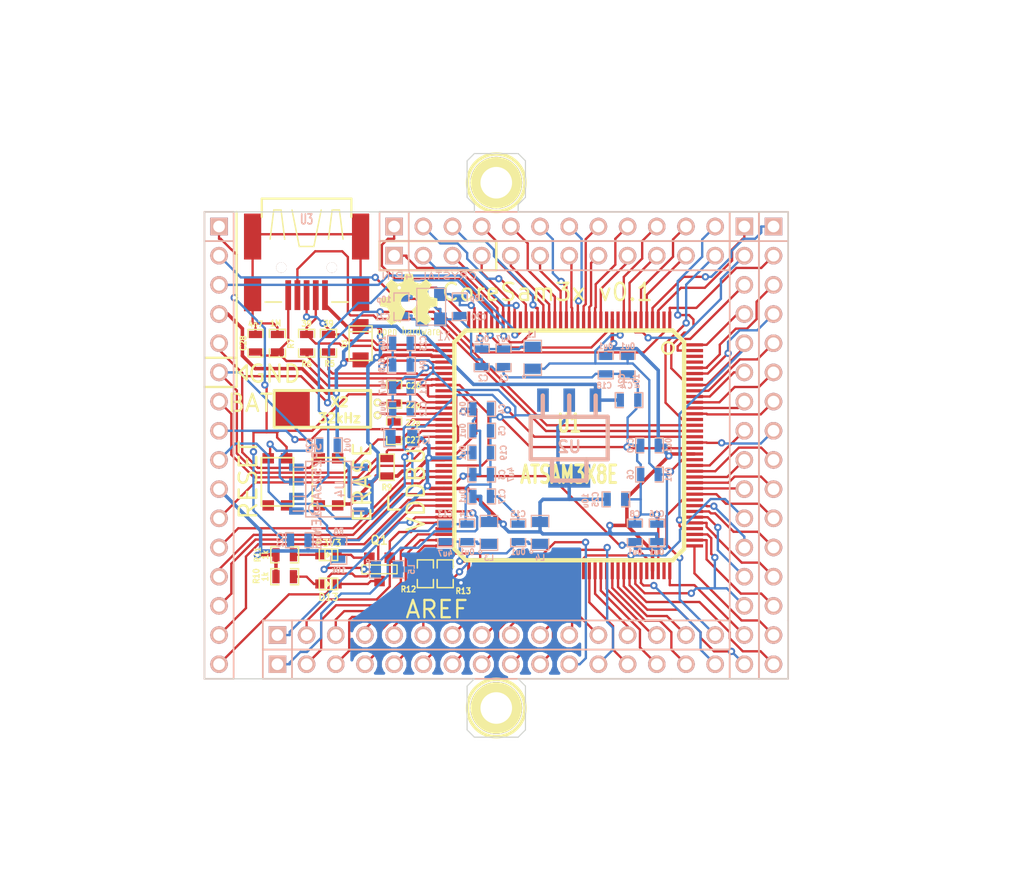
<source format=kicad_pcb>
(kicad_pcb (version 3) (host pcbnew "(2013-07-07 BZR 4022)-stable")
  (layers (15 F.Cu signal) (0 B.Cu signal hide) (18 B.Paste user) (19 F.Paste user) (20 B.SilkS user hide) (21 F.SilkS user) (22 B.Mask user) (23 F.Mask user) (28 Edge.Cuts user))
  (net 0 "")
  (net 1 +3.3V)
  (net 2 +5V)
  (net 3 /Processor/UFAULT)
  (net 4 /Processor/VDDCORE)
  (net 5 /Processor/VDDPLL)
  (net 6 A0)
  (net 7 A1)
  (net 8 A10)
  (net 9 A11)
  (net 10 A2)
  (net 11 A3)
  (net 12 A4)
  (net 13 A5)
  (net 14 A6)
  (net 15 A7)
  (net 16 A8)
  (net 17 A9)
  (net 18 ADVREF)
  (net 19 CANRX0)
  (net 20 CANTX0)
  (net 21 CANTX1)
  (net 22 D20_SDA)
  (net 23 D21_SCL)
  (net 24 D22)
  (net 25 D23)
  (net 26 D24)
  (net 27 D25)
  (net 28 D26)
  (net 29 D27)
  (net 30 D28)
  (net 31 D29)
  (net 32 D30)
  (net 33 D31)
  (net 34 D32)
  (net 35 D33)
  (net 36 D34)
  (net 37 D35)
  (net 38 D36)
  (net 39 D37)
  (net 40 D38)
  (net 41 D39)
  (net 42 D40)
  (net 43 D41)
  (net 44 D42)
  (net 45 D43)
  (net 46 D44)
  (net 47 D45)
  (net 48 D46)
  (net 49 D47)
  (net 50 D48)
  (net 51 D49)
  (net 52 D50)
  (net 53 D51)
  (net 54 D52_SS)
  (net 55 D70_SDA1)
  (net 56 D71_SCL1)
  (net 57 DAC0_CANRX1)
  (net 58 DAC1)
  (net 59 DFSDM)
  (net 60 DFSDP)
  (net 61 DHSDM)
  (net 62 DHSDP)
  (net 63 ENET_CRSDV)
  (net 64 ENET_MDC)
  (net 65 ENET_MDIO)
  (net 66 ENET_REF_CLK)
  (net 67 ENET_RXD0)
  (net 68 ENET_RXD1)
  (net 69 ENET_RX_ER)
  (net 70 ENET_TXD0)
  (net 71 ENET_TXD1)
  (net 72 ENET_TX_EN)
  (net 73 ERASE)
  (net 74 EXTVREF)
  (net 75 FWUP)
  (net 76 GND)
  (net 77 JTCK_SWCLK)
  (net 78 JTDI)
  (net 79 JTDO_SWO)
  (net 80 JTMS_SWIO)
  (net 81 N-00000121)
  (net 82 N-00000122)
  (net 83 N-00000126)
  (net 84 N-00000127)
  (net 85 N-0000023)
  (net 86 N-0000024)
  (net 87 N-0000029)
  (net 88 N-0000033)
  (net 89 N-0000065)
  (net 90 N-0000069)
  (net 91 PB24)
  (net 92 PC10)
  (net 93 PC11)
  (net 94 PC20)
  (net 95 PC27)
  (net 96 PC30)
  (net 97 PWM10_SS0)
  (net 98 PWM11)
  (net 99 PWM12)
  (net 100 PWM13)
  (net 101 PWM2)
  (net 102 PWM3)
  (net 103 PWM4_SS1)
  (net 104 PWM5)
  (net 105 PWM6)
  (net 106 PWM7)
  (net 107 PWM8)
  (net 108 PWM9)
  (net 109 RESET)
  (net 110 RX0)
  (net 111 RX1)
  (net 112 RX2)
  (net 113 RX3)
  (net 114 SHDN)
  (net 115 SPI0_MISO)
  (net 116 SPI0_MOSI)
  (net 117 SPI0_SPCK)
  (net 118 TX0)
  (net 119 TX1)
  (net 120 TX2)
  (net 121 TX3)
  (net 122 UOTGID)
  (net 123 UOTGVBOF)
  (net 124 VBUS)
  (net 125 VDDANA)
  (net 126 VDDBU)
  (net 127 VDDUTMI)
  (net 128 VSSA)
  (module XTAL-3.2x2.5mm (layer B.Cu) (at 60.325 97.155 90)
    (fp_text reference X1 (at -2.54 1.143 180) (layer B.SilkS) (effects (font (size 0.8001 0.59944) (thickness 0.09906)) (justify mirror)))
    (fp_text value CRYSTAL_4PIN (at 2.667 -0.127 180) (layer B.SilkS) (effects (font (size 0.59944 0.8001) (thickness 0.09906)) (justify mirror)))
    (pad 1 smd rect (at -1.09982 -0.7493 90) (size 1.19888 1.09982) (layers B.Cu B.Paste B.Mask) (net 90 N-0000069))
    (pad 3 smd rect (at 1.09982 0.8509 90) (size 1.19888 1.09982) (layers B.Cu B.Paste B.Mask) (net 82 N-00000122))
    (pad 2 smd rect (at 1.09982 -0.7493 90) (size 1.19888 1.09982) (layers B.Cu B.Paste B.Mask) (net 76 GND))
    (pad 4 smd rect (at -1.09982 0.8509 90) (size 1.19888 1.09982) (layers B.Cu B.Paste B.Mask) (net 76 GND))
  )
  (module SM0603_Resistor (layer B.Cu) (at 57.785 102.235)
    (fp_text reference R4 (at 1.905 0 270) (layer B.SilkS) (effects (font (size 0.50038 0.4572) (thickness 0.1143)) (justify mirror)))
    (fp_text value 6k8 (at -1.69926 0 270) (layer B.SilkS) (effects (font (size 0.508 0.4572) (thickness 0.1143)) (justify mirror)))
    (pad 1 smd rect (at -0.762 0) (size 0.635 1.143) (layers B.Cu B.Paste B.Mask) (net 81 N-00000121))
    (pad 2 smd rect (at 0.762 0) (size 0.635 1.143) (layers B.Cu B.Paste B.Mask) (net 76 GND))
  )
  (module SM0603_Capa (layer B.Cu) (at 64.77 109.855)
    (fp_text reference C19 (at 1.905 0 270) (layer B.SilkS) (effects (font (size 0.508 0.4572) (thickness 0.1143)) (justify mirror)))
    (fp_text value 0u1 (at -1.651 0 270) (layer B.SilkS) (effects (font (size 0.508 0.4572) (thickness 0.1143)) (justify mirror)))
    (pad 1 smd rect (at -0.762 0) (size 0.635 1.143) (layers B.Cu B.Paste B.Mask) (net 1 +3.3V))
    (pad 2 smd rect (at 0.762 0) (size 0.635 1.143) (layers B.Cu B.Paste B.Mask) (net 76 GND))
  )
  (module SM0603_Capa (layer B.Cu) (at 64.77 111.76)
    (fp_text reference C3 (at 1.778 0 270) (layer B.SilkS) (effects (font (size 0.508 0.4572) (thickness 0.1143)) (justify mirror)))
    (fp_text value 4u7 (at 2.54 0 270) (layer B.SilkS) (effects (font (size 0.508 0.4572) (thickness 0.1143)) (justify mirror)))
    (pad 1 smd rect (at -0.762 0) (size 0.635 1.143) (layers B.Cu B.Paste B.Mask) (net 4 /Processor/VDDCORE))
    (pad 2 smd rect (at 0.762 0) (size 0.635 1.143) (layers B.Cu B.Paste B.Mask) (net 76 GND))
  )
  (module SM0603_Capa (layer B.Cu) (at 64.77 106.045)
    (fp_text reference C4 (at 1.778 0 270) (layer B.SilkS) (effects (font (size 0.508 0.4572) (thickness 0.1143)) (justify mirror)))
    (fp_text value 0u1 (at -1.651 0 270) (layer B.SilkS) (effects (font (size 0.508 0.4572) (thickness 0.1143)) (justify mirror)))
    (pad 1 smd rect (at -0.762 0) (size 0.635 1.143) (layers B.Cu B.Paste B.Mask) (net 4 /Processor/VDDCORE))
    (pad 2 smd rect (at 0.762 0) (size 0.635 1.143) (layers B.Cu B.Paste B.Mask) (net 76 GND))
  )
  (module SM0603_Capa (layer B.Cu) (at 57.785 97.155 90)
    (fp_text reference C21 (at -0.889 -1.651 360) (layer B.SilkS) (effects (font (size 0.508 0.4572) (thickness 0.1143)) (justify mirror)))
    (fp_text value 10p (at 0.635 -1.524 360) (layer B.SilkS) (effects (font (size 0.508 0.4572) (thickness 0.1143)) (justify mirror)))
    (pad 1 smd rect (at -0.762 0 90) (size 0.635 1.143) (layers B.Cu B.Paste B.Mask) (net 90 N-0000069))
    (pad 2 smd rect (at 0.762 0 90) (size 0.635 1.143) (layers B.Cu B.Paste B.Mask) (net 76 GND))
  )
  (module SM0603_Capa (layer B.Cu) (at 62.865 97.155 270)
    (fp_text reference C20 (at 0.889 -1.651 540) (layer B.SilkS) (effects (font (size 0.508 0.4572) (thickness 0.1143)) (justify mirror)))
    (fp_text value 10p (at -0.762 -1.524 540) (layer B.SilkS) (effects (font (size 0.508 0.4572) (thickness 0.1143)) (justify mirror)))
    (pad 1 smd rect (at -0.762 0 270) (size 0.635 1.143) (layers B.Cu B.Paste B.Mask) (net 82 N-00000122))
    (pad 2 smd rect (at 0.762 0 270) (size 0.635 1.143) (layers B.Cu B.Paste B.Mask) (net 76 GND))
  )
  (module SM0603_Capa (layer B.Cu) (at 64.77 107.95)
    (fp_text reference C5 (at 1.778 0 270) (layer B.SilkS) (effects (font (size 0.508 0.4572) (thickness 0.1143)) (justify mirror)))
    (fp_text value 0u1 (at -1.651 0 270) (layer B.SilkS) (effects (font (size 0.508 0.4572) (thickness 0.1143)) (justify mirror)))
    (pad 1 smd rect (at -0.762 0) (size 0.635 1.143) (layers B.Cu B.Paste B.Mask) (net 4 /Processor/VDDCORE))
    (pad 2 smd rect (at 0.762 0) (size 0.635 1.143) (layers B.Cu B.Paste B.Mask) (net 76 GND))
  )
  (module SM0603_Capa (layer B.Cu) (at 79.375 109.22 180)
    (fp_text reference C10 (at 1.651 0 450) (layer B.SilkS) (effects (font (size 0.508 0.4572) (thickness 0.1143)) (justify mirror)))
    (fp_text value 0u1 (at -1.651 0 450) (layer B.SilkS) (effects (font (size 0.508 0.4572) (thickness 0.1143)) (justify mirror)))
    (pad 1 smd rect (at -0.762 0 180) (size 0.635 1.143) (layers B.Cu B.Paste B.Mask) (net 1 +3.3V))
    (pad 2 smd rect (at 0.762 0 180) (size 0.635 1.143) (layers B.Cu B.Paste B.Mask) (net 76 GND))
  )
  (module SM0603_Capa (layer B.Cu) (at 75.565 102.235 270)
    (fp_text reference C18 (at 1.778 0.127 540) (layer B.SilkS) (effects (font (size 0.508 0.4572) (thickness 0.1143)) (justify mirror)))
    (fp_text value 0u1 (at -1.651 0 540) (layer B.SilkS) (effects (font (size 0.508 0.4572) (thickness 0.1143)) (justify mirror)))
    (pad 1 smd rect (at -0.762 0 270) (size 0.635 1.143) (layers B.Cu B.Paste B.Mask) (net 1 +3.3V))
    (pad 2 smd rect (at 0.762 0 270) (size 0.635 1.143) (layers B.Cu B.Paste B.Mask) (net 76 GND))
  )
  (module SM0603_Capa (layer B.Cu) (at 77.597 105.283)
    (fp_text reference C24 (at -0.635 -1.651 270) (layer B.SilkS) (effects (font (size 0.508 0.4572) (thickness 0.1143)) (justify mirror)))
    (fp_text value 10u (at 0.635 -1.651 270) (layer B.SilkS) (effects (font (size 0.508 0.4572) (thickness 0.1143)) (justify mirror)))
    (pad 1 smd rect (at -0.762 0) (size 0.635 1.143) (layers B.Cu B.Paste B.Mask) (net 2 +5V))
    (pad 2 smd rect (at 0.762 0) (size 0.635 1.143) (layers B.Cu B.Paste B.Mask) (net 76 GND))
  )
  (module SM0603_Capa (layer B.Cu) (at 64.77 113.665)
    (fp_text reference C17 (at 1.778 0 270) (layer B.SilkS) (effects (font (size 0.508 0.4572) (thickness 0.1143)) (justify mirror)))
    (fp_text value 0u1 (at -1.651 0 270) (layer B.SilkS) (effects (font (size 0.508 0.4572) (thickness 0.1143)) (justify mirror)))
    (pad 1 smd rect (at -0.762 0) (size 0.635 1.143) (layers B.Cu B.Paste B.Mask) (net 1 +3.3V))
    (pad 2 smd rect (at 0.762 0) (size 0.635 1.143) (layers B.Cu B.Paste B.Mask) (net 76 GND))
  )
  (module SM0603_Capa (layer B.Cu) (at 80.01 116.84 90)
    (fp_text reference C16 (at 1.651 0 360) (layer B.SilkS) (effects (font (size 0.508 0.4572) (thickness 0.1143)) (justify mirror)))
    (fp_text value 0u1 (at -1.651 0 360) (layer B.SilkS) (effects (font (size 0.508 0.4572) (thickness 0.1143)) (justify mirror)))
    (pad 1 smd rect (at -0.762 0 90) (size 0.635 1.143) (layers B.Cu B.Paste B.Mask) (net 1 +3.3V))
    (pad 2 smd rect (at 0.762 0 90) (size 0.635 1.143) (layers B.Cu B.Paste B.Mask) (net 76 GND))
  )
  (module SM0603_Capa (layer B.Cu) (at 76.454 113.919)
    (fp_text reference C25 (at -1.778 0 270) (layer B.SilkS) (effects (font (size 0.508 0.4572) (thickness 0.1143)) (justify mirror)))
    (fp_text value 10u (at -2.667 0.127 270) (layer B.SilkS) (effects (font (size 0.508 0.4572) (thickness 0.1143)) (justify mirror)))
    (pad 1 smd rect (at -0.762 0) (size 0.635 1.143) (layers B.Cu B.Paste B.Mask) (net 1 +3.3V))
    (pad 2 smd rect (at 0.762 0) (size 0.635 1.143) (layers B.Cu B.Paste B.Mask) (net 76 GND))
  )
  (module SM0603_Capa (layer B.Cu) (at 57.785 106.045)
    (fp_text reference C12 (at 1.905 0 270) (layer B.SilkS) (effects (font (size 0.508 0.4572) (thickness 0.1143)) (justify mirror)))
    (fp_text value 0u1 (at -1.651 0 270) (layer B.SilkS) (effects (font (size 0.508 0.4572) (thickness 0.1143)) (justify mirror)))
    (pad 1 smd rect (at -0.762 0) (size 0.635 1.143) (layers B.Cu B.Paste B.Mask) (net 127 VDDUTMI))
    (pad 2 smd rect (at 0.762 0) (size 0.635 1.143) (layers B.Cu B.Paste B.Mask) (net 76 GND))
  )
  (module SM0603_Capa (layer B.Cu) (at 57.785 100.33)
    (fp_text reference C23 (at 1.905 0 270) (layer B.SilkS) (effects (font (size 0.508 0.4572) (thickness 0.1143)) (justify mirror)))
    (fp_text value 10p (at -1.651 0 270) (layer B.SilkS) (effects (font (size 0.508 0.4572) (thickness 0.1143)) (justify mirror)))
    (pad 1 smd rect (at -0.762 0) (size 0.635 1.143) (layers B.Cu B.Paste B.Mask) (net 81 N-00000121))
    (pad 2 smd rect (at 0.762 0) (size 0.635 1.143) (layers B.Cu B.Paste B.Mask) (net 76 GND))
  )
  (module SM0603_Capa (layer B.Cu) (at 63.5 116.84 90)
    (fp_text reference C14 (at 1.651 0 360) (layer B.SilkS) (effects (font (size 0.508 0.4572) (thickness 0.1143)) (justify mirror)))
    (fp_text value 0u1 (at -1.651 0 360) (layer B.SilkS) (effects (font (size 0.508 0.4572) (thickness 0.1143)) (justify mirror)))
    (pad 1 smd rect (at -0.762 0 90) (size 0.635 1.143) (layers B.Cu B.Paste B.Mask) (net 125 VDDANA))
    (pad 2 smd rect (at 0.762 0 90) (size 0.635 1.143) (layers B.Cu B.Paste B.Mask) (net 76 GND))
  )
  (module SM0603_Capa (layer B.Cu) (at 67.945 116.84 90)
    (fp_text reference C15 (at 1.651 0 360) (layer B.SilkS) (effects (font (size 0.508 0.4572) (thickness 0.1143)) (justify mirror)))
    (fp_text value 0u1 (at -1.651 0 360) (layer B.SilkS) (effects (font (size 0.508 0.4572) (thickness 0.1143)) (justify mirror)))
    (pad 1 smd rect (at -0.762 0 90) (size 0.635 1.143) (layers B.Cu B.Paste B.Mask) (net 87 N-0000029))
    (pad 2 smd rect (at 0.762 0 90) (size 0.635 1.143) (layers B.Cu B.Paste B.Mask) (net 76 GND))
  )
  (module SM0603_Capa (layer B.Cu) (at 61.595 116.84 90)
    (fp_text reference C13 (at 1.651 0 360) (layer B.SilkS) (effects (font (size 0.508 0.4572) (thickness 0.1143)) (justify mirror)))
    (fp_text value 4u7 (at -1.778 0 360) (layer B.SilkS) (effects (font (size 0.508 0.4572) (thickness 0.1143)) (justify mirror)))
    (pad 1 smd rect (at -0.762 0 90) (size 0.635 1.143) (layers B.Cu B.Paste B.Mask) (net 125 VDDANA))
    (pad 2 smd rect (at 0.762 0 90) (size 0.635 1.143) (layers B.Cu B.Paste B.Mask) (net 76 GND))
  )
  (module SM0603_Capa (layer B.Cu) (at 64.77 101.6 270)
    (fp_text reference C2 (at 1.778 -0.127 540) (layer B.SilkS) (effects (font (size 0.508 0.4572) (thickness 0.1143)) (justify mirror)))
    (fp_text value 0u1 (at -1.651 0 540) (layer B.SilkS) (effects (font (size 0.508 0.4572) (thickness 0.1143)) (justify mirror)))
    (pad 1 smd rect (at -0.762 0 270) (size 0.635 1.143) (layers B.Cu B.Paste B.Mask) (net 5 /Processor/VDDPLL))
    (pad 2 smd rect (at 0.762 0 270) (size 0.635 1.143) (layers B.Cu B.Paste B.Mask) (net 76 GND))
  )
  (module SM0603_Capa (layer B.Cu) (at 66.675 101.6 270)
    (fp_text reference C1 (at 1.778 0 540) (layer B.SilkS) (effects (font (size 0.508 0.4572) (thickness 0.1143)) (justify mirror)))
    (fp_text value 4u7 (at -1.651 0 540) (layer B.SilkS) (effects (font (size 0.508 0.4572) (thickness 0.1143)) (justify mirror)))
    (pad 1 smd rect (at -0.762 0 270) (size 0.635 1.143) (layers B.Cu B.Paste B.Mask) (net 5 /Processor/VDDPLL))
    (pad 2 smd rect (at 0.762 0 270) (size 0.635 1.143) (layers B.Cu B.Paste B.Mask) (net 76 GND))
  )
  (module SM0603_Capa (layer B.Cu) (at 57.785 104.14)
    (fp_text reference C11 (at 1.905 0 270) (layer B.SilkS) (effects (font (size 0.508 0.4572) (thickness 0.1143)) (justify mirror)))
    (fp_text value 4u7 (at -1.651 0 270) (layer B.SilkS) (effects (font (size 0.508 0.4572) (thickness 0.1143)) (justify mirror)))
    (pad 1 smd rect (at -0.762 0) (size 0.635 1.143) (layers B.Cu B.Paste B.Mask) (net 127 VDDUTMI))
    (pad 2 smd rect (at 0.762 0) (size 0.635 1.143) (layers B.Cu B.Paste B.Mask) (net 76 GND))
  )
  (module SM0603_Capa (layer B.Cu) (at 78.105 116.84 90)
    (fp_text reference C8 (at 1.651 0 360) (layer B.SilkS) (effects (font (size 0.508 0.4572) (thickness 0.1143)) (justify mirror)))
    (fp_text value 0u1 (at -1.651 0 360) (layer B.SilkS) (effects (font (size 0.508 0.4572) (thickness 0.1143)) (justify mirror)))
    (pad 1 smd rect (at -0.762 0 90) (size 0.635 1.143) (layers B.Cu B.Paste B.Mask) (net 4 /Processor/VDDCORE))
    (pad 2 smd rect (at 0.762 0 90) (size 0.635 1.143) (layers B.Cu B.Paste B.Mask) (net 76 GND))
  )
  (module SM0603_Capa (layer B.Cu) (at 79.375 111.76 180)
    (fp_text reference C6 (at 1.651 0 450) (layer B.SilkS) (effects (font (size 0.508 0.4572) (thickness 0.1143)) (justify mirror)))
    (fp_text value 0u1 (at -1.651 0 450) (layer B.SilkS) (effects (font (size 0.508 0.4572) (thickness 0.1143)) (justify mirror)))
    (pad 1 smd rect (at -0.762 0 180) (size 0.635 1.143) (layers B.Cu B.Paste B.Mask) (net 4 /Processor/VDDCORE))
    (pad 2 smd rect (at 0.762 0 180) (size 0.635 1.143) (layers B.Cu B.Paste B.Mask) (net 76 GND))
  )
  (module SM0603_Capa (layer B.Cu) (at 77.47 102.235 270)
    (fp_text reference C7 (at 1.778 0 540) (layer B.SilkS) (effects (font (size 0.508 0.4572) (thickness 0.1143)) (justify mirror)))
    (fp_text value 0u1 (at -1.651 0 540) (layer B.SilkS) (effects (font (size 0.508 0.4572) (thickness 0.1143)) (justify mirror)))
    (pad 1 smd rect (at -0.762 0 270) (size 0.635 1.143) (layers B.Cu B.Paste B.Mask) (net 4 /Processor/VDDCORE))
    (pad 2 smd rect (at 0.762 0 270) (size 0.635 1.143) (layers B.Cu B.Paste B.Mask) (net 76 GND))
  )
  (module SOT-223 (layer B.Cu) (at 72.39 108.585)
    (fp_text reference U2 (at 0 0.762) (layer B.SilkS) (effects (font (size 1.016 1.016) (thickness 0.2032)) (justify mirror)))
    (fp_text value LM1117MP-3.3 hide)
    (pad 4 smd rect (at 0 3.302) (size 3.6576 2.032) (layers B.Cu B.Paste B.Mask) (net 1 +3.3V))
    (pad 2 smd rect (at 0 -3.302) (size 1.016 2.032) (layers B.Cu B.Paste B.Mask) (net 1 +3.3V))
    (pad 3 smd rect (at 2.286 -3.302) (size 1.016 2.032) (layers B.Cu B.Paste B.Mask) (net 2 +5V))
    (pad 1 smd rect (at -2.286 -3.302) (size 1.016 2.032) (layers B.Cu B.Paste B.Mask) (net 76 GND))
  )
  (module PCB_GREEN (layer F.Cu) (at 66.04 109.22)
    (fp_text reference M1 hide)
    (fp_text value PCB_GREEN_RMC hide)
  )
  (module LQFP144 (layer F.Cu) (at 72.39 109.22)
    (fp_text reference U1 (at 0 -1.905) (layer F.SilkS) (effects (font (size 1.524 1.016) (thickness 0.254))))
    (fp_text value ATSAM3X8E (at 0 2.54) (layer F.SilkS) (effects (font (size 1.524 1.016) (thickness 0.254))))
    (pad 1 smd rect (at 8.7503 -10.89914) (size 0.2794 1.50114) (layers F.Cu F.Paste F.Mask) (net 24 D22))
    (pad 2 smd rect (at 8.24992 -10.89914) (size 0.2794 1.50114) (layers F.Cu F.Paste F.Mask) (net 118 TX0))
    (pad 3 smd rect (at 7.74954 -10.89914) (size 0.2794 1.50114) (layers F.Cu F.Paste F.Mask) (net 111 RX1))
    (pad 4 smd rect (at 7.24916 -10.89914) (size 0.2794 1.50114) (layers F.Cu F.Paste F.Mask) (net 119 TX1))
    (pad 5 smd rect (at 6.74878 -10.89914) (size 0.2794 1.50114) (layers F.Cu F.Paste F.Mask) (net 112 RX2))
    (pad 6 smd rect (at 6.25094 -10.89914) (size 0.2794 1.50114) (layers F.Cu F.Paste F.Mask) (net 120 TX2))
    (pad 7 smd rect (at 5.75056 -10.89914) (size 0.2794 1.50114) (layers F.Cu F.Paste F.Mask) (net 25 D23))
    (pad 8 smd rect (at 5.25018 -10.89914) (size 0.2794 1.50114) (layers F.Cu F.Paste F.Mask) (net 26 D24))
    (pad 9 smd rect (at 4.7498 -10.89914) (size 0.2794 1.50114) (layers F.Cu F.Paste F.Mask) (net 55 D70_SDA1))
    (pad 10 smd rect (at 4.24942 -10.89914) (size 0.2794 1.50114) (layers F.Cu F.Paste F.Mask) (net 4 /Processor/VDDCORE))
    (pad 11 smd rect (at 3.74904 -10.89914) (size 0.2794 1.50114) (layers F.Cu F.Paste F.Mask) (net 1 +3.3V))
    (pad 12 smd rect (at 3.2512 -10.89914) (size 0.2794 1.50114) (layers F.Cu F.Paste F.Mask) (net 76 GND))
    (pad 13 smd rect (at 2.75082 -10.89914) (size 0.2794 1.50114) (layers F.Cu F.Paste F.Mask) (net 27 D25))
    (pad 14 smd rect (at 2.25044 -10.89914) (size 0.2794 1.50114) (layers F.Cu F.Paste F.Mask) (net 28 D26))
    (pad 15 smd rect (at 1.75006 -10.89914) (size 0.2794 1.50114) (layers F.Cu F.Paste F.Mask) (net 29 D27))
    (pad 16 smd rect (at 1.24968 -10.89914) (size 0.2794 1.50114) (layers F.Cu F.Paste F.Mask) (net 30 D28))
    (pad 17 smd rect (at 0.7493 -10.89914) (size 0.2794 1.50114) (layers F.Cu F.Paste F.Mask) (net 121 TX3))
    (pad 18 smd rect (at 0.24892 -10.89914) (size 0.2794 1.50114) (layers F.Cu F.Paste F.Mask) (net 113 RX3))
    (pad 19 smd rect (at -0.24892 -10.89914) (size 0.2794 1.50114) (layers F.Cu F.Paste F.Mask) (net 31 D29))
    (pad 20 smd rect (at -0.7493 -10.89914) (size 0.2794 1.50114) (layers F.Cu F.Paste F.Mask) (net 98 PWM11))
    (pad 21 smd rect (at -1.24968 -10.89914) (size 0.2794 1.50114) (layers F.Cu F.Paste F.Mask) (net 99 PWM12))
    (pad 22 smd rect (at -1.75006 -10.89914) (size 0.2794 1.50114) (layers F.Cu F.Paste F.Mask) (net 32 D30))
    (pad 23 smd rect (at -2.25044 -10.89914) (size 0.2794 1.50114) (layers F.Cu F.Paste F.Mask) (net 20 CANTX0))
    (pad 24 smd rect (at -2.75082 -10.89914) (size 0.2794 1.50114) (layers F.Cu F.Paste F.Mask) (net 19 CANRX0))
    (pad 25 smd rect (at -3.2512 -10.89914) (size 0.2794 1.50114) (layers F.Cu F.Paste F.Mask) (net 3 /Processor/UFAULT))
    (pad 26 smd rect (at -3.74904 -10.89914) (size 0.2794 1.50114) (layers F.Cu F.Paste F.Mask) (net 33 D31))
    (pad 27 smd rect (at -4.24942 -10.89914) (size 0.2794 1.50114) (layers F.Cu F.Paste F.Mask) (net 110 RX0))
    (pad 28 smd rect (at -4.7498 -10.89914) (size 0.2794 1.50114) (layers F.Cu F.Paste F.Mask) (net 77 JTCK_SWCLK))
    (pad 29 smd rect (at -5.25018 -10.89914) (size 0.2794 1.50114) (layers F.Cu F.Paste F.Mask) (net 78 JTDI))
    (pad 30 smd rect (at -5.75056 -10.89914) (size 0.2794 1.50114) (layers F.Cu F.Paste F.Mask) (net 79 JTDO_SWO))
    (pad 31 smd rect (at -6.25094 -10.89914) (size 0.2794 1.50114) (layers F.Cu F.Paste F.Mask) (net 80 JTMS_SWIO))
    (pad 32 smd rect (at -6.74878 -10.89914) (size 0.2794 1.50114) (layers F.Cu F.Paste F.Mask) (net 34 D32))
    (pad 33 smd rect (at -7.24916 -10.89914) (size 0.2794 1.50114) (layers F.Cu F.Paste F.Mask) (net 76 GND))
    (pad 34 smd rect (at -7.74954 -10.89914) (size 0.2794 1.50114) (layers F.Cu F.Paste F.Mask) (net 5 /Processor/VDDPLL))
    (pad 35 smd rect (at -8.24992 -10.89914) (size 0.2794 1.50114) (layers F.Cu F.Paste F.Mask) (net 82 N-00000122))
    (pad 36 smd rect (at -8.7503 -10.89914) (size 0.2794 1.50114) (layers F.Cu F.Paste F.Mask) (net 90 N-0000069))
    (pad 73 smd rect (at -8.7503 10.89914) (size 0.2794 1.50114) (layers F.Cu F.Paste F.Mask) (net 125 VDDANA))
    (pad 74 smd rect (at -8.24992 10.89914) (size 0.2794 1.50114) (layers F.Cu F.Paste F.Mask) (net 128 VSSA))
    (pad 75 smd rect (at -7.74954 10.89914) (size 0.2794 1.50114) (layers F.Cu F.Paste F.Mask) (net 18 ADVREF))
    (pad 76 smd rect (at -7.24916 10.89914) (size 0.2794 1.50114) (layers F.Cu F.Paste F.Mask) (net 57 DAC0_CANRX1))
    (pad 77 smd rect (at -6.74878 10.89914) (size 0.2794 1.50114) (layers F.Cu F.Paste F.Mask) (net 58 DAC1))
    (pad 78 smd rect (at -6.25094 10.89914) (size 0.2794 1.50114) (layers F.Cu F.Paste F.Mask) (net 6 A0))
    (pad 79 smd rect (at -5.75056 10.89914) (size 0.2794 1.50114) (layers F.Cu F.Paste F.Mask) (net 7 A1))
    (pad 80 smd rect (at -5.25018 10.89914) (size 0.2794 1.50114) (layers F.Cu F.Paste F.Mask) (net 10 A2))
    (pad 81 smd rect (at -4.7498 10.89914) (size 0.2794 1.50114) (layers F.Cu F.Paste F.Mask) (net 11 A3))
    (pad 82 smd rect (at -4.24942 10.89914) (size 0.2794 1.50114) (layers F.Cu F.Paste F.Mask) (net 12 A4))
    (pad 83 smd rect (at -3.74904 10.89914) (size 0.2794 1.50114) (layers F.Cu F.Paste F.Mask) (net 13 A5))
    (pad 84 smd rect (at -3.2512 10.89914) (size 0.2794 1.50114) (layers F.Cu F.Paste F.Mask) (net 14 A6))
    (pad 85 smd rect (at -2.75082 10.89914) (size 0.2794 1.50114) (layers F.Cu F.Paste F.Mask) (net 15 A7))
    (pad 86 smd rect (at -2.25044 10.89914) (size 0.2794 1.50114) (layers F.Cu F.Paste F.Mask) (net 22 D20_SDA))
    (pad 87 smd rect (at -1.75006 10.89914) (size 0.2794 1.50114) (layers F.Cu F.Paste F.Mask) (net 23 D21_SCL))
    (pad 88 smd rect (at -1.24968 10.89914) (size 0.2794 1.50114) (layers F.Cu F.Paste F.Mask) (net 16 A8))
    (pad 89 smd rect (at -0.7493 10.89914) (size 0.2794 1.50114) (layers F.Cu F.Paste F.Mask) (net 17 A9))
    (pad 90 smd rect (at -0.24892 10.89914) (size 0.2794 1.50114) (layers F.Cu F.Paste F.Mask) (net 8 A10))
    (pad 91 smd rect (at 0.24892 10.89914) (size 0.2794 1.50114) (layers F.Cu F.Paste F.Mask) (net 9 A11))
    (pad 92 smd rect (at 0.7493 10.89914) (size 0.2794 1.50114) (layers F.Cu F.Paste F.Mask) (net 54 D52_SS))
    (pad 93 smd rect (at 1.24968 10.89914) (size 0.2794 1.50114) (layers F.Cu F.Paste F.Mask) (net 93 PC11))
    (pad 94 smd rect (at 1.75006 10.89914) (size 0.2794 1.50114) (layers F.Cu F.Paste F.Mask) (net 53 D51))
    (pad 95 smd rect (at 2.25044 10.89914) (size 0.2794 1.50114) (layers F.Cu F.Paste F.Mask) (net 52 D50))
    (pad 96 smd rect (at 2.75082 10.89914) (size 0.2794 1.50114) (layers F.Cu F.Paste F.Mask) (net 51 D49))
    (pad 97 smd rect (at 3.2512 10.89914) (size 0.2794 1.50114) (layers F.Cu F.Paste F.Mask) (net 50 D48))
    (pad 98 smd rect (at 3.74904 10.89914) (size 0.2794 1.50114) (layers F.Cu F.Paste F.Mask) (net 49 D47))
    (pad 99 smd rect (at 4.24942 10.89914) (size 0.2794 1.50114) (layers F.Cu F.Paste F.Mask) (net 48 D46))
    (pad 100 smd rect (at 4.7498 10.89914) (size 0.2794 1.50114) (layers F.Cu F.Paste F.Mask) (net 47 D45))
    (pad 101 smd rect (at 5.25018 10.89914) (size 0.2794 1.50114) (layers F.Cu F.Paste F.Mask) (net 46 D44))
    (pad 102 smd rect (at 5.75056 10.89914) (size 0.2794 1.50114) (layers F.Cu F.Paste F.Mask) (net 97 PWM10_SS0))
    (pad 103 smd rect (at 6.25094 10.89914) (size 0.2794 1.50114) (layers F.Cu F.Paste F.Mask) (net 96 PC30))
    (pad 104 smd rect (at 6.74878 10.89914) (size 0.2794 1.50114) (layers F.Cu F.Paste F.Mask) (net 4 /Processor/VDDCORE))
    (pad 105 smd rect (at 7.24916 10.89914) (size 0.2794 1.50114) (layers F.Cu F.Paste F.Mask) (net 1 +3.3V))
    (pad 106 smd rect (at 7.74954 10.89914) (size 0.2794 1.50114) (layers F.Cu F.Paste F.Mask) (net 76 GND))
    (pad 107 smd rect (at 8.24992 10.89914) (size 0.2794 1.50114) (layers F.Cu F.Paste F.Mask))
    (pad 108 smd rect (at 8.7503 10.89914) (size 0.2794 1.50114) (layers F.Cu F.Paste F.Mask) (net 115 SPI0_MISO))
    (pad 37 smd rect (at -10.89914 -8.7503) (size 1.50114 0.2794) (layers F.Cu F.Paste F.Mask) (net 62 DHSDP))
    (pad 38 smd rect (at -10.89914 -8.24992) (size 1.50114 0.2794) (layers F.Cu F.Paste F.Mask) (net 61 DHSDM))
    (pad 39 smd rect (at -10.89914 -7.74954) (size 1.50114 0.2794) (layers F.Cu F.Paste F.Mask) (net 124 VBUS))
    (pad 40 smd rect (at -10.89914 -7.24916) (size 1.50114 0.2794) (layers F.Cu F.Paste F.Mask) (net 81 N-00000121))
    (pad 41 smd rect (at -10.89914 -6.74878) (size 1.50114 0.2794) (layers F.Cu F.Paste F.Mask) (net 127 VDDUTMI))
    (pad 42 smd rect (at -10.89914 -6.25094) (size 1.50114 0.2794) (layers F.Cu F.Paste F.Mask) (net 60 DFSDP))
    (pad 43 smd rect (at -10.89914 -5.75056) (size 1.50114 0.2794) (layers F.Cu F.Paste F.Mask) (net 59 DFSDM))
    (pad 44 smd rect (at -10.89914 -5.25018) (size 1.50114 0.2794) (layers F.Cu F.Paste F.Mask) (net 76 GND))
    (pad 45 smd rect (at -10.89914 -4.7498) (size 1.50114 0.2794) (layers F.Cu F.Paste F.Mask) (net 4 /Processor/VDDCORE))
    (pad 46 smd rect (at -10.89914 -4.24942) (size 1.50114 0.2794) (layers F.Cu F.Paste F.Mask) (net 76 GND))
    (pad 47 smd rect (at -10.89914 -3.74904) (size 1.50114 0.2794) (layers F.Cu F.Paste F.Mask) (net 109 RESET))
    (pad 48 smd rect (at -10.89914 -3.2512) (size 1.50114 0.2794) (layers F.Cu F.Paste F.Mask) (net 83 N-00000126))
    (pad 49 smd rect (at -10.89914 -2.75082) (size 1.50114 0.2794) (layers F.Cu F.Paste F.Mask) (net 84 N-00000127))
    (pad 50 smd rect (at -10.89914 -2.25044) (size 1.50114 0.2794) (layers F.Cu F.Paste F.Mask) (net 114 SHDN))
    (pad 51 smd rect (at -10.89914 -1.75006) (size 1.50114 0.2794) (layers F.Cu F.Paste F.Mask) (net 76 GND))
    (pad 52 smd rect (at -10.89914 -1.24968) (size 1.50114 0.2794) (layers F.Cu F.Paste F.Mask) (net 126 VDDBU))
    (pad 53 smd rect (at -10.89914 -0.7493) (size 1.50114 0.2794) (layers F.Cu F.Paste F.Mask) (net 75 FWUP))
    (pad 54 smd rect (at -10.89914 -0.24892) (size 1.50114 0.2794) (layers F.Cu F.Paste F.Mask) (net 76 GND))
    (pad 55 smd rect (at -10.89914 0.24892) (size 1.50114 0.2794) (layers F.Cu F.Paste F.Mask) (net 35 D33))
    (pad 56 smd rect (at -10.89914 0.7493) (size 1.50114 0.2794) (layers F.Cu F.Paste F.Mask) (net 4 /Processor/VDDCORE))
    (pad 57 smd rect (at -10.89914 1.24968) (size 1.50114 0.2794) (layers F.Cu F.Paste F.Mask) (net 1 +3.3V))
    (pad 58 smd rect (at -10.89914 1.75006) (size 1.50114 0.2794) (layers F.Cu F.Paste F.Mask) (net 76 GND))
    (pad 59 smd rect (at -10.89914 2.25044) (size 1.50114 0.2794) (layers F.Cu F.Paste F.Mask) (net 36 D34))
    (pad 60 smd rect (at -10.89914 2.75082) (size 1.50114 0.2794) (layers F.Cu F.Paste F.Mask) (net 37 D35))
    (pad 61 smd rect (at -10.89914 3.2512) (size 1.50114 0.2794) (layers F.Cu F.Paste F.Mask) (net 4 /Processor/VDDCORE))
    (pad 62 smd rect (at -10.89914 3.74904) (size 1.50114 0.2794) (layers F.Cu F.Paste F.Mask) (net 1 +3.3V))
    (pad 63 smd rect (at -10.89914 4.24942) (size 1.50114 0.2794) (layers F.Cu F.Paste F.Mask) (net 39 D37))
    (pad 64 smd rect (at -10.89914 4.7498) (size 1.50114 0.2794) (layers F.Cu F.Paste F.Mask) (net 40 D38))
    (pad 65 smd rect (at -10.89914 5.25018) (size 1.50114 0.2794) (layers F.Cu F.Paste F.Mask) (net 41 D39))
    (pad 66 smd rect (at -10.89914 5.75056) (size 1.50114 0.2794) (layers F.Cu F.Paste F.Mask) (net 42 D40))
    (pad 67 smd rect (at -10.89914 6.25094) (size 1.50114 0.2794) (layers F.Cu F.Paste F.Mask) (net 43 D41))
    (pad 68 smd rect (at -10.89914 6.74878) (size 1.50114 0.2794) (layers F.Cu F.Paste F.Mask) (net 100 PWM13))
    (pad 69 smd rect (at -10.89914 7.24916) (size 1.50114 0.2794) (layers F.Cu F.Paste F.Mask))
    (pad 70 smd rect (at -10.89914 7.74954) (size 1.50114 0.2794) (layers F.Cu F.Paste F.Mask) (net 56 D71_SCL1))
    (pad 71 smd rect (at -10.89914 8.24992) (size 1.50114 0.2794) (layers F.Cu F.Paste F.Mask) (net 44 D42))
    (pad 72 smd rect (at -10.89914 8.7503) (size 1.50114 0.2794) (layers F.Cu F.Paste F.Mask) (net 45 D43))
    (pad 109 smd rect (at 10.89914 8.7503) (size 1.50114 0.2794) (layers F.Cu F.Paste F.Mask) (net 116 SPI0_MOSI))
    (pad 110 smd rect (at 10.89914 8.24992) (size 1.50114 0.2794) (layers F.Cu F.Paste F.Mask) (net 117 SPI0_SPCK))
    (pad 111 smd rect (at 10.89914 7.74954) (size 1.50114 0.2794) (layers F.Cu F.Paste F.Mask) (net 97 PWM10_SS0))
    (pad 112 smd rect (at 10.89914 7.24916) (size 1.50114 0.2794) (layers F.Cu F.Paste F.Mask) (net 103 PWM4_SS1))
    (pad 113 smd rect (at 10.89914 6.74878) (size 1.50114 0.2794) (layers F.Cu F.Paste F.Mask) (net 66 ENET_REF_CLK))
    (pad 114 smd rect (at 10.89914 6.25094) (size 1.50114 0.2794) (layers F.Cu F.Paste F.Mask) (net 72 ENET_TX_EN))
    (pad 115 smd rect (at 10.89914 5.75056) (size 1.50114 0.2794) (layers F.Cu F.Paste F.Mask) (net 70 ENET_TXD0))
    (pad 116 smd rect (at 10.89914 5.25018) (size 1.50114 0.2794) (layers F.Cu F.Paste F.Mask) (net 38 D36))
    (pad 117 smd rect (at 10.89914 4.7498) (size 1.50114 0.2794) (layers F.Cu F.Paste F.Mask) (net 92 PC10))
    (pad 118 smd rect (at 10.89914 4.24942) (size 1.50114 0.2794) (layers F.Cu F.Paste F.Mask) (net 71 ENET_TXD1))
    (pad 119 smd rect (at 10.89914 3.74904) (size 1.50114 0.2794) (layers F.Cu F.Paste F.Mask) (net 63 ENET_CRSDV))
    (pad 120 smd rect (at 10.89914 3.2512) (size 1.50114 0.2794) (layers F.Cu F.Paste F.Mask) (net 67 ENET_RXD0))
    (pad 121 smd rect (at 10.89914 2.75082) (size 1.50114 0.2794) (layers F.Cu F.Paste F.Mask) (net 68 ENET_RXD1))
    (pad 122 smd rect (at 10.89914 2.25044) (size 1.50114 0.2794) (layers F.Cu F.Paste F.Mask) (net 69 ENET_RX_ER))
    (pad 123 smd rect (at 10.89914 1.75006) (size 1.50114 0.2794) (layers F.Cu F.Paste F.Mask) (net 64 ENET_MDC))
    (pad 124 smd rect (at 10.89914 1.24968) (size 1.50114 0.2794) (layers F.Cu F.Paste F.Mask) (net 4 /Processor/VDDCORE))
    (pad 125 smd rect (at 10.89914 0.7493) (size 1.50114 0.2794) (layers F.Cu F.Paste F.Mask) (net 1 +3.3V))
    (pad 126 smd rect (at 10.89914 0.24892) (size 1.50114 0.2794) (layers F.Cu F.Paste F.Mask) (net 76 GND))
    (pad 127 smd rect (at 10.89914 -0.24892) (size 1.50114 0.2794) (layers F.Cu F.Paste F.Mask) (net 65 ENET_MDIO))
    (pad 128 smd rect (at 10.89914 -0.7493) (size 1.50114 0.2794) (layers F.Cu F.Paste F.Mask) (net 123 UOTGVBOF))
    (pad 129 smd rect (at 10.89914 -1.24968) (size 1.50114 0.2794) (layers F.Cu F.Paste F.Mask) (net 122 UOTGID))
    (pad 130 smd rect (at 10.89914 -1.75006) (size 1.50114 0.2794) (layers F.Cu F.Paste F.Mask) (net 73 ERASE))
    (pad 131 smd rect (at 10.89914 -2.25044) (size 1.50114 0.2794) (layers F.Cu F.Paste F.Mask) (net 94 PC20))
    (pad 132 smd rect (at 10.89914 -2.75082) (size 1.50114 0.2794) (layers F.Cu F.Paste F.Mask) (net 108 PWM9))
    (pad 133 smd rect (at 10.89914 -3.2512) (size 1.50114 0.2794) (layers F.Cu F.Paste F.Mask) (net 107 PWM8))
    (pad 134 smd rect (at 10.89914 -3.74904) (size 1.50114 0.2794) (layers F.Cu F.Paste F.Mask) (net 106 PWM7))
    (pad 135 smd rect (at 10.89914 -4.24942) (size 1.50114 0.2794) (layers F.Cu F.Paste F.Mask) (net 105 PWM6))
    (pad 136 smd rect (at 10.89914 -4.7498) (size 1.50114 0.2794) (layers F.Cu F.Paste F.Mask) (net 104 PWM5))
    (pad 137 smd rect (at 10.89914 -5.25018) (size 1.50114 0.2794) (layers F.Cu F.Paste F.Mask) (net 103 PWM4_SS1))
    (pad 138 smd rect (at 10.89914 -5.75056) (size 1.50114 0.2794) (layers F.Cu F.Paste F.Mask) (net 95 PC27))
    (pad 139 smd rect (at 10.89914 -6.25094) (size 1.50114 0.2794) (layers F.Cu F.Paste F.Mask) (net 102 PWM3))
    (pad 140 smd rect (at 10.89914 -6.74878) (size 1.50114 0.2794) (layers F.Cu F.Paste F.Mask) (net 21 CANTX1))
    (pad 141 smd rect (at 10.89914 -7.24916) (size 1.50114 0.2794) (layers F.Cu F.Paste F.Mask))
    (pad 142 smd rect (at 10.89914 -7.74954) (size 1.50114 0.2794) (layers F.Cu F.Paste F.Mask))
    (pad 143 smd rect (at 10.89914 -8.24992) (size 1.50114 0.2794) (layers F.Cu F.Paste F.Mask) (net 91 PB24))
    (pad 144 smd rect (at 10.89914 -8.7503) (size 1.50114 0.2794) (layers F.Cu F.Paste F.Mask) (net 101 PWM2))
  )
  (module SM0805 (layer B.Cu) (at 56.515 120.015)
    (fp_text reference L5 (at 2.159 0 90) (layer B.SilkS) (effects (font (size 0.50038 0.50038) (thickness 0.10922)) (justify mirror)))
    (fp_text value 100Mhz hide)
    (pad 1 smd rect (at -0.9525 0) (size 0.889 1.397) (layers B.Cu B.Paste B.Mask) (net 76 GND))
    (pad 2 smd rect (at 0.9525 0) (size 0.889 1.397) (layers B.Cu B.Paste B.Mask) (net 128 VSSA))
  )
  (module SM0805 (layer B.Cu) (at 65.405 116.84 90)
    (fp_text reference L3 (at -2.159 0 180) (layer B.SilkS) (effects (font (size 0.50038 0.50038) (thickness 0.10922)) (justify mirror)))
    (fp_text value 100Mhz hide)
    (pad 1 smd rect (at -0.9525 0 90) (size 0.889 1.397) (layers B.Cu B.Paste B.Mask) (net 125 VDDANA))
    (pad 2 smd rect (at 0.9525 0 90) (size 0.889 1.397) (layers B.Cu B.Paste B.Mask) (net 1 +3.3V))
  )
  (module SM0805 (layer B.Cu) (at 69.85 116.84 90)
    (fp_text reference L4 (at -2.159 0 180) (layer B.SilkS) (effects (font (size 0.50038 0.50038) (thickness 0.10922)) (justify mirror)))
    (fp_text value 100Mhz hide)
    (pad 1 smd rect (at -0.9525 0 90) (size 0.889 1.397) (layers B.Cu B.Paste B.Mask) (net 87 N-0000029))
    (pad 2 smd rect (at 0.9525 0 90) (size 0.889 1.397) (layers B.Cu B.Paste B.Mask) (net 1 +3.3V))
  )
  (module SM0805 (layer B.Cu) (at 69.215 101.6 90)
    (fp_text reference L1 (at 2.032 -0.127 180) (layer B.SilkS) (effects (font (size 0.50038 0.50038) (thickness 0.10922)) (justify mirror)))
    (fp_text value 100Mhz hide)
    (pad 1 smd rect (at -0.9525 0 90) (size 0.889 1.397) (layers B.Cu B.Paste B.Mask) (net 4 /Processor/VDDCORE))
    (pad 2 smd rect (at 0.9525 0 90) (size 0.889 1.397) (layers B.Cu B.Paste B.Mask) (net 5 /Processor/VDDPLL))
  )
  (module SM0805 (layer B.Cu) (at 57.785 108.585)
    (fp_text reference L2 (at 2.159 0.127 90) (layer B.SilkS) (effects (font (size 0.50038 0.50038) (thickness 0.10922)) (justify mirror)))
    (fp_text value 100Mhz hide)
    (pad 1 smd rect (at -0.9525 0) (size 0.889 1.397) (layers B.Cu B.Paste B.Mask) (net 127 VDDUTMI))
    (pad 2 smd rect (at 0.9525 0) (size 0.889 1.397) (layers B.Cu B.Paste B.Mask) (net 1 +3.3V))
  )
  (module SOIC-8 (layer B.Cu) (at 51.435 113.03 90)
    (fp_text reference U4 (at 0 1.016 90) (layer B.SilkS) (effects (font (size 0.7493 0.7493) (thickness 0.14986)) (justify mirror)))
    (fp_text value SP2525A-1EN (at 0 -1.016 90) (layer B.SilkS) (effects (font (size 0.7493 0.7493) (thickness 0.14986)) (justify mirror)))
    (pad 1 smd rect (at -1.905 -2.794 90) (size 0.635 1.27) (layers B.Cu B.Paste B.Mask) (net 123 UOTGVBOF))
    (pad 2 smd rect (at -0.635 -2.794 90) (size 0.635 1.27) (layers B.Cu B.Paste B.Mask) (net 3 /Processor/UFAULT))
    (pad 3 smd rect (at 0.635 -2.794 90) (size 0.635 1.27) (layers B.Cu B.Paste B.Mask) (net 76 GND))
    (pad 4 smd rect (at 1.905 -2.794 90) (size 0.635 1.27) (layers B.Cu B.Paste B.Mask))
    (pad 5 smd rect (at 1.905 2.794 90) (size 0.635 1.27) (layers B.Cu B.Paste B.Mask) (net 2 +5V))
    (pad 6 smd rect (at 0.635 2.794 90) (size 0.635 1.27) (layers B.Cu B.Paste B.Mask) (net 124 VBUS))
    (pad 7 smd rect (at -0.635 2.794 90) (size 0.635 1.27) (layers B.Cu B.Paste B.Mask) (net 2 +5V))
    (pad 8 smd rect (at -1.905 2.794 90) (size 0.635 1.27) (layers B.Cu B.Paste B.Mask) (net 124 VBUS))
  )
  (module SM0603_Resistor (layer B.Cu) (at 52.324 118.364 90)
    (fp_text reference R8 (at 1.651 0 360) (layer B.SilkS) (effects (font (size 0.50038 0.4572) (thickness 0.1143)) (justify mirror)))
    (fp_text value 10k (at -1.69926 0 360) (layer B.SilkS) (effects (font (size 0.508 0.4572) (thickness 0.1143)) (justify mirror)))
    (pad 1 smd rect (at -0.762 0 90) (size 0.635 1.143) (layers B.Cu B.Paste B.Mask) (net 76 GND))
    (pad 2 smd rect (at 0.762 0 90) (size 0.635 1.143) (layers B.Cu B.Paste B.Mask) (net 123 UOTGVBOF))
  )
  (module SM0603_Resistor (layer F.Cu) (at 51.435 100.33 270)
    (fp_text reference R5 (at 1.778 -0.1016 360) (layer F.SilkS) (effects (font (size 0.50038 0.4572) (thickness 0.1143))))
    (fp_text value 39 (at -1.69926 0 360) (layer F.SilkS) (effects (font (size 0.508 0.4572) (thickness 0.1143))))
    (pad 1 smd rect (at -0.762 0 270) (size 0.635 1.143) (layers F.Cu F.Paste F.Mask) (net 62 DHSDP))
    (pad 2 smd rect (at 0.762 0 270) (size 0.635 1.143) (layers F.Cu F.Paste F.Mask) (net 60 DFSDP))
  )
  (module SM0603_Resistor (layer F.Cu) (at 49.53 100.33 270)
    (fp_text reference R6 (at 1.8034 0 360) (layer F.SilkS) (effects (font (size 0.50038 0.4572) (thickness 0.1143))))
    (fp_text value 39 (at -1.69926 0 360) (layer F.SilkS) (effects (font (size 0.508 0.4572) (thickness 0.1143))))
    (pad 1 smd rect (at -0.762 0 270) (size 0.635 1.143) (layers F.Cu F.Paste F.Mask) (net 61 DHSDM))
    (pad 2 smd rect (at 0.762 0 270) (size 0.635 1.143) (layers F.Cu F.Paste F.Mask) (net 59 DFSDM))
  )
  (module SM0603_Capa (layer B.Cu) (at 51.435 109.22 180)
    (fp_text reference C29 (at 1.651 0 450) (layer B.SilkS) (effects (font (size 0.508 0.4572) (thickness 0.1143)) (justify mirror)))
    (fp_text value 0u1 (at -1.651 0 450) (layer B.SilkS) (effects (font (size 0.508 0.4572) (thickness 0.1143)) (justify mirror)))
    (pad 1 smd rect (at -0.762 0 180) (size 0.635 1.143) (layers B.Cu B.Paste B.Mask) (net 2 +5V))
    (pad 2 smd rect (at 0.762 0 180) (size 0.635 1.143) (layers B.Cu B.Paste B.Mask) (net 76 GND))
  )
  (module SM0603_Capa (layer F.Cu) (at 57.15 107.95 270)
    (fp_text reference C27 (at 0.8128 -1.6256 360) (layer F.SilkS) (effects (font (size 0.508 0.4572) (thickness 0.1143))))
    (fp_text value 22p (at -0.6858 -1.651 360) (layer F.SilkS) (effects (font (size 0.508 0.4572) (thickness 0.1143))))
    (pad 1 smd rect (at -0.762 0 270) (size 0.635 1.143) (layers F.Cu F.Paste F.Mask) (net 84 N-00000127))
    (pad 2 smd rect (at 0.762 0 270) (size 0.635 1.143) (layers F.Cu F.Paste F.Mask) (net 76 GND))
  )
  (module SM0603_Capa (layer F.Cu) (at 57.15 104.775 90)
    (fp_text reference C26 (at 0.7366 1.6764 180) (layer F.SilkS) (effects (font (size 0.508 0.4572) (thickness 0.1143))))
    (fp_text value 22p (at -0.9144 1.651 180) (layer F.SilkS) (effects (font (size 0.508 0.4572) (thickness 0.1143))))
    (pad 1 smd rect (at -0.762 0 90) (size 0.635 1.143) (layers F.Cu F.Paste F.Mask) (net 83 N-00000126))
    (pad 2 smd rect (at 0.762 0 90) (size 0.635 1.143) (layers F.Cu F.Paste F.Mask) (net 76 GND))
  )
  (module HOLE_M2.5 (layer F.Cu) (at 66.04 86.36)
    (fp_text reference H1 hide)
    (fp_text value HOLE_RMC hide)
    (pad "" thru_hole circle (at 0 0) (size 4.5 4.5) (drill 2.75) (layers *.Cu *.Mask F.SilkS))
  )
  (module HOLE_M2.5 (layer F.Cu) (at 66.04 132.08)
    (fp_text reference H2 hide)
    (fp_text value HOLE_RMC hide)
    (pad "" thru_hole circle (at 0 0) (size 4.5 4.5) (drill 2.75) (layers *.Cu *.Mask F.SilkS))
  )
  (module SM0603 (layer F.Cu) (at 56.515 111.125 90)
    (fp_text reference R9 (at -1.7526 0 180) (layer F.SilkS) (effects (font (size 0.508 0.4572) (thickness 0.1143))))
    (fp_text value 0R hide)
    (pad 1 smd rect (at -0.762 0 90) (size 0.635 1.143) (layers F.Cu F.Paste F.Mask) (net 1 +3.3V))
    (pad 2 smd rect (at 0.762 0 90) (size 0.635 1.143) (layers F.Cu F.Paste F.Mask) (net 126 VDDBU))
  )
  (module SM0603_Resistor (layer F.Cu) (at 47.625 120.65)
    (fp_text reference R10 (at -2.4638 -0.0508 90) (layer F.SilkS) (effects (font (size 0.50038 0.4572) (thickness 0.1143))))
    (fp_text value 1k (at -1.69926 0 90) (layer F.SilkS) (effects (font (size 0.508 0.4572) (thickness 0.1143))))
    (pad 1 smd rect (at -0.762 0) (size 0.635 1.143) (layers F.Cu F.Paste F.Mask) (net 1 +3.3V))
    (pad 2 smd rect (at 0.762 0) (size 0.635 1.143) (layers F.Cu F.Paste F.Mask) (net 85 N-0000023))
  )
  (module SOT23GDS (layer F.Cu) (at 55.88 120.015)
    (fp_text reference Q1 (at -0.0254 -2.54) (layer F.SilkS) (effects (font (size 0.762 0.762) (thickness 0.12954))))
    (fp_text value BSS123 hide)
    (pad S smd rect (at -0.889 -1.016) (size 0.9144 0.9144) (layers F.Cu F.Paste F.Mask) (net 76 GND))
    (pad G smd rect (at 0.889 -1.016) (size 0.9144 0.9144) (layers F.Cu F.Paste F.Mask) (net 100 PWM13))
    (pad D smd rect (at 0 1.016) (size 0.9144 0.9144) (layers F.Cu F.Paste F.Mask) (net 86 N-0000024))
  )
  (module SM0603_Resistor (layer F.Cu) (at 46.99 100.33 90)
    (fp_text reference R7 (at -0.0254 1.1684 90) (layer F.SilkS) (effects (font (size 0.50038 0.4572) (thickness 0.1143))))
    (fp_text value 1M (at 1.7272 -0.1524 180) (layer F.SilkS) (effects (font (size 0.508 0.4572) (thickness 0.1143))))
    (pad 1 smd rect (at -0.762 0 90) (size 0.635 1.143) (layers F.Cu F.Paste F.Mask) (net 76 GND))
    (pad 2 smd rect (at 0.762 0 90) (size 0.635 1.143) (layers F.Cu F.Paste F.Mask) (net 89 N-0000065))
  )
  (module SM0603_Capa (layer B.Cu) (at 48.895 117.475 180)
    (fp_text reference C22 (at 1.651 0.0254 450) (layer B.SilkS) (effects (font (size 0.508 0.4572) (thickness 0.1143)) (justify mirror)))
    (fp_text value 0u01 (at -1.651 0 450) (layer B.SilkS) (effects (font (size 0.508 0.4572) (thickness 0.1143)) (justify mirror)))
    (pad 1 smd rect (at -0.762 0 180) (size 0.635 1.143) (layers B.Cu B.Paste B.Mask) (net 1 +3.3V))
    (pad 2 smd rect (at 0.762 0 180) (size 0.635 1.143) (layers B.Cu B.Paste B.Mask) (net 109 RESET))
  )
  (module SM0603_Capa (layer F.Cu) (at 45.085 100.33 270)
    (fp_text reference C28 (at 0 1.0668 270) (layer F.SilkS) (effects (font (size 0.508 0.4572) (thickness 0.1143))))
    (fp_text value 4n7 (at -1.651 0 360) (layer F.SilkS) (effects (font (size 0.508 0.4572) (thickness 0.1143))))
    (pad 1 smd rect (at -0.762 0 270) (size 0.635 1.143) (layers F.Cu F.Paste F.Mask) (net 89 N-0000065))
    (pad 2 smd rect (at 0.762 0 270) (size 0.635 1.143) (layers F.Cu F.Paste F.Mask) (net 76 GND))
  )
  (module PIN_ARRAY_16x1_RMC (layer B.Cu) (at 87.63 109.22 270)
    (fp_text reference P8 hide)
    (fp_text value HDR hide)
    (pad 1 thru_hole rect (at -19.05 0 270) (size 1.524 1.524) (drill 1.016) (layers *.Cu *.Mask B.SilkS) (net 111 RX1))
    (pad 2 thru_hole circle (at -16.51 0 270) (size 1.524 1.524) (drill 1.016) (layers *.Cu *.Mask B.SilkS) (net 25 D23))
    (pad 3 thru_hole circle (at -13.97 0 270) (size 1.524 1.524) (drill 1.016) (layers *.Cu *.Mask B.SilkS) (net 91 PB24))
    (pad 4 thru_hole circle (at -11.43 0 270) (size 1.524 1.524) (drill 1.016) (layers *.Cu *.Mask B.SilkS) (net 101 PWM2))
    (pad 5 thru_hole circle (at -8.89 0 270) (size 1.524 1.524) (drill 1.016) (layers *.Cu *.Mask B.SilkS) (net 103 PWM4_SS1))
    (pad 6 thru_hole circle (at -6.35 0 270) (size 1.524 1.524) (drill 1.016) (layers *.Cu *.Mask B.SilkS) (net 105 PWM6))
    (pad 7 thru_hole circle (at -3.81 0 270) (size 1.524 1.524) (drill 1.016) (layers *.Cu *.Mask B.SilkS) (net 107 PWM8))
    (pad 8 thru_hole circle (at -1.27 0 270) (size 1.524 1.524) (drill 1.016) (layers *.Cu *.Mask B.SilkS) (net 64 ENET_MDC))
    (pad 9 thru_hole circle (at 1.27 0 270) (size 1.524 1.524) (drill 1.016) (layers *.Cu *.Mask B.SilkS) (net 68 ENET_RXD1))
    (pad 10 thru_hole circle (at 3.81 0 270) (size 1.524 1.524) (drill 1.016) (layers *.Cu *.Mask B.SilkS) (net 63 ENET_CRSDV))
    (pad 11 thru_hole circle (at 6.35 0 270) (size 1.524 1.524) (drill 1.016) (layers *.Cu *.Mask B.SilkS) (net 93 PC11))
    (pad 12 thru_hole circle (at 8.89 0 270) (size 1.524 1.524) (drill 1.016) (layers *.Cu *.Mask B.SilkS) (net 38 D36))
    (pad 13 thru_hole circle (at 11.43 0 270) (size 1.524 1.524) (drill 1.016) (layers *.Cu *.Mask B.SilkS) (net 72 ENET_TX_EN))
    (pad 14 thru_hole circle (at 13.97 0 270) (size 1.524 1.524) (drill 1.016) (layers *.Cu *.Mask B.SilkS) (net 97 PWM10_SS0))
    (pad 15 thru_hole circle (at 16.51 0 270) (size 1.524 1.524) (drill 1.016) (layers *.Cu *.Mask B.SilkS) (net 115 SPI0_MISO))
    (pad 16 thru_hole circle (at 19.05 0 270) (size 1.524 1.524) (drill 1.016) (layers *.Cu *.Mask B.SilkS) (net 47 D45))
  )
  (module PIN_ARRAY_16x1_RMC (layer B.Cu) (at 90.17 109.22 270)
    (fp_text reference P4 hide)
    (fp_text value HDR hide)
    (pad 1 thru_hole rect (at -19.05 0 270) (size 1.524 1.524) (drill 1.016) (layers *.Cu *.Mask B.SilkS) (net 119 TX1))
    (pad 2 thru_hole circle (at -16.51 0 270) (size 1.524 1.524) (drill 1.016) (layers *.Cu *.Mask B.SilkS) (net 24 D22))
    (pad 3 thru_hole circle (at -13.97 0 270) (size 1.524 1.524) (drill 1.016) (layers *.Cu *.Mask B.SilkS) (net 21 CANTX1))
    (pad 4 thru_hole circle (at -11.43 0 270) (size 1.524 1.524) (drill 1.016) (layers *.Cu *.Mask B.SilkS) (net 102 PWM3))
    (pad 5 thru_hole circle (at -8.89 0 270) (size 1.524 1.524) (drill 1.016) (layers *.Cu *.Mask B.SilkS) (net 104 PWM5))
    (pad 6 thru_hole circle (at -6.35 0 270) (size 1.524 1.524) (drill 1.016) (layers *.Cu *.Mask B.SilkS) (net 106 PWM7))
    (pad 7 thru_hole circle (at -3.81 0 270) (size 1.524 1.524) (drill 1.016) (layers *.Cu *.Mask B.SilkS) (net 108 PWM9))
    (pad 8 thru_hole circle (at -1.27 0 270) (size 1.524 1.524) (drill 1.016) (layers *.Cu *.Mask B.SilkS) (net 65 ENET_MDIO))
    (pad 9 thru_hole circle (at 1.27 0 270) (size 1.524 1.524) (drill 1.016) (layers *.Cu *.Mask B.SilkS) (net 69 ENET_RX_ER))
    (pad 10 thru_hole circle (at 3.81 0 270) (size 1.524 1.524) (drill 1.016) (layers *.Cu *.Mask B.SilkS) (net 67 ENET_RXD0))
    (pad 11 thru_hole circle (at 6.35 0 270) (size 1.524 1.524) (drill 1.016) (layers *.Cu *.Mask B.SilkS) (net 71 ENET_TXD1))
    (pad 12 thru_hole circle (at 8.89 0 270) (size 1.524 1.524) (drill 1.016) (layers *.Cu *.Mask B.SilkS) (net 70 ENET_TXD0))
    (pad 13 thru_hole circle (at 11.43 0 270) (size 1.524 1.524) (drill 1.016) (layers *.Cu *.Mask B.SilkS) (net 66 ENET_REF_CLK))
    (pad 14 thru_hole circle (at 13.97 0 270) (size 1.524 1.524) (drill 1.016) (layers *.Cu *.Mask B.SilkS) (net 117 SPI0_SPCK))
    (pad 15 thru_hole circle (at 16.51 0 270) (size 1.524 1.524) (drill 1.016) (layers *.Cu *.Mask B.SilkS) (net 116 SPI0_MOSI))
    (pad 16 thru_hole circle (at 19.05 0 270) (size 1.524 1.524) (drill 1.016) (layers *.Cu *.Mask B.SilkS) (net 46 D44))
  )
  (module PIN_ARRAY_16x1_RMC (layer B.Cu) (at 41.91 109.22 270)
    (fp_text reference P3 hide)
    (fp_text value HDR hide)
    (pad 1 thru_hole rect (at -19.05 0 270) (size 1.524 1.524) (drill 1.016) (layers *.Cu *.Mask B.SilkS) (net 109 RESET))
    (pad 2 thru_hole circle (at -16.51 0 270) (size 1.524 1.524) (drill 1.016) (layers *.Cu *.Mask B.SilkS) (net 118 TX0))
    (pad 3 thru_hole circle (at -13.97 0 270) (size 1.524 1.524) (drill 1.016) (layers *.Cu *.Mask B.SilkS) (net 110 RX0))
    (pad 4 thru_hole circle (at -11.43 0 270) (size 1.524 1.524) (drill 1.016) (layers *.Cu *.Mask B.SilkS) (net 2 +5V))
    (pad 5 thru_hole circle (at -8.89 0 270) (size 1.524 1.524) (drill 1.016) (layers *.Cu *.Mask B.SilkS) (net 73 ERASE))
    (pad 6 thru_hole circle (at -6.35 0 270) (size 1.524 1.524) (drill 1.016) (layers *.Cu *.Mask B.SilkS) (net 76 GND))
    (pad 7 thru_hole circle (at -3.81 0 270) (size 1.524 1.524) (drill 1.016) (layers *.Cu *.Mask B.SilkS) (net 126 VDDBU))
    (pad 8 thru_hole circle (at -1.27 0 270) (size 1.524 1.524) (drill 1.016) (layers *.Cu *.Mask B.SilkS) (net 114 SHDN))
    (pad 9 thru_hole circle (at 1.27 0 270) (size 1.524 1.524) (drill 1.016) (layers *.Cu *.Mask B.SilkS) (net 75 FWUP))
    (pad 10 thru_hole circle (at 3.81 0 270) (size 1.524 1.524) (drill 1.016) (layers *.Cu *.Mask B.SilkS) (net 1 +3.3V))
    (pad 11 thru_hole circle (at 6.35 0 270) (size 1.524 1.524) (drill 1.016) (layers *.Cu *.Mask B.SilkS) (net 35 D33))
    (pad 12 thru_hole circle (at 8.89 0 270) (size 1.524 1.524) (drill 1.016) (layers *.Cu *.Mask B.SilkS) (net 36 D34))
    (pad 13 thru_hole circle (at 11.43 0 270) (size 1.524 1.524) (drill 1.016) (layers *.Cu *.Mask B.SilkS) (net 37 D35))
    (pad 14 thru_hole circle (at 13.97 0 270) (size 1.524 1.524) (drill 1.016) (layers *.Cu *.Mask B.SilkS) (net 39 D37))
    (pad 15 thru_hole circle (at 16.51 0 270) (size 1.524 1.524) (drill 1.016) (layers *.Cu *.Mask B.SilkS) (net 40 D38))
    (pad 16 thru_hole circle (at 19.05 0 270) (size 1.524 1.524) (drill 1.016) (layers *.Cu *.Mask B.SilkS) (net 41 D39))
  )
  (module SM0603_Resistor (layer F.Cu) (at 47.625 118.745)
    (fp_text reference R11 (at -2.3622 -0.0254 90) (layer F.SilkS) (effects (font (size 0.50038 0.4572) (thickness 0.1143))))
    (fp_text value 1k (at -1.69926 0 90) (layer F.SilkS) (effects (font (size 0.508 0.4572) (thickness 0.1143))))
    (pad 1 smd rect (at -0.762 0) (size 0.635 1.143) (layers F.Cu F.Paste F.Mask) (net 1 +3.3V))
    (pad 2 smd rect (at 0.762 0) (size 0.635 1.143) (layers F.Cu F.Paste F.Mask) (net 88 N-0000033))
  )
  (module PIN_ARRAY_12x1_RMC (layer B.Cu) (at 71.12 90.17)
    (fp_text reference P1 hide)
    (fp_text value HDR hide)
    (pad 1 thru_hole rect (at -13.97 0) (size 1.524 1.524) (drill 1.016) (layers *.Cu *.Mask B.SilkS) (net 34 D32))
    (pad 2 thru_hole circle (at -11.43 0) (size 1.524 1.524) (drill 1.016) (layers *.Cu *.Mask B.SilkS) (net 33 D31))
    (pad 3 thru_hole circle (at -8.89 0) (size 1.524 1.524) (drill 1.016) (layers *.Cu *.Mask B.SilkS) (net 19 CANRX0))
    (pad 4 thru_hole circle (at -6.35 0) (size 1.524 1.524) (drill 1.016) (layers *.Cu *.Mask B.SilkS) (net 20 CANTX0))
    (pad 5 thru_hole circle (at -3.81 0) (size 1.524 1.524) (drill 1.016) (layers *.Cu *.Mask B.SilkS) (net 99 PWM12))
    (pad 6 thru_hole circle (at -1.27 0) (size 1.524 1.524) (drill 1.016) (layers *.Cu *.Mask B.SilkS) (net 31 D29))
    (pad 7 thru_hole circle (at 1.27 0) (size 1.524 1.524) (drill 1.016) (layers *.Cu *.Mask B.SilkS) (net 121 TX3))
    (pad 8 thru_hole circle (at 3.81 0) (size 1.524 1.524) (drill 1.016) (layers *.Cu *.Mask B.SilkS) (net 30 D28))
    (pad 9 thru_hole circle (at 6.35 0) (size 1.524 1.524) (drill 1.016) (layers *.Cu *.Mask B.SilkS) (net 28 D26))
    (pad 10 thru_hole circle (at 8.89 0) (size 1.524 1.524) (drill 1.016) (layers *.Cu *.Mask B.SilkS) (net 55 D70_SDA1))
    (pad 11 thru_hole circle (at 11.43 0) (size 1.524 1.524) (drill 1.016) (layers *.Cu *.Mask B.SilkS) (net 120 TX2))
    (pad 12 thru_hole circle (at 13.97 0) (size 1.524 1.524) (drill 1.016) (layers *.Cu *.Mask B.SilkS) (net 95 PC27))
  )
  (module PIN_ARRAY_16x1_RMC (layer B.Cu) (at 66.04 125.73)
    (fp_text reference P5 hide)
    (fp_text value HDR hide)
    (pad 1 thru_hole rect (at -19.05 0) (size 1.524 1.524) (drill 1.016) (layers *.Cu *.Mask B.SilkS) (net 43 D41))
    (pad 2 thru_hole circle (at -16.51 0) (size 1.524 1.524) (drill 1.016) (layers *.Cu *.Mask B.SilkS) (net 100 PWM13))
    (pad 3 thru_hole circle (at -13.97 0) (size 1.524 1.524) (drill 1.016) (layers *.Cu *.Mask B.SilkS) (net 44 D42))
    (pad 4 thru_hole circle (at -11.43 0) (size 1.524 1.524) (drill 1.016) (layers *.Cu *.Mask B.SilkS) (net 74 EXTVREF))
    (pad 5 thru_hole circle (at -8.89 0) (size 1.524 1.524) (drill 1.016) (layers *.Cu *.Mask B.SilkS) (net 58 DAC1))
    (pad 6 thru_hole circle (at -6.35 0) (size 1.524 1.524) (drill 1.016) (layers *.Cu *.Mask B.SilkS) (net 7 A1))
    (pad 7 thru_hole circle (at -3.81 0) (size 1.524 1.524) (drill 1.016) (layers *.Cu *.Mask B.SilkS) (net 11 A3))
    (pad 8 thru_hole circle (at -1.27 0) (size 1.524 1.524) (drill 1.016) (layers *.Cu *.Mask B.SilkS) (net 13 A5))
    (pad 9 thru_hole circle (at 1.27 0) (size 1.524 1.524) (drill 1.016) (layers *.Cu *.Mask B.SilkS) (net 15 A7))
    (pad 10 thru_hole circle (at 3.81 0) (size 1.524 1.524) (drill 1.016) (layers *.Cu *.Mask B.SilkS) (net 17 A9))
    (pad 11 thru_hole circle (at 6.35 0) (size 1.524 1.524) (drill 1.016) (layers *.Cu *.Mask B.SilkS) (net 9 A11))
    (pad 12 thru_hole circle (at 8.89 0) (size 1.524 1.524) (drill 1.016) (layers *.Cu *.Mask B.SilkS) (net 54 D52_SS))
    (pad 13 thru_hole circle (at 11.43 0) (size 1.524 1.524) (drill 1.016) (layers *.Cu *.Mask B.SilkS) (net 52 D50))
    (pad 14 thru_hole circle (at 13.97 0) (size 1.524 1.524) (drill 1.016) (layers *.Cu *.Mask B.SilkS) (net 50 D48))
    (pad 15 thru_hole circle (at 16.51 0) (size 1.524 1.524) (drill 1.016) (layers *.Cu *.Mask B.SilkS) (net 48 D46))
    (pad 16 thru_hole circle (at 19.05 0) (size 1.524 1.524) (drill 1.016) (layers *.Cu *.Mask B.SilkS) (net 92 PC10))
  )
  (module PIN_ARRAY_16x1_RMC (layer B.Cu) (at 66.04 128.27)
    (fp_text reference P6 hide)
    (fp_text value HDR hide)
    (pad 1 thru_hole rect (at -19.05 0) (size 1.524 1.524) (drill 1.016) (layers *.Cu *.Mask B.SilkS) (net 42 D40))
    (pad 2 thru_hole circle (at -16.51 0) (size 1.524 1.524) (drill 1.016) (layers *.Cu *.Mask B.SilkS) (net 56 D71_SCL1))
    (pad 3 thru_hole circle (at -13.97 0) (size 1.524 1.524) (drill 1.016) (layers *.Cu *.Mask B.SilkS) (net 45 D43))
    (pad 4 thru_hole circle (at -11.43 0) (size 1.524 1.524) (drill 1.016) (layers *.Cu *.Mask B.SilkS) (net 57 DAC0_CANRX1))
    (pad 5 thru_hole circle (at -8.89 0) (size 1.524 1.524) (drill 1.016) (layers *.Cu *.Mask B.SilkS) (net 6 A0))
    (pad 6 thru_hole circle (at -6.35 0) (size 1.524 1.524) (drill 1.016) (layers *.Cu *.Mask B.SilkS) (net 10 A2))
    (pad 7 thru_hole circle (at -3.81 0) (size 1.524 1.524) (drill 1.016) (layers *.Cu *.Mask B.SilkS) (net 12 A4))
    (pad 8 thru_hole circle (at -1.27 0) (size 1.524 1.524) (drill 1.016) (layers *.Cu *.Mask B.SilkS) (net 14 A6))
    (pad 9 thru_hole circle (at 1.27 0) (size 1.524 1.524) (drill 1.016) (layers *.Cu *.Mask B.SilkS) (net 16 A8))
    (pad 10 thru_hole circle (at 3.81 0) (size 1.524 1.524) (drill 1.016) (layers *.Cu *.Mask B.SilkS) (net 8 A10))
    (pad 11 thru_hole circle (at 6.35 0) (size 1.524 1.524) (drill 1.016) (layers *.Cu *.Mask B.SilkS) (net 22 D20_SDA))
    (pad 12 thru_hole circle (at 8.89 0) (size 1.524 1.524) (drill 1.016) (layers *.Cu *.Mask B.SilkS) (net 23 D21_SCL))
    (pad 13 thru_hole circle (at 11.43 0) (size 1.524 1.524) (drill 1.016) (layers *.Cu *.Mask B.SilkS) (net 53 D51))
    (pad 14 thru_hole circle (at 13.97 0) (size 1.524 1.524) (drill 1.016) (layers *.Cu *.Mask B.SilkS) (net 51 D49))
    (pad 15 thru_hole circle (at 16.51 0) (size 1.524 1.524) (drill 1.016) (layers *.Cu *.Mask B.SilkS) (net 49 D47))
    (pad 16 thru_hole circle (at 19.05 0) (size 1.524 1.524) (drill 1.016) (layers *.Cu *.Mask B.SilkS) (net 96 PC30))
  )
  (module SM0603_Resistor (layer F.Cu) (at 59.8678 120.396 90)
    (fp_text reference R12 (at -1.3462 -1.4732 180) (layer F.SilkS) (effects (font (size 0.50038 0.4572) (thickness 0.1143))))
    (fp_text value 0R hide)
    (pad 1 smd rect (at -0.762 0 90) (size 0.635 1.143) (layers F.Cu F.Paste F.Mask) (net 74 EXTVREF))
    (pad 2 smd rect (at 0.762 0 90) (size 0.635 1.143) (layers F.Cu F.Paste F.Mask) (net 18 ADVREF))
  )
  (module SM0603_Resistor (layer F.Cu) (at 61.595 120.396 90)
    (fp_text reference R13 (at -1.4986 1.5748 180) (layer F.SilkS) (effects (font (size 0.50038 0.4572) (thickness 0.1143))))
    (fp_text value 0R hide)
    (pad 1 smd rect (at -0.762 0 90) (size 0.635 1.143) (layers F.Cu F.Paste F.Mask) (net 87 N-0000029))
    (pad 2 smd rect (at 0.762 0 90) (size 0.635 1.143) (layers F.Cu F.Paste F.Mask) (net 18 ADVREF))
  )
  (module PIN_ARRAY_12x1_RMC (layer B.Cu) (at 71.12 92.71)
    (fp_text reference P2 hide)
    (fp_text value HDR hide)
    (pad 1 thru_hole rect (at -13.97 0) (size 1.524 1.524) (drill 1.016) (layers *.Cu *.Mask B.SilkS) (net 80 JTMS_SWIO))
    (pad 2 thru_hole circle (at -11.43 0) (size 1.524 1.524) (drill 1.016) (layers *.Cu *.Mask B.SilkS) (net 77 JTCK_SWCLK))
    (pad 3 thru_hole circle (at -8.89 0) (size 1.524 1.524) (drill 1.016) (layers *.Cu *.Mask B.SilkS) (net 79 JTDO_SWO))
    (pad 4 thru_hole circle (at -6.35 0) (size 1.524 1.524) (drill 1.016) (layers *.Cu *.Mask B.SilkS) (net 78 JTDI))
    (pad 5 thru_hole circle (at -3.81 0) (size 1.524 1.524) (drill 1.016) (layers *.Cu *.Mask B.SilkS) (net 32 D30))
    (pad 6 thru_hole circle (at -1.27 0) (size 1.524 1.524) (drill 1.016) (layers *.Cu *.Mask B.SilkS) (net 98 PWM11))
    (pad 7 thru_hole circle (at 1.27 0) (size 1.524 1.524) (drill 1.016) (layers *.Cu *.Mask B.SilkS) (net 113 RX3))
    (pad 8 thru_hole circle (at 3.81 0) (size 1.524 1.524) (drill 1.016) (layers *.Cu *.Mask B.SilkS) (net 29 D27))
    (pad 9 thru_hole circle (at 6.35 0) (size 1.524 1.524) (drill 1.016) (layers *.Cu *.Mask B.SilkS) (net 27 D25))
    (pad 10 thru_hole circle (at 8.89 0) (size 1.524 1.524) (drill 1.016) (layers *.Cu *.Mask B.SilkS) (net 26 D24))
    (pad 11 thru_hole circle (at 11.43 0) (size 1.524 1.524) (drill 1.016) (layers *.Cu *.Mask B.SilkS) (net 112 RX2))
    (pad 12 thru_hole circle (at 13.97 0) (size 1.524 1.524) (drill 1.016) (layers *.Cu *.Mask B.SilkS) (net 94 PC20))
  )
  (module Logo_silk_OSHW_6x6mm (layer F.Cu) (at 58.42 96.52)
    (fp_text reference M2 hide)
    (fp_text value LOGO_OSHW hide)
  )
  (module crystal_tc-38_horiz_RMC (layer F.Cu) (at 51.308 106.045 270)
    (fp_text reference X2 (at -0.5842 -1.0922 360) (layer F.SilkS) (effects (font (size 0.8 0.8) (thickness 0.2))))
    (fp_text value 32kHz (at 0.8128 -1.0922 360) (layer F.SilkS) (effects (font (size 0.8 0.8) (thickness 0.2))))
    (pad 1 thru_hole circle (at -0.55 -4.4 270) (size 0.7 0.7) (drill 0.35) (layers *.Cu *.Mask F.SilkS) (net 83 N-00000126))
    (pad 2 thru_hole circle (at 0.55 -4.4 270) (size 0.7 0.7) (drill 0.35) (layers *.Cu *.Mask F.SilkS) (net 84 N-00000127))
    (pad "" smd rect (at 0 3 270) (size 3 3) (layers F.Cu F.Paste F.Mask))
  )
  (module SW_C&K_KMR4 (layer F.Cu) (at 51.435 112.395 90)
    (fp_text reference S1 hide)
    (fp_text value ERASE (at -0.0254 2.9464 90) (layer F.SilkS) (effects (font (size 1.524 1.524) (thickness 0.2032))))
    (pad 1 smd rect (at 2.05 -0.8 90) (size 0.9 1) (layers F.Cu F.Paste F.Mask) (net 73 ERASE))
    (pad 2 smd rect (at 2.05 0.8 90) (size 0.9 1) (layers F.Cu F.Paste F.Mask) (net 1 +3.3V))
    (pad 1 smd rect (at -2.05 -0.8 90) (size 0.9 1) (layers F.Cu F.Paste F.Mask) (net 73 ERASE))
    (pad 2 smd rect (at -2.05 0.8 90) (size 0.9 1) (layers F.Cu F.Paste F.Mask) (net 1 +3.3V))
  )
  (module Led_0603 (layer F.Cu) (at 51.435 118.745)
    (fp_text reference D3 hide)
    (fp_text value P3V3 (at 0 -1.016) (layer F.SilkS) (effects (font (size 0.59944 0.59944) (thickness 0.11938))))
    (pad 1 smd rect (at -0.7493 0) (size 0.79756 0.79756) (layers F.Cu F.Paste F.Mask) (net 88 N-0000033))
    (pad 2 smd rect (at 0.7493 0) (size 0.79756 0.79756) (layers F.Cu F.Paste F.Mask) (net 76 GND))
  )
  (module Led_0603 (layer F.Cu) (at 51.435 121.285)
    (fp_text reference D2 hide)
    (fp_text value D13 (at 0 1.143) (layer F.SilkS) (effects (font (size 0.59944 0.59944) (thickness 0.11938))))
    (pad 1 smd rect (at -0.7493 0) (size 0.79756 0.79756) (layers F.Cu F.Paste F.Mask) (net 85 N-0000023))
    (pad 2 smd rect (at 0.7493 0) (size 0.79756 0.79756) (layers F.Cu F.Paste F.Mask) (net 86 N-0000024))
  )
  (module SW_C&K_KMR4 (layer F.Cu) (at 46.99 112.395 90)
    (fp_text reference S2 hide)
    (fp_text value RESET (at 0.1778 -2.54 90) (layer F.SilkS) (effects (font (size 1.524 1.524) (thickness 0.2032))))
    (pad 1 smd rect (at 2.05 -0.8 90) (size 0.9 1) (layers F.Cu F.Paste F.Mask) (net 76 GND))
    (pad 2 smd rect (at 2.05 0.8 90) (size 0.9 1) (layers F.Cu F.Paste F.Mask) (net 109 RESET))
    (pad 1 smd rect (at -2.05 -0.8 90) (size 0.9 1) (layers F.Cu F.Paste F.Mask) (net 76 GND))
    (pad 2 smd rect (at -2.05 0.8 90) (size 0.9 1) (layers F.Cu F.Paste F.Mask) (net 109 RESET))
  )
  (module CONN_MiniAB_SMT_RMC (layer F.Cu) (at 49.53 93.345 270)
    (fp_text reference U3 (at -3.8 0 360) (layer B.SilkS) (effects (font (size 0.8636 0.5588) (thickness 0.1397))))
    (fp_text value USBCONN-HOSTCAPABLE hide)
    (pad 3 smd rect (at 2.8 0 270) (size 2.6 0.50038) (layers F.Cu F.Paste F.Mask) (net 62 DHSDP))
    (pad 2 smd rect (at 2.8 -0.8 270) (size 2.6 0.50038) (layers F.Cu F.Paste F.Mask) (net 61 DHSDM))
    (pad 4 smd rect (at 2.8 1.6 270) (size 2.6 0.50038) (layers F.Cu F.Paste F.Mask) (net 76 GND))
    (pad 5 smd rect (at -2.3 -4.7 270) (size 4 1.50114) (layers F.Cu F.Paste F.Mask) (net 89 N-0000065))
    (pad 5 smd rect (at 2.7 -4.7 270) (size 3 1.50114) (layers F.Cu F.Paste F.Mask) (net 89 N-0000065))
    (pad 5 smd rect (at -2.3 4.7 270) (size 4 1.50114) (layers F.Cu F.Paste F.Mask) (net 89 N-0000065))
    (pad 5 smd rect (at 2.7 4.7 270) (size 3 1.50114) (layers F.Cu F.Paste F.Mask) (net 89 N-0000065))
    (pad 6 smd rect (at 2.8 0.8 270) (size 2.6 0.50038) (layers F.Cu F.Paste F.Mask) (net 122 UOTGID))
    (pad 7 thru_hole circle (at 0.39878 -2.19964 270) (size 0.89916 0.89916) (drill 0.89916) (layers *.Cu *.SilkS *.Mask))
    (pad 7 thru_hole circle (at 0.39878 2.19964 270) (size 0.89916 0.89916) (drill 0.89916) (layers *.Cu *.SilkS *.Mask))
    (pad 1 smd rect (at 2.8 -1.6 270) (size 2.6 0.50038) (layers F.Cu F.Paste F.Mask) (net 124 VBUS))
  )
  (module do219ab (layer F.Cu) (at 54.229 100.33 90)
    (fp_text reference D1 (at 0 -1.39954 90) (layer F.SilkS) (effects (font (size 0.39878 0.39878) (thickness 0.09906))))
    (fp_text value DIODE hide)
    (pad 2 smd rect (at 1.45034 0 90) (size 1.30048 1.39954) (layers F.Cu F.Paste F.Mask) (net 124 VBUS))
    (pad 1 smd rect (at -1.45034 0 90) (size 1.30048 1.39954) (layers F.Cu F.Paste F.Mask) (net 2 +5V))
  )
  (gr_text AREF (at 60.8584 123.4948) (layer F.SilkS) (effects (font (size 1.5 1.5) (thickness 0.2032))))
  (gr_line (start 44.323 103.505) (end 44.323 102.235) (angle 90) (layer F.SilkS) (width 0.2))
  (gr_line (start 43.688 102.87) (end 44.323 103.505) (angle 90) (layer F.SilkS) (width 0.2))
  (gr_line (start 44.323 102.235) (end 43.688 102.87) (angle 90) (layer F.SilkS) (width 0.2))
  (gr_line (start 43.688 102.87) (end 44.323 102.235) (angle 90) (layer F.SilkS) (width 0.2))
  (gr_line (start 66.04 93.98) (end 66.04 91.44) (angle 90) (layer F.SilkS) (width 0.2))
  (gr_line (start 55.88 93.98) (end 66.04 93.98) (angle 90) (layer F.SilkS) (width 0.2))
  (gr_line (start 55.88 91.44) (end 55.88 93.98) (angle 90) (layer F.SilkS) (width 0.2))
  (gr_line (start 66.04 91.44) (end 55.88 91.44) (angle 90) (layer F.SilkS) (width 0.2))
  (gr_text "CoreSam3x v0.1" (at 70.485 95.885) (layer F.SilkS) (effects (font (size 1.5 1.5) (thickness 0.2032))))
  (gr_line (start 56.642 114.808) (end 57.658 114.808) (angle 90) (layer F.SilkS) (width 0.2))
  (gr_line (start 56.642 113.665) (end 56.642 114.808) (angle 90) (layer F.SilkS) (width 0.2))
  (gr_line (start 43.434 101.6) (end 40.767 101.6) (angle 90) (layer F.SilkS) (width 0.2))
  (gr_line (start 43.434 104.14) (end 43.434 104.013) (angle 90) (layer F.SilkS) (width 0.2))
  (gr_line (start 40.64 104.14) (end 43.434 104.14) (angle 90) (layer F.SilkS) (width 0.2))
  (gr_line (start 43.434 104.013) (end 43.434 88.9) (angle 90) (layer F.SilkS) (width 0.2))
  (gr_text BAT (at 44.6278 105.537) (layer F.SilkS) (effects (font (size 1.5 1.5) (thickness 0.2032))))
  (gr_text GND (at 46.736 102.997) (layer F.SilkS) (effects (font (size 1.5 1.5) (thickness 0.2032))))
  (gr_text VDDBU (at 59.055 113.03 90) (layer F.SilkS) (effects (font (size 1.5 1.5) (thickness 0.2032))))
  (gr_line (start 67.945 129.54) (end 91.44 129.54) (angle 90) (layer Edge.Cuts) (width 0.1))
  (gr_line (start 68.58 130.175) (end 67.945 129.54) (angle 90) (layer Edge.Cuts) (width 0.1))
  (gr_line (start 68.58 133.985) (end 68.58 130.175) (angle 90) (layer Edge.Cuts) (width 0.1))
  (gr_line (start 67.945 134.62) (end 68.58 133.985) (angle 90) (layer Edge.Cuts) (width 0.1))
  (gr_line (start 64.135 134.62) (end 67.945 134.62) (angle 90) (layer Edge.Cuts) (width 0.1))
  (gr_line (start 63.5 133.985) (end 64.135 134.62) (angle 90) (layer Edge.Cuts) (width 0.1))
  (gr_line (start 63.5 130.175) (end 63.5 133.985) (angle 90) (layer Edge.Cuts) (width 0.1))
  (gr_line (start 64.135 129.54) (end 63.5 130.175) (angle 90) (layer Edge.Cuts) (width 0.1))
  (gr_line (start 40.64 129.54) (end 64.135 129.54) (angle 90) (layer Edge.Cuts) (width 0.1))
  (gr_line (start 67.945 88.9) (end 91.44 88.9) (angle 90) (layer Edge.Cuts) (width 0.1))
  (gr_line (start 67.945 88.265) (end 67.945 88.9) (angle 90) (layer Edge.Cuts) (width 0.1))
  (gr_line (start 68.58 87.63) (end 67.945 88.265) (angle 90) (layer Edge.Cuts) (width 0.1))
  (gr_line (start 68.58 84.455) (end 68.58 87.63) (angle 90) (layer Edge.Cuts) (width 0.1))
  (gr_line (start 67.945 83.82) (end 68.58 84.455) (angle 90) (layer Edge.Cuts) (width 0.1))
  (gr_line (start 64.135 83.82) (end 67.945 83.82) (angle 90) (layer Edge.Cuts) (width 0.1))
  (gr_line (start 63.5 84.455) (end 64.135 83.82) (angle 90) (layer Edge.Cuts) (width 0.1))
  (gr_line (start 63.5 87.63) (end 63.5 84.455) (angle 90) (layer Edge.Cuts) (width 0.1))
  (gr_line (start 64.135 88.265) (end 63.5 87.63) (angle 90) (layer Edge.Cuts) (width 0.1))
  (gr_line (start 64.135 88.9) (end 64.135 88.265) (angle 90) (layer Edge.Cuts) (width 0.1))
  (gr_line (start 40.64 88.9) (end 64.135 88.9) (angle 90) (layer Edge.Cuts) (width 0.1))
  (gr_line (start 91.44 88.9) (end 91.44 129.54) (angle 90) (layer Edge.Cuts) (width 0.1))
  (gr_line (start 40.64 129.54) (end 40.64 88.9) (angle 90) (layer Edge.Cuts) (width 0.1))
  (segment (start 72.39 113.919) (end 70.104 113.919) (width 0.3048) (layer B.Cu) (net 1))
  (segment (start 69.85 114.173) (end 69.85 115.8875) (width 0.3048) (layer B.Cu) (net 1))
  (segment (start 70.104 113.919) (end 69.85 114.173) (width 0.3048) (layer B.Cu) (net 1))
  (segment (start 72.39 111.887) (end 72.39 113.919) (width 0.3048) (layer B.Cu) (net 1))
  (segment (start 72.39 113.919) (end 75.692 113.919) (width 0.3048) (layer B.Cu) (net 1))
  (segment (start 53.363 114.323) (end 52.357 114.323) (width 0.3048) (layer F.Cu) (net 1))
  (segment (start 56.515 111.887) (end 56.2832 111.887) (width 0.3048) (layer F.Cu) (net 1))
  (segment (start 56.2832 111.887) (end 55.5876 111.887) (width 0.3048) (layer F.Cu) (net 1))
  (segment (start 53.363 114.323) (end 55.5876 112.0984) (width 0.3048) (layer F.Cu) (net 1))
  (segment (start 55.5876 112.0984) (end 55.5876 111.887) (width 0.3048) (layer F.Cu) (net 1))
  (segment (start 52.357 114.323) (end 52.235 114.445) (width 0.3048) (layer F.Cu) (net 1))
  (segment (start 49.657 117.475) (end 49.657 118.4025) (width 0.3048) (layer B.Cu) (net 1))
  (segment (start 54.3869 118.4025) (end 49.657 118.4025) (width 0.3048) (layer B.Cu) (net 1))
  (segment (start 49.657 118.4025) (end 48.6453 118.4025) (width 0.3048) (layer B.Cu) (net 1))
  (segment (start 60.0487 112.7407) (end 54.3869 118.4025) (width 0.3048) (layer B.Cu) (net 1))
  (segment (start 48.6385 118.4093) (end 45.5269 118.4093) (width 0.3048) (layer B.Cu) (net 1))
  (segment (start 48.6453 118.4025) (end 48.6385 118.4093) (width 0.3048) (layer B.Cu) (net 1))
  (segment (start 46.863 118.745) (end 45.3063 118.745) (width 0.3048) (layer F.Cu) (net 1))
  (segment (start 45.3063 118.745) (end 45.2535 118.7978) (width 0.3048) (layer F.Cu) (net 1))
  (segment (start 46.863 120.65) (end 46.863 118.745) (width 0.3048) (layer F.Cu) (net 1))
  (via (at 45.2535 118.7978) (size 0.635) (layers F.Cu B.Cu) (net 1))
  (segment (start 45.5269 118.5244) (end 45.5269 118.4093) (width 0.3048) (layer B.Cu) (net 1))
  (segment (start 45.2535 118.7978) (end 45.5269 118.5244) (width 0.3048) (layer B.Cu) (net 1))
  (via (at 60.1697 110.3138) (size 0.635) (layers F.Cu B.Cu) (net 1))
  (via (at 66.6534 116.0815) (size 0.635) (layers F.Cu B.Cu) (net 1))
  (via (at 60.0487 112.7407) (size 0.635) (layers F.Cu B.Cu) (net 1))
  (via (at 76.2647 100.3522) (size 0.635) (layers F.Cu B.Cu) (net 1))
  (via (at 75.9247 116.1877) (size 0.635) (layers F.Cu B.Cu) (net 1))
  (via (at 81.0622 110.1452) (size 0.635) (layers F.Cu B.Cu) (net 1))
  (segment (start 72.39 111.887) (end 71.4089 111.887) (width 0.3048) (layer B.Cu) (net 1))
  (segment (start 72.39 105.283) (end 72.39 106.6549) (width 0.3048) (layer B.Cu) (net 1))
  (segment (start 71.4089 107.636) (end 72.39 106.6549) (width 0.3048) (layer B.Cu) (net 1))
  (segment (start 71.4089 111.887) (end 71.4089 107.636) (width 0.3048) (layer B.Cu) (net 1))
  (segment (start 58.7375 108.585) (end 59.5379 108.585) (width 0.3048) (layer B.Cu) (net 1))
  (segment (start 56.515 111.887) (end 57.4424 111.887) (width 0.3048) (layer F.Cu) (net 1))
  (segment (start 59.0442 111.4595) (end 60.0432 110.4605) (width 0.3048) (layer F.Cu) (net 1))
  (segment (start 57.8699 111.4595) (end 59.0442 111.4595) (width 0.3048) (layer F.Cu) (net 1))
  (segment (start 57.4424 111.887) (end 57.8699 111.4595) (width 0.3048) (layer F.Cu) (net 1))
  (segment (start 60.0524 110.4697) (end 60.0432 110.4605) (width 0.3048) (layer F.Cu) (net 1))
  (segment (start 61.4909 110.4697) (end 60.0524 110.4697) (width 0.3048) (layer F.Cu) (net 1))
  (segment (start 60.0432 110.4403) (end 60.1697 110.3138) (width 0.3048) (layer F.Cu) (net 1))
  (segment (start 60.0432 110.4605) (end 60.0432 110.4403) (width 0.3048) (layer F.Cu) (net 1))
  (segment (start 65.405 115.8875) (end 65.405 115.0871) (width 0.3048) (layer B.Cu) (net 1))
  (segment (start 80.01 117.602) (end 80.01 116.9286) (width 0.3048) (layer B.Cu) (net 1))
  (segment (start 64.6814 114.3635) (end 65.405 115.0871) (width 0.3048) (layer B.Cu) (net 1))
  (segment (start 64.6814 113.665) (end 64.6814 114.3635) (width 0.3048) (layer B.Cu) (net 1))
  (segment (start 64.008 113.665) (end 64.6814 113.665) (width 0.3048) (layer B.Cu) (net 1))
  (segment (start 64.008 109.855) (end 63.3346 109.855) (width 0.3048) (layer B.Cu) (net 1))
  (segment (start 62.8758 110.3138) (end 60.1697 110.3138) (width 0.3048) (layer B.Cu) (net 1))
  (segment (start 63.3346 109.855) (end 62.8758 110.3138) (width 0.3048) (layer B.Cu) (net 1))
  (segment (start 60.1697 109.2168) (end 60.1697 110.3138) (width 0.3048) (layer B.Cu) (net 1))
  (segment (start 59.5379 108.585) (end 60.1697 109.2168) (width 0.3048) (layer B.Cu) (net 1))
  (segment (start 65.405 115.8875) (end 66.4594 115.8875) (width 0.3048) (layer B.Cu) (net 1))
  (segment (start 45.5269 116.6469) (end 41.91 113.03) (width 0.3048) (layer B.Cu) (net 1))
  (segment (start 45.5269 118.4093) (end 45.5269 116.6469) (width 0.3048) (layer B.Cu) (net 1))
  (segment (start 60.277 112.969) (end 61.4909 112.969) (width 0.3048) (layer F.Cu) (net 1))
  (segment (start 60.0487 112.7407) (end 60.277 112.969) (width 0.3048) (layer F.Cu) (net 1))
  (segment (start 60.0487 110.4348) (end 60.1697 110.3138) (width 0.3048) (layer B.Cu) (net 1))
  (segment (start 60.0487 112.7407) (end 60.0487 110.4348) (width 0.3048) (layer B.Cu) (net 1))
  (segment (start 75.565 101.473) (end 75.565 100.7996) (width 0.3048) (layer B.Cu) (net 1))
  (segment (start 78.2519 100.7996) (end 76.2647 100.7996) (width 0.3048) (layer B.Cu) (net 1))
  (segment (start 80.137 102.6847) (end 78.2519 100.7996) (width 0.3048) (layer B.Cu) (net 1))
  (segment (start 80.137 109.22) (end 80.137 102.6847) (width 0.3048) (layer B.Cu) (net 1))
  (segment (start 76.2647 100.7996) (end 75.565 100.7996) (width 0.3048) (layer B.Cu) (net 1))
  (segment (start 63.5409 112.969) (end 66.6534 116.0815) (width 0.3048) (layer F.Cu) (net 1))
  (segment (start 61.4909 112.969) (end 63.5409 112.969) (width 0.3048) (layer F.Cu) (net 1))
  (segment (start 76.2647 100.7996) (end 76.2647 100.3522) (width 0.3048) (layer B.Cu) (net 1))
  (segment (start 76.139 100.2265) (end 76.2647 100.3522) (width 0.3048) (layer F.Cu) (net 1))
  (segment (start 76.139 98.3209) (end 76.139 100.2265) (width 0.3048) (layer F.Cu) (net 1))
  (segment (start 69.85 115.8875) (end 69.85 116.6879) (width 0.3048) (layer B.Cu) (net 1))
  (segment (start 66.4594 115.8875) (end 66.6534 116.0815) (width 0.3048) (layer B.Cu) (net 1))
  (segment (start 69.7864 116.7515) (end 69.85 116.6879) (width 0.3048) (layer B.Cu) (net 1))
  (segment (start 67.1315 116.7515) (end 69.7864 116.7515) (width 0.3048) (layer B.Cu) (net 1))
  (segment (start 66.6534 116.2734) (end 67.1315 116.7515) (width 0.3048) (layer B.Cu) (net 1))
  (segment (start 66.6534 116.0815) (end 66.6534 116.2734) (width 0.3048) (layer B.Cu) (net 1))
  (segment (start 70.0907 116.9286) (end 75.7474 116.9286) (width 0.3048) (layer B.Cu) (net 1))
  (segment (start 69.85 116.6879) (end 70.0907 116.9286) (width 0.3048) (layer B.Cu) (net 1))
  (segment (start 75.9247 116.1877) (end 75.9247 116.7513) (width 0.3048) (layer B.Cu) (net 1))
  (segment (start 76.102 116.9286) (end 80.01 116.9286) (width 0.3048) (layer B.Cu) (net 1))
  (segment (start 75.9247 116.7513) (end 76.102 116.9286) (width 0.3048) (layer B.Cu) (net 1))
  (segment (start 75.9247 116.7513) (end 75.7474 116.9286) (width 0.3048) (layer B.Cu) (net 1))
  (segment (start 75.9247 116.1877) (end 77.4096 116.1877) (width 0.3048) (layer F.Cu) (net 1))
  (segment (start 79.6392 118.4173) (end 77.4096 116.1877) (width 0.3048) (layer F.Cu) (net 1))
  (segment (start 79.6392 120.1191) (end 79.6392 118.4173) (width 0.3048) (layer F.Cu) (net 1))
  (segment (start 83.2891 109.9693) (end 81.2381 109.9693) (width 0.3048) (layer F.Cu) (net 1))
  (segment (start 80.8104 109.8934) (end 80.8104 109.22) (width 0.3048) (layer B.Cu) (net 1))
  (segment (start 81.0622 110.1452) (end 80.8104 109.8934) (width 0.3048) (layer B.Cu) (net 1))
  (segment (start 80.137 109.22) (end 80.8104 109.22) (width 0.3048) (layer B.Cu) (net 1))
  (segment (start 81.2381 109.9693) (end 81.0622 110.1452) (width 0.3048) (layer F.Cu) (net 1))
  (segment (start 77.4096 113.7978) (end 81.0622 110.1452) (width 0.3048) (layer F.Cu) (net 1))
  (segment (start 77.4096 116.1877) (end 77.4096 113.7978) (width 0.3048) (layer F.Cu) (net 1))
  (segment (start 57.3278 98.8568) (end 54.9656 98.8568) (width 0.3048) (layer B.Cu) (net 2))
  (segment (start 57.785 99.314) (end 57.3278 98.8568) (width 0.3048) (layer B.Cu) (net 2))
  (segment (start 64.05448 103.9111) (end 74.676 103.9111) (width 0.3048) (layer B.Cu) (net 2))
  (segment (start 59.45738 99.314) (end 64.05448 103.9111) (width 0.3048) (layer B.Cu) (net 2))
  (segment (start 74.676 105.283) (end 74.676 103.9111) (width 0.3048) (layer B.Cu) (net 2))
  (segment (start 59.45738 99.314) (end 57.785 99.314) (width 0.3048) (layer B.Cu) (net 2))
  (segment (start 52.7558 101.0666) (end 52.7558 102.0572) (width 0.3048) (layer B.Cu) (net 2))
  (segment (start 54.9656 98.8568) (end 52.7558 101.0666) (width 0.3048) (layer B.Cu) (net 2))
  (segment (start 52.197 109.22) (end 52.197 104.7496) (width 0.3048) (layer B.Cu) (net 2))
  (segment (start 52.197 104.7496) (end 52.1208 104.6734) (width 0.3048) (layer B.Cu) (net 2))
  (segment (start 52.1208 104.6734) (end 52.1208 102.6922) (width 0.3048) (layer B.Cu) (net 2))
  (segment (start 52.1208 102.6922) (end 52.7558 102.0572) (width 0.3048) (layer B.Cu) (net 2))
  (via (at 52.7558 102.0572) (size 0.635) (layers F.Cu B.Cu) (net 2))
  (segment (start 53.03266 101.78034) (end 54.229 101.78034) (width 0.3048) (layer F.Cu) (net 2))
  (segment (start 52.7558 102.0572) (end 53.03266 101.78034) (width 0.3048) (layer F.Cu) (net 2))
  (segment (start 49.149 102.5398) (end 51.2826 104.6734) (width 0.3048) (layer F.Cu) (net 2))
  (segment (start 45.0596 102.5398) (end 49.149 102.5398) (width 0.3048) (layer F.Cu) (net 2))
  (segment (start 42.672 97.79) (end 43.942 99.06) (width 0.3048) (layer F.Cu) (net 2))
  (segment (start 43.942 99.06) (end 43.942 101.4222) (width 0.3048) (layer F.Cu) (net 2))
  (segment (start 43.942 101.4222) (end 45.0596 102.5398) (width 0.3048) (layer F.Cu) (net 2))
  (segment (start 41.91 97.79) (end 42.672 97.79) (width 0.3048) (layer F.Cu) (net 2))
  (via (at 52.1208 104.6734) (size 0.635) (layers F.Cu B.Cu) (net 2))
  (segment (start 51.2826 104.6734) (end 52.1208 104.6734) (width 0.3048) (layer F.Cu) (net 2))
  (segment (start 41.91 97.79) (end 42.0878 97.79) (width 0.3048) (layer B.Cu) (net 2))
  (segment (start 76.835 105.283) (end 74.676 105.283) (width 0.3048) (layer B.Cu) (net 2))
  (segment (start 54.1274 102.2604) (end 54.61 101.7778) (width 0.3048) (layer F.Cu) (net 2))
  (segment (start 54.229 111.125) (end 53.2381 111.125) (width 0.3048) (layer B.Cu) (net 2))
  (segment (start 52.197 109.22) (end 52.197 110.1474) (width 0.3048) (layer B.Cu) (net 2))
  (segment (start 52.2605 110.1474) (end 53.2381 111.125) (width 0.3048) (layer B.Cu) (net 2))
  (segment (start 52.197 110.1474) (end 52.2605 110.1474) (width 0.3048) (layer B.Cu) (net 2))
  (segment (start 54.229 113.665) (end 53.2381 113.665) (width 0.3048) (layer B.Cu) (net 2))
  (segment (start 53.2381 111.125) (end 53.2381 113.665) (width 0.3048) (layer B.Cu) (net 2))
  (segment (start 51.4096 111.8365) (end 51.4096 107.0102) (width 0.2032) (layer B.Cu) (net 3))
  (segment (start 48.641 113.665) (end 49.5811 113.665) (width 0.2032) (layer B.Cu) (net 3))
  (segment (start 49.5811 113.665) (end 51.4096 111.8365) (width 0.2032) (layer B.Cu) (net 3))
  (segment (start 50.5968 100.2538) (end 54.0258 96.8248) (width 0.2032) (layer B.Cu) (net 3))
  (segment (start 50.5968 106.1974) (end 50.5968 100.2538) (width 0.2032) (layer B.Cu) (net 3))
  (segment (start 51.4096 107.0102) (end 50.5968 106.1974) (width 0.2032) (layer B.Cu) (net 3))
  (segment (start 69.1388 99.3766) (end 68.2674 100.248) (width 0.2032) (layer F.Cu) (net 3))
  (segment (start 68.2674 100.248) (end 67.2366 100.248) (width 0.2032) (layer F.Cu) (net 3))
  (segment (start 67.2366 100.248) (end 66.679 99.6904) (width 0.2032) (layer F.Cu) (net 3))
  (segment (start 57.0953 94.8475) (end 62.6726 94.8475) (width 0.2032) (layer B.Cu) (net 3))
  (segment (start 62.6726 94.8475) (end 66.679 98.8539) (width 0.2032) (layer B.Cu) (net 3))
  (segment (start 66.679 98.8539) (end 66.679 99.6904) (width 0.2032) (layer B.Cu) (net 3))
  (segment (start 69.1388 98.3209) (end 69.1388 99.3766) (width 0.2032) (layer F.Cu) (net 3))
  (via (at 66.679 99.6904) (size 0.635) (layers F.Cu B.Cu) (net 3))
  (segment (start 55.118 96.8248) (end 54.0258 96.8248) (width 0.2032) (layer B.Cu) (net 3))
  (segment (start 57.0953 94.8475) (end 55.118 96.8248) (width 0.2032) (layer B.Cu) (net 3))
  (segment (start 64.2874 106.2891) (end 63.1694 106.2891) (width 0.2032) (layer F.Cu) (net 4))
  (segment (start 63.3854 106.045) (end 64.008 106.045) (width 0.2032) (layer B.Cu) (net 4))
  (segment (start 63.3854 106.045) (end 63.3854 106.0731) (width 0.2032) (layer B.Cu) (net 4))
  (segment (start 63.3854 106.0731) (end 63.1694 106.2891) (width 0.2032) (layer B.Cu) (net 4))
  (via (at 63.1694 106.2891) (size 0.635) (layers F.Cu B.Cu) (net 4))
  (segment (start 62.9731 109.5428) (end 62.9731 109.5183) (width 0.2032) (layer F.Cu) (net 4))
  (segment (start 62.9731 109.5428) (end 62.5466 109.9693) (width 0.2032) (layer F.Cu) (net 4))
  (segment (start 61.4909 104.4702) (end 62.6783 104.4702) (width 0.2032) (layer F.Cu) (net 4))
  (segment (start 62.6783 104.4702) (end 64.2874 106.0793) (width 0.2032) (layer F.Cu) (net 4))
  (segment (start 61.4909 109.9693) (end 62.5466 109.9693) (width 0.2032) (layer F.Cu) (net 4))
  (segment (start 64.2874 108.204) (end 64.2874 106.2891) (width 0.2032) (layer F.Cu) (net 4))
  (segment (start 64.2874 106.2891) (end 64.2874 106.0793) (width 0.2032) (layer F.Cu) (net 4))
  (segment (start 62.9731 109.5183) (end 64.2874 108.204) (width 0.2032) (layer F.Cu) (net 4))
  (via (at 63.152 111.8977) (size 0.635) (layers F.Cu B.Cu) (net 4))
  (via (at 76.9978 117.9133) (size 0.635) (layers F.Cu B.Cu) (net 4))
  (via (at 76.8202 99.6243) (size 0.635) (layers F.Cu B.Cu) (net 4))
  (via (at 81.2013 111.5018) (size 0.635) (layers F.Cu B.Cu) (net 4))
  (segment (start 64.1971 106.8843) (end 64.1971 106.045) (width 0.2032) (layer B.Cu) (net 4))
  (segment (start 64.1026 106.045) (end 64.008 106.045) (width 0.2032) (layer B.Cu) (net 4))
  (segment (start 64.1026 106.045) (end 64.1971 106.045) (width 0.2032) (layer B.Cu) (net 4))
  (segment (start 64.008 107.95) (end 64.008 107.0734) (width 0.2032) (layer B.Cu) (net 4))
  (segment (start 64.008 107.0734) (end 64.1971 106.8843) (width 0.2032) (layer B.Cu) (net 4))
  (segment (start 61.4909 112.4712) (end 62.5466 112.4712) (width 0.2032) (layer F.Cu) (net 4))
  (segment (start 64.6306 111.76) (end 64.6306 107.95) (width 0.2032) (layer B.Cu) (net 4))
  (segment (start 64.008 111.76) (end 64.6306 111.76) (width 0.2032) (layer B.Cu) (net 4))
  (segment (start 64.008 107.95) (end 64.6306 107.95) (width 0.2032) (layer B.Cu) (net 4))
  (segment (start 64.008 111.76) (end 63.3854 111.76) (width 0.2032) (layer B.Cu) (net 4))
  (segment (start 63.2477 111.8977) (end 63.152 111.8977) (width 0.2032) (layer B.Cu) (net 4))
  (segment (start 63.3854 111.76) (end 63.2477 111.8977) (width 0.2032) (layer B.Cu) (net 4))
  (segment (start 78.105 117.602) (end 78.105 117.9133) (width 0.2032) (layer B.Cu) (net 4))
  (segment (start 79.1388 120.1191) (end 79.1388 119.0634) (width 0.2032) (layer F.Cu) (net 4))
  (segment (start 78.105 117.9133) (end 76.9978 117.9133) (width 0.2032) (layer B.Cu) (net 4))
  (segment (start 77.9887 117.9133) (end 76.9978 117.9133) (width 0.2032) (layer F.Cu) (net 4))
  (segment (start 79.1388 119.0634) (end 77.9887 117.9133) (width 0.2032) (layer F.Cu) (net 4))
  (segment (start 63.1201 111.8977) (end 63.152 111.8977) (width 0.2032) (layer F.Cu) (net 4))
  (segment (start 62.5466 112.4712) (end 63.1201 111.8977) (width 0.2032) (layer F.Cu) (net 4))
  (segment (start 69.215 102.5525) (end 70.2186 102.5525) (width 0.2032) (layer B.Cu) (net 4))
  (segment (start 76.6394 98.3209) (end 76.6394 99.3766) (width 0.2032) (layer F.Cu) (net 4))
  (segment (start 76.8202 99.5574) (end 76.8202 99.6243) (width 0.2032) (layer F.Cu) (net 4))
  (segment (start 76.6394 99.3766) (end 76.8202 99.5574) (width 0.2032) (layer F.Cu) (net 4))
  (segment (start 78.105 117.9133) (end 78.105 118.2246) (width 0.2032) (layer B.Cu) (net 4))
  (segment (start 76.7698 117.9133) (end 76.9978 117.9133) (width 0.2032) (layer F.Cu) (net 4))
  (segment (start 70.7542 111.8977) (end 76.7698 117.9133) (width 0.2032) (layer F.Cu) (net 4))
  (segment (start 63.152 111.8977) (end 70.7542 111.8977) (width 0.2032) (layer F.Cu) (net 4))
  (segment (start 83.2891 110.4697) (end 82.2334 110.4697) (width 0.2032) (layer F.Cu) (net 4))
  (segment (start 81.2013 111.5018) (end 82.2334 110.4697) (width 0.2032) (layer F.Cu) (net 4))
  (segment (start 80.7585 118.2246) (end 78.105 118.2246) (width 0.2032) (layer B.Cu) (net 4))
  (segment (start 80.8929 118.0902) (end 80.7585 118.2246) (width 0.2032) (layer B.Cu) (net 4))
  (segment (start 80.8929 111.76) (end 80.8929 118.0902) (width 0.2032) (layer B.Cu) (net 4))
  (segment (start 80.9431 111.76) (end 80.8929 111.76) (width 0.2032) (layer B.Cu) (net 4))
  (segment (start 81.2013 111.5018) (end 80.9431 111.76) (width 0.2032) (layer B.Cu) (net 4))
  (segment (start 80.8929 111.76) (end 80.3467 111.76) (width 0.2032) (layer B.Cu) (net 4))
  (segment (start 76.0439 99.6243) (end 76.8202 99.6243) (width 0.2032) (layer B.Cu) (net 4))
  (segment (start 74.6658 101.0024) (end 76.0439 99.6243) (width 0.2032) (layer B.Cu) (net 4))
  (segment (start 74.6658 102.0956) (end 74.6658 101.0024) (width 0.2032) (layer B.Cu) (net 4))
  (segment (start 70.6755 102.0956) (end 74.6658 102.0956) (width 0.2032) (layer B.Cu) (net 4))
  (segment (start 70.2186 102.5525) (end 70.6755 102.0956) (width 0.2032) (layer B.Cu) (net 4))
  (segment (start 74.6658 102.0956) (end 77.47 102.0956) (width 0.2032) (layer B.Cu) (net 4))
  (segment (start 77.47 101.473) (end 77.47 102.0956) (width 0.2032) (layer B.Cu) (net 4))
  (segment (start 80.137 111.76) (end 80.3467 111.76) (width 0.2032) (layer B.Cu) (net 4))
  (segment (start 77.9171 102.0956) (end 77.47 102.0956) (width 0.2032) (layer B.Cu) (net 4))
  (segment (start 79.3604 103.5389) (end 77.9171 102.0956) (width 0.2032) (layer B.Cu) (net 4))
  (segment (start 79.3604 110.7737) (end 79.3604 103.5389) (width 0.2032) (layer B.Cu) (net 4))
  (segment (start 80.3467 111.76) (end 79.3604 110.7737) (width 0.2032) (layer B.Cu) (net 4))
  (via (at 64.6406 99.8764) (size 0.635) (layers F.Cu B.Cu) (net 5))
  (segment (start 66.675 100.838) (end 64.77 100.838) (width 0.2032) (layer B.Cu) (net 5))
  (segment (start 64.77 100.838) (end 64.77 100.0058) (width 0.2032) (layer B.Cu) (net 5))
  (segment (start 64.77 100.0058) (end 64.6406 99.8764) (width 0.2032) (layer B.Cu) (net 5))
  (segment (start 64.6405 99.8764) (end 64.6406 99.8764) (width 0.2032) (layer F.Cu) (net 5))
  (segment (start 64.6405 98.3209) (end 64.6405 99.8764) (width 0.2032) (layer F.Cu) (net 5))
  (segment (start 68.0209 100.838) (end 66.675 100.838) (width 0.2032) (layer B.Cu) (net 5))
  (segment (start 68.2114 100.6475) (end 68.0209 100.838) (width 0.2032) (layer B.Cu) (net 5))
  (segment (start 69.215 100.6475) (end 68.2114 100.6475) (width 0.2032) (layer B.Cu) (net 5))
  (segment (start 57.15 128.27) (end 57.1754 128.27) (width 0.2032) (layer F.Cu) (net 6))
  (segment (start 66.13906 121.21134) (end 64.6557 122.6947) (width 0.2032) (layer F.Cu) (net 6))
  (segment (start 64.6557 122.6947) (end 60.134502 122.6947) (width 0.2032) (layer F.Cu) (net 6))
  (segment (start 66.13906 121.21134) (end 66.13906 120.11914) (width 0.2032) (layer F.Cu) (net 6))
  (segment (start 58.4708 124.358402) (end 60.134502 122.6947) (width 0.2032) (layer F.Cu) (net 6))
  (segment (start 58.4708 126.9746) (end 58.4708 124.358402) (width 0.2032) (layer F.Cu) (net 6))
  (segment (start 57.1754 128.27) (end 58.4708 126.9746) (width 0.2032) (layer F.Cu) (net 6))
  (segment (start 64.9224 123.1138) (end 60.833 123.1138) (width 0.2032) (layer F.Cu) (net 7))
  (segment (start 59.69 124.2568) (end 59.69 125.73) (width 0.2032) (layer F.Cu) (net 7))
  (segment (start 60.833 123.1138) (end 59.69 124.2568) (width 0.2032) (layer F.Cu) (net 7))
  (segment (start 66.63944 120.11914) (end 66.63944 121.39676) (width 0.2032) (layer F.Cu) (net 7))
  (segment (start 66.63944 121.39676) (end 64.9224 123.1138) (width 0.2032) (layer F.Cu) (net 7))
  (segment (start 72.1411 124.2419) (end 72.1411 120.1191) (width 0.2032) (layer F.Cu) (net 8))
  (segment (start 70.9761 125.4069) (end 72.1411 124.2419) (width 0.2032) (layer F.Cu) (net 8))
  (segment (start 70.9761 127.1439) (end 70.9761 125.4069) (width 0.2032) (layer F.Cu) (net 8))
  (segment (start 69.85 128.27) (end 70.9761 127.1439) (width 0.2032) (layer F.Cu) (net 8))
  (segment (start 72.6389 125.4811) (end 72.6389 120.1191) (width 0.2032) (layer F.Cu) (net 9))
  (segment (start 72.39 125.73) (end 72.6389 125.4811) (width 0.2032) (layer F.Cu) (net 9))
  (segment (start 59.69 128.27) (end 59.69 128.1176) (width 0.2032) (layer F.Cu) (net 10))
  (segment (start 67.13982 121.55678) (end 65.151 123.5456) (width 0.2032) (layer F.Cu) (net 10))
  (segment (start 65.151 123.5456) (end 61.9252 123.5456) (width 0.2032) (layer F.Cu) (net 10))
  (segment (start 67.13982 121.55678) (end 67.13982 120.11914) (width 0.2032) (layer F.Cu) (net 10))
  (segment (start 60.96 124.5108) (end 61.9252 123.5456) (width 0.2032) (layer F.Cu) (net 10))
  (segment (start 60.96 126.8476) (end 60.96 124.5108) (width 0.2032) (layer F.Cu) (net 10))
  (segment (start 59.69 128.1176) (end 60.96 126.8476) (width 0.2032) (layer F.Cu) (net 10))
  (segment (start 67.6402 120.11914) (end 67.6402 121.7676) (width 0.2032) (layer F.Cu) (net 11))
  (segment (start 63.9826 123.9774) (end 62.23 125.73) (width 0.2032) (layer F.Cu) (net 11))
  (segment (start 65.4304 123.9774) (end 63.9826 123.9774) (width 0.2032) (layer F.Cu) (net 11))
  (segment (start 67.6402 121.7676) (end 65.4304 123.9774) (width 0.2032) (layer F.Cu) (net 11))
  (segment (start 68.14058 120.11914) (end 68.14058 121.90222) (width 0.2032) (layer F.Cu) (net 12))
  (segment (start 63.4746 127.0254) (end 62.23 128.27) (width 0.2032) (layer F.Cu) (net 12))
  (segment (start 63.4746 125.1712) (end 63.4746 127.0254) (width 0.2032) (layer F.Cu) (net 12))
  (segment (start 64.2366 124.4092) (end 63.4746 125.1712) (width 0.2032) (layer F.Cu) (net 12))
  (segment (start 65.6336 124.4092) (end 64.2366 124.4092) (width 0.2032) (layer F.Cu) (net 12))
  (segment (start 68.14058 121.90222) (end 65.6336 124.4092) (width 0.2032) (layer F.Cu) (net 12))
  (segment (start 68.64096 120.11914) (end 68.64096 122.16384) (width 0.2032) (layer F.Cu) (net 13))
  (segment (start 68.64096 122.16384) (end 64.8335 125.9713) (width 0.2032) (layer F.Cu) (net 13))
  (segment (start 69.1388 120.11914) (end 69.1388 122.3518) (width 0.2032) (layer F.Cu) (net 14))
  (segment (start 66.1924 126.8476) (end 64.77 128.27) (width 0.2032) (layer F.Cu) (net 14))
  (segment (start 66.1924 125.2982) (end 66.1924 126.8476) (width 0.2032) (layer F.Cu) (net 14))
  (segment (start 69.1388 122.3518) (end 66.1924 125.2982) (width 0.2032) (layer F.Cu) (net 14))
  (segment (start 67.31 125.73) (end 67.31 124.9172) (width 0.2032) (layer F.Cu) (net 15))
  (segment (start 69.63918 122.58802) (end 69.63918 120.11914) (width 0.2032) (layer F.Cu) (net 15))
  (segment (start 67.31 124.9172) (end 69.63918 122.58802) (width 0.2032) (layer F.Cu) (net 15))
  (segment (start 71.14032 120.11914) (end 71.14032 122.30608) (width 0.2032) (layer F.Cu) (net 16))
  (segment (start 68.6308 126.9492) (end 67.31 128.27) (width 0.2032) (layer F.Cu) (net 16))
  (segment (start 68.6308 124.8156) (end 68.6308 126.9492) (width 0.2032) (layer F.Cu) (net 16))
  (segment (start 71.14032 122.30608) (end 68.6308 124.8156) (width 0.2032) (layer F.Cu) (net 16))
  (segment (start 71.6407 120.1191) (end 71.6407 121.1748) (width 0.2032) (layer F.Cu) (net 17))
  (segment (start 71.6729 123.9071) (end 69.85 125.73) (width 0.2032) (layer F.Cu) (net 17))
  (segment (start 71.6729 121.207) (end 71.6729 123.9071) (width 0.2032) (layer F.Cu) (net 17))
  (segment (start 71.6407 121.1748) (end 71.6729 121.207) (width 0.2032) (layer F.Cu) (net 17))
  (segment (start 64.64046 120.11914) (end 64.64046 118.69166) (width 0.2032) (layer F.Cu) (net 18))
  (segment (start 61.595 118.7958) (end 61.595 119.634) (width 0.2032) (layer F.Cu) (net 18))
  (segment (start 61.7474 118.6434) (end 61.595 118.7958) (width 0.2032) (layer F.Cu) (net 18))
  (segment (start 64.5922 118.6434) (end 61.7474 118.6434) (width 0.2032) (layer F.Cu) (net 18))
  (segment (start 64.64046 118.69166) (end 64.5922 118.6434) (width 0.2032) (layer F.Cu) (net 18))
  (segment (start 61.595 119.634) (end 59.8678 119.634) (width 0.2032) (layer F.Cu) (net 18))
  (via (at 69.2356 96.9874) (size 0.635) (layers F.Cu B.Cu) (net 19))
  (segment (start 69.2356 96.1448) (end 69.2356 96.9874) (width 0.2032) (layer B.Cu) (net 19))
  (segment (start 65.8372 92.7464) (end 69.2356 96.1448) (width 0.2032) (layer B.Cu) (net 19))
  (segment (start 65.8372 92.196) (end 65.8372 92.7464) (width 0.2032) (layer B.Cu) (net 19))
  (segment (start 65.0812 91.44) (end 65.8372 92.196) (width 0.2032) (layer B.Cu) (net 19))
  (segment (start 63.5 91.44) (end 65.0812 91.44) (width 0.2032) (layer B.Cu) (net 19))
  (segment (start 62.23 90.17) (end 63.5 91.44) (width 0.2032) (layer B.Cu) (net 19))
  (segment (start 69.5134 97.2652) (end 69.6392 97.2652) (width 0.2032) (layer F.Cu) (net 19))
  (segment (start 69.2356 96.9874) (end 69.5134 97.2652) (width 0.2032) (layer F.Cu) (net 19))
  (segment (start 69.6392 98.3209) (end 69.6392 97.2652) (width 0.2032) (layer F.Cu) (net 19))
  (segment (start 70.1396 98.3209) (end 70.1396 97.0108) (width 0.2032) (layer F.Cu) (net 20))
  (segment (start 66.04 91.44) (end 64.77 90.17) (width 0.2032) (layer F.Cu) (net 20))
  (segment (start 66.04 93.0384) (end 66.04 91.44) (width 0.2032) (layer F.Cu) (net 20))
  (segment (start 69.3664 96.3648) (end 66.04 93.0384) (width 0.2032) (layer F.Cu) (net 20))
  (segment (start 69.4936 96.3648) (end 69.3664 96.3648) (width 0.2032) (layer F.Cu) (net 20))
  (segment (start 70.1396 97.0108) (end 69.4936 96.3648) (width 0.2032) (layer F.Cu) (net 20))
  (segment (start 84.3702 102.4712) (end 84.3702 102.4214) (width 0.2032) (layer F.Cu) (net 21))
  (segment (start 90.17 95.25) (end 88.6972 96.7228) (width 0.2032) (layer F.Cu) (net 21))
  (segment (start 88.6972 96.7228) (end 88.6972 98.233) (width 0.2032) (layer F.Cu) (net 21))
  (segment (start 88.6972 98.233) (end 87.8702 99.06) (width 0.2032) (layer F.Cu) (net 21))
  (segment (start 87.8702 99.06) (end 86.8934 99.06) (width 0.2032) (layer F.Cu) (net 21))
  (segment (start 84.3702 102.4712) (end 83.2891 102.4712) (width 0.2032) (layer F.Cu) (net 21))
  (segment (start 85.4964 100.457) (end 86.8934 99.06) (width 0.2032) (layer F.Cu) (net 21))
  (segment (start 85.4964 101.2952) (end 85.4964 100.457) (width 0.2032) (layer F.Cu) (net 21))
  (segment (start 84.3702 102.4214) (end 85.4964 101.2952) (width 0.2032) (layer F.Cu) (net 21))
  (segment (start 73.8124 117.6528) (end 71.1454 117.6528) (width 0.2032) (layer F.Cu) (net 22))
  (via (at 73.8124 117.6528) (size 0.635) (layers F.Cu B.Cu) (net 22))
  (segment (start 73.8124 117.6528) (end 73.8378 117.6782) (width 0.2032) (layer B.Cu) (net 22))
  (segment (start 73.8378 117.6782) (end 73.8378 127.7366) (width 0.2032) (layer B.Cu) (net 22))
  (segment (start 73.8378 127.7366) (end 73.3044 128.27) (width 0.2032) (layer B.Cu) (net 22))
  (segment (start 72.39 128.27) (end 73.3044 128.27) (width 0.2032) (layer B.Cu) (net 22))
  (segment (start 70.13956 118.65864) (end 70.13956 120.11914) (width 0.2032) (layer F.Cu) (net 22))
  (segment (start 70.13956 118.65864) (end 71.1454 117.6528) (width 0.2032) (layer F.Cu) (net 22))
  (segment (start 75.4888 118.3132) (end 71.0946 118.3132) (width 0.2032) (layer F.Cu) (net 23))
  (segment (start 75.692 124.587) (end 76.2 125.095) (width 0.2032) (layer B.Cu) (net 23))
  (segment (start 76.2 125.095) (end 76.2 127) (width 0.2032) (layer B.Cu) (net 23))
  (segment (start 74.93 128.27) (end 76.2 127) (width 0.2032) (layer B.Cu) (net 23))
  (via (at 75.692 118.11) (size 0.635) (layers F.Cu B.Cu) (net 23))
  (segment (start 75.4888 118.3132) (end 75.692 118.11) (width 0.2032) (layer F.Cu) (net 23))
  (segment (start 75.692 118.11) (end 75.692 124.587) (width 0.2032) (layer B.Cu) (net 23))
  (segment (start 70.63994 118.76786) (end 70.63994 120.11914) (width 0.2032) (layer F.Cu) (net 23))
  (segment (start 71.0946 118.3132) (end 70.63994 118.76786) (width 0.2032) (layer F.Cu) (net 23))
  (segment (start 81.1403 98.3209) (end 81.1403 97.2652) (width 0.2032) (layer F.Cu) (net 24))
  (segment (start 81.1493 97.2562) (end 81.1403 97.2652) (width 0.2032) (layer F.Cu) (net 24))
  (segment (start 83.4554 97.2562) (end 81.1493 97.2562) (width 0.2032) (layer F.Cu) (net 24))
  (segment (start 86.9344 93.7772) (end 83.4554 97.2562) (width 0.2032) (layer F.Cu) (net 24))
  (segment (start 89.1028 93.7772) (end 86.9344 93.7772) (width 0.2032) (layer F.Cu) (net 24))
  (segment (start 90.17 92.71) (end 89.1028 93.7772) (width 0.2032) (layer F.Cu) (net 24))
  (via (at 79.2596 99.8593) (size 0.635) (layers F.Cu B.Cu) (net 25))
  (segment (start 82.1983 99.8593) (end 79.2596 99.8593) (width 0.2032) (layer B.Cu) (net 25))
  (segment (start 85.5929 96.4647) (end 82.1983 99.8593) (width 0.2032) (layer B.Cu) (net 25))
  (segment (start 85.5929 94.7471) (end 85.5929 96.4647) (width 0.2032) (layer B.Cu) (net 25))
  (segment (start 87.63 92.71) (end 85.5929 94.7471) (width 0.2032) (layer B.Cu) (net 25))
  (segment (start 78.7769 99.3766) (end 79.2596 99.8593) (width 0.2032) (layer F.Cu) (net 25))
  (segment (start 78.1406 99.3766) (end 78.7769 99.3766) (width 0.2032) (layer F.Cu) (net 25))
  (segment (start 78.1406 98.3209) (end 78.1406 99.3766) (width 0.2032) (layer F.Cu) (net 25))
  (segment (start 77.6402 98.3209) (end 77.6402 95.0798) (width 0.2032) (layer F.Cu) (net 26))
  (segment (start 80.01 92.71) (end 77.6402 95.0798) (width 0.2032) (layer F.Cu) (net 26))
  (segment (start 75.1408 98.3209) (end 75.1408 95.6144) (width 0.2032) (layer F.Cu) (net 27))
  (segment (start 77.47 93.2852) (end 77.47 92.71) (width 0.2032) (layer F.Cu) (net 27))
  (segment (start 75.1408 95.6144) (end 77.47 93.2852) (width 0.2032) (layer F.Cu) (net 27))
  (segment (start 76.4029 91.2371) (end 77.47 90.17) (width 0.2032) (layer F.Cu) (net 28))
  (segment (start 76.4029 93.4896) (end 76.4029 91.2371) (width 0.2032) (layer F.Cu) (net 28))
  (segment (start 74.6959 95.1966) (end 76.4029 93.4896) (width 0.2032) (layer F.Cu) (net 28))
  (segment (start 74.6959 97.2097) (end 74.6959 95.1966) (width 0.2032) (layer F.Cu) (net 28))
  (segment (start 74.6404 97.2652) (end 74.6959 97.2097) (width 0.2032) (layer F.Cu) (net 28))
  (segment (start 74.6404 98.3209) (end 74.6404 97.2652) (width 0.2032) (layer F.Cu) (net 28))
  (segment (start 74.1401 97.1881) (end 74.1401 98.3209) (width 0.2032) (layer F.Cu) (net 29))
  (segment (start 74.2892 97.039) (end 74.1401 97.1881) (width 0.2032) (layer F.Cu) (net 29))
  (segment (start 74.2892 93.3508) (end 74.2892 97.039) (width 0.2032) (layer F.Cu) (net 29))
  (segment (start 74.93 92.71) (end 74.2892 93.3508) (width 0.2032) (layer F.Cu) (net 29))
  (segment (start 73.6397 97.1132) (end 73.6397 98.3209) (width 0.2032) (layer F.Cu) (net 30))
  (segment (start 73.8271 96.9258) (end 73.6397 97.1132) (width 0.2032) (layer F.Cu) (net 30))
  (segment (start 73.8271 91.2729) (end 73.8271 96.9258) (width 0.2032) (layer F.Cu) (net 30))
  (segment (start 74.93 90.17) (end 73.8271 91.2729) (width 0.2032) (layer F.Cu) (net 30))
  (via (at 71.6873 94.9534) (size 0.635) (layers F.Cu B.Cu) (net 31))
  (segment (start 70.9649 94.231) (end 71.6873 94.9534) (width 0.2032) (layer B.Cu) (net 31))
  (segment (start 70.9649 91.2849) (end 70.9649 94.231) (width 0.2032) (layer B.Cu) (net 31))
  (segment (start 69.85 90.17) (end 70.9649 91.2849) (width 0.2032) (layer B.Cu) (net 31))
  (segment (start 72.1411 95.4072) (end 71.6873 94.9534) (width 0.2032) (layer F.Cu) (net 31))
  (segment (start 72.1411 98.3209) (end 72.1411 95.4072) (width 0.2032) (layer F.Cu) (net 31))
  (segment (start 70.6399 98.3209) (end 70.6399 96.936) (width 0.2032) (layer F.Cu) (net 32))
  (segment (start 67.31 93.6061) (end 67.31 92.71) (width 0.2032) (layer F.Cu) (net 32))
  (segment (start 70.6399 96.936) (end 67.31 93.6061) (width 0.2032) (layer F.Cu) (net 32))
  (via (at 66.2567 94.7167) (size 0.635) (layers F.Cu B.Cu) (net 33))
  (segment (start 65.2466 94.7167) (end 66.2567 94.7167) (width 0.2032) (layer B.Cu) (net 33))
  (segment (start 63.5076 92.9777) (end 65.2466 94.7167) (width 0.2032) (layer B.Cu) (net 33))
  (segment (start 63.5076 92.4774) (end 63.5076 92.9777) (width 0.2032) (layer B.Cu) (net 33))
  (segment (start 62.673 91.6428) (end 63.5076 92.4774) (width 0.2032) (layer B.Cu) (net 33))
  (segment (start 61.1628 91.6428) (end 62.673 91.6428) (width 0.2032) (layer B.Cu) (net 33))
  (segment (start 59.69 90.17) (end 61.1628 91.6428) (width 0.2032) (layer B.Cu) (net 33))
  (segment (start 68.613 98.2929) (end 68.641 98.3209) (width 0.2032) (layer F.Cu) (net 33))
  (segment (start 68.613 96.9489) (end 68.613 98.2929) (width 0.2032) (layer F.Cu) (net 33))
  (segment (start 66.3808 94.7167) (end 68.613 96.9489) (width 0.2032) (layer F.Cu) (net 33))
  (segment (start 66.2567 94.7167) (end 66.3808 94.7167) (width 0.2032) (layer F.Cu) (net 33))
  (segment (start 57.15 90.17) (end 57.15 91.2371) (width 0.2032) (layer F.Cu) (net 34))
  (segment (start 65.6412 97.4896) (end 65.6412 98.3209) (width 0.2032) (layer F.Cu) (net 34))
  (segment (start 62.8859 94.7343) (end 65.6412 97.4896) (width 0.2032) (layer F.Cu) (net 34))
  (segment (start 57.2187 94.7343) (end 62.8859 94.7343) (width 0.2032) (layer F.Cu) (net 34))
  (segment (start 56.0828 93.5984) (end 57.2187 94.7343) (width 0.2032) (layer F.Cu) (net 34))
  (segment (start 56.0828 91.7707) (end 56.0828 93.5984) (width 0.2032) (layer F.Cu) (net 34))
  (segment (start 56.6164 91.2371) (end 56.0828 91.7707) (width 0.2032) (layer F.Cu) (net 34))
  (segment (start 57.15 91.2371) (end 56.6164 91.2371) (width 0.2032) (layer F.Cu) (net 34))
  (segment (start 59.8119 109.4689) (end 61.4909 109.4689) (width 0.2032) (layer F.Cu) (net 35))
  (segment (start 58.2788 111.002) (end 59.8119 109.4689) (width 0.2032) (layer F.Cu) (net 35))
  (segment (start 55.6033 111.002) (end 58.2788 111.002) (width 0.2032) (layer F.Cu) (net 35))
  (segment (start 54.1595 112.4458) (end 55.6033 111.002) (width 0.2032) (layer F.Cu) (net 35))
  (segment (start 45.0342 112.4458) (end 54.1595 112.4458) (width 0.2032) (layer F.Cu) (net 35))
  (segment (start 41.91 115.57) (end 45.0342 112.4458) (width 0.2032) (layer F.Cu) (net 35))
  (segment (start 61.4909 111.4704) (end 59.8633 111.4704) (width 0.2032) (layer F.Cu) (net 36))
  (segment (start 43.5851 116.4349) (end 41.91 118.11) (width 0.2032) (layer F.Cu) (net 36))
  (segment (start 53.5788 116.4349) (end 43.5851 116.4349) (width 0.2032) (layer F.Cu) (net 36))
  (segment (start 57.9777 112.036) (end 53.5788 116.4349) (width 0.2032) (layer F.Cu) (net 36))
  (segment (start 59.2977 112.036) (end 57.9777 112.036) (width 0.2032) (layer F.Cu) (net 36))
  (segment (start 59.8633 111.4704) (end 59.2977 112.036) (width 0.2032) (layer F.Cu) (net 36))
  (segment (start 41.91 120.0174) (end 41.91 120.65) (width 0.2032) (layer F.Cu) (net 37))
  (segment (start 44.9172 117.0102) (end 41.91 120.0174) (width 0.2032) (layer F.Cu) (net 37))
  (segment (start 53.5788 117.0102) (end 44.9172 117.0102) (width 0.2032) (layer F.Cu) (net 37))
  (segment (start 58.0584 112.5306) (end 53.5788 117.0102) (width 0.2032) (layer F.Cu) (net 37))
  (segment (start 59.3784 112.5306) (end 58.0584 112.5306) (width 0.2032) (layer F.Cu) (net 37))
  (segment (start 59.9382 111.9708) (end 59.3784 112.5306) (width 0.2032) (layer F.Cu) (net 37))
  (segment (start 61.4909 111.9708) (end 59.9382 111.9708) (width 0.2032) (layer F.Cu) (net 37))
  (via (at 84.9787 114.516) (size 0.635) (layers F.Cu B.Cu) (net 38))
  (segment (start 87.63 117.1673) (end 84.9787 114.516) (width 0.2032) (layer B.Cu) (net 38))
  (segment (start 87.63 118.11) (end 87.63 117.1673) (width 0.2032) (layer B.Cu) (net 38))
  (segment (start 84.3906 114.516) (end 84.3448 114.4702) (width 0.2032) (layer F.Cu) (net 38))
  (segment (start 84.9787 114.516) (end 84.3906 114.516) (width 0.2032) (layer F.Cu) (net 38))
  (segment (start 83.2891 114.4702) (end 84.3448 114.4702) (width 0.2032) (layer F.Cu) (net 38))
  (segment (start 57.8845 113.4694) (end 61.4909 113.4694) (width 0.2032) (layer F.Cu) (net 39))
  (segment (start 53.9369 117.417) (end 57.8845 113.4694) (width 0.2032) (layer F.Cu) (net 39))
  (segment (start 45.0857 117.417) (end 53.9369 117.417) (width 0.2032) (layer F.Cu) (net 39))
  (segment (start 42.9771 119.5256) (end 45.0857 117.417) (width 0.2032) (layer F.Cu) (net 39))
  (segment (start 42.9771 122.1229) (end 42.9771 119.5256) (width 0.2032) (layer F.Cu) (net 39))
  (segment (start 41.91 123.19) (end 42.9771 122.1229) (width 0.2032) (layer F.Cu) (net 39))
  (segment (start 61.4909 113.9698) (end 58.3946 113.9698) (width 0.2032) (layer F.Cu) (net 40))
  (segment (start 44.2534 123.3866) (end 41.91 125.73) (width 0.2032) (layer F.Cu) (net 40))
  (segment (start 44.2534 118.8933) (end 44.2534 123.3866) (width 0.2032) (layer F.Cu) (net 40))
  (segment (start 45.3229 117.8238) (end 44.2534 118.8933) (width 0.2032) (layer F.Cu) (net 40))
  (segment (start 54.5406 117.8238) (end 45.3229 117.8238) (width 0.2032) (layer F.Cu) (net 40))
  (segment (start 58.3946 113.9698) (end 54.5406 117.8238) (width 0.2032) (layer F.Cu) (net 40))
  (segment (start 58.8848 114.4702) (end 61.4909 114.4702) (width 0.2032) (layer F.Cu) (net 41))
  (segment (start 55.7663 117.5887) (end 58.8848 114.4702) (width 0.2032) (layer F.Cu) (net 41))
  (segment (start 55.7663 119.6431) (end 55.7663 117.5887) (width 0.2032) (layer F.Cu) (net 41))
  (segment (start 54.7852 120.6242) (end 55.7663 119.6431) (width 0.2032) (layer F.Cu) (net 41))
  (segment (start 53.7462 120.6242) (end 54.7852 120.6242) (width 0.2032) (layer F.Cu) (net 41))
  (segment (start 53.5024 120.3804) (end 53.7462 120.6242) (width 0.2032) (layer F.Cu) (net 41))
  (segment (start 51.7178 120.3804) (end 53.5024 120.3804) (width 0.2032) (layer F.Cu) (net 41))
  (segment (start 51.435 120.6632) (end 51.7178 120.3804) (width 0.2032) (layer F.Cu) (net 41))
  (segment (start 51.435 121.9449) (end 51.435 120.6632) (width 0.2032) (layer F.Cu) (net 41))
  (segment (start 51.1903 122.1896) (end 51.435 121.9449) (width 0.2032) (layer F.Cu) (net 41))
  (segment (start 47.9904 122.1896) (end 51.1903 122.1896) (width 0.2032) (layer F.Cu) (net 41))
  (segment (start 41.91 128.27) (end 47.9904 122.1896) (width 0.2032) (layer F.Cu) (net 41))
  (via (at 64.0073 115.099) (size 0.635) (layers F.Cu B.Cu) (net 42))
  (segment (start 64.3767 115.4684) (end 64.0073 115.099) (width 0.2032) (layer B.Cu) (net 42))
  (segment (start 64.3767 116.5218) (end 64.3767 115.4684) (width 0.2032) (layer B.Cu) (net 42))
  (segment (start 64.1979 116.7006) (end 64.3767 116.5218) (width 0.2032) (layer B.Cu) (net 42))
  (segment (start 60.6711 116.7006) (end 64.1979 116.7006) (width 0.2032) (layer B.Cu) (net 42))
  (segment (start 59.234 118.1377) (end 60.6711 116.7006) (width 0.2032) (layer B.Cu) (net 42))
  (segment (start 57.7192 118.1377) (end 59.234 118.1377) (width 0.2032) (layer B.Cu) (net 42))
  (segment (start 56.5969 119.26) (end 57.7192 118.1377) (width 0.2032) (layer B.Cu) (net 42))
  (segment (start 56.5969 120.5673) (end 56.5969 119.26) (width 0.2032) (layer B.Cu) (net 42))
  (segment (start 55.0469 122.1173) (end 56.5969 120.5673) (width 0.2032) (layer B.Cu) (net 42))
  (segment (start 52.5452 122.1173) (end 55.0469 122.1173) (width 0.2032) (layer B.Cu) (net 42))
  (segment (start 50.8 123.8625) (end 52.5452 122.1173) (width 0.2032) (layer B.Cu) (net 42))
  (segment (start 50.8 125.9702) (end 50.8 123.8625) (width 0.2032) (layer B.Cu) (net 42))
  (segment (start 49.5673 127.2029) (end 50.8 125.9702) (width 0.2032) (layer B.Cu) (net 42))
  (segment (start 48.9907 127.2029) (end 49.5673 127.2029) (width 0.2032) (layer B.Cu) (net 42))
  (segment (start 48.0571 128.1365) (end 48.9907 127.2029) (width 0.2032) (layer B.Cu) (net 42))
  (segment (start 48.0571 128.27) (end 48.0571 128.1365) (width 0.2032) (layer B.Cu) (net 42))
  (segment (start 63.8789 114.9706) (end 61.4909 114.9706) (width 0.2032) (layer F.Cu) (net 42))
  (segment (start 64.0073 115.099) (end 63.8789 114.9706) (width 0.2032) (layer F.Cu) (net 42))
  (segment (start 46.99 128.27) (end 48.0571 128.27) (width 0.2032) (layer B.Cu) (net 42))
  (via (at 58.5216 115.9256) (size 0.635) (layers F.Cu B.Cu) (net 43))
  (segment (start 46.99 125.73) (end 48.0571 125.73) (width 0.2032) (layer B.Cu) (net 43))
  (segment (start 57.5769 115.9434) (end 58.5216 115.9256) (width 0.2032) (layer B.Cu) (net 43))
  (segment (start 48.0571 125.4632) (end 57.5769 115.9434) (width 0.2032) (layer B.Cu) (net 43))
  (segment (start 48.0571 125.73) (end 48.0571 125.4632) (width 0.2032) (layer B.Cu) (net 43))
  (segment (start 59.015567 115.48103) (end 58.5216 115.9256) (width 0.2032) (layer F.Cu) (net 43))
  (segment (start 61.4909 115.4709) (end 59.015567 115.48103) (width 0.2032) (layer F.Cu) (net 43))
  (segment (start 55.793 123.6472) (end 52.8066 123.6472) (width 0.2032) (layer F.Cu) (net 44))
  (segment (start 59.44108 117.46992) (end 58.166 118.745) (width 0.2032) (layer F.Cu) (net 44))
  (segment (start 58.166 121.2742) (end 58.166 118.745) (width 0.2032) (layer F.Cu) (net 44))
  (segment (start 55.793 123.6472) (end 58.166 121.2742) (width 0.2032) (layer F.Cu) (net 44))
  (segment (start 61.49086 117.46992) (end 59.44108 117.46992) (width 0.2032) (layer F.Cu) (net 44))
  (segment (start 52.07 124.3838) (end 52.07 125.73) (width 0.2032) (layer F.Cu) (net 44))
  (segment (start 52.8066 123.6472) (end 52.07 124.3838) (width 0.2032) (layer F.Cu) (net 44))
  (segment (start 61.49086 117.9703) (end 59.7789 117.9703) (width 0.2032) (layer F.Cu) (net 45))
  (segment (start 53.2384 127.1016) (end 52.07 128.27) (width 0.2032) (layer F.Cu) (net 45))
  (segment (start 53.2384 127.1016) (end 53.2384 124.4092) (width 0.2032) (layer F.Cu) (net 45))
  (segment (start 53.2384 124.4092) (end 53.4924 124.1552) (width 0.2032) (layer F.Cu) (net 45))
  (segment (start 53.4924 124.1552) (end 55.8812 124.1552) (width 0.2032) (layer F.Cu) (net 45))
  (segment (start 55.8812 124.1552) (end 58.6486 121.3878) (width 0.2032) (layer F.Cu) (net 45))
  (segment (start 58.6486 121.3878) (end 58.6486 119.1006) (width 0.2032) (layer F.Cu) (net 45))
  (segment (start 58.6486 119.1006) (end 59.7789 117.9703) (width 0.2032) (layer F.Cu) (net 45))
  (segment (start 77.6402 120.1191) (end 77.6402 121.3905) (width 0.2032) (layer F.Cu) (net 46))
  (segment (start 89.0439 127.1439) (end 90.17 128.27) (width 0.2032) (layer F.Cu) (net 46))
  (segment (start 87.4947 127.1439) (end 89.0439 127.1439) (width 0.2032) (layer F.Cu) (net 46))
  (segment (start 86.36 126.0092) (end 87.4947 127.1439) (width 0.2032) (layer F.Cu) (net 46))
  (segment (start 86.36 125.4899) (end 86.36 126.0092) (width 0.2032) (layer F.Cu) (net 46))
  (segment (start 83.7248 122.8547) (end 86.36 125.4899) (width 0.2032) (layer F.Cu) (net 46))
  (segment (start 79.1044 122.8547) (end 83.7248 122.8547) (width 0.2032) (layer F.Cu) (net 46))
  (segment (start 77.6402 121.3905) (end 79.1044 122.8547) (width 0.2032) (layer F.Cu) (net 46))
  (via (at 86.5149 127.1549) (size 0.635) (layers F.Cu B.Cu) (net 47))
  (segment (start 87.63 128.27) (end 86.5149 127.1549) (width 0.2032) (layer B.Cu) (net 47))
  (segment (start 85.0047 127.1549) (end 86.5149 127.1549) (width 0.2032) (layer F.Cu) (net 47))
  (segment (start 83.82 125.9702) (end 85.0047 127.1549) (width 0.2032) (layer F.Cu) (net 47))
  (segment (start 83.82 125.4799) (end 83.82 125.9702) (width 0.2032) (layer F.Cu) (net 47))
  (segment (start 81.8644 123.5243) (end 83.82 125.4799) (width 0.2032) (layer F.Cu) (net 47))
  (segment (start 79.1864 123.5243) (end 81.8644 123.5243) (width 0.2032) (layer F.Cu) (net 47))
  (segment (start 77.1398 121.4777) (end 79.1864 123.5243) (width 0.2032) (layer F.Cu) (net 47))
  (segment (start 77.1398 120.1191) (end 77.1398 121.4777) (width 0.2032) (layer F.Cu) (net 47))
  (segment (start 80.8946 124.0746) (end 82.55 125.73) (width 0.2032) (layer F.Cu) (net 48))
  (segment (start 79.1615 124.0746) (end 80.8946 124.0746) (width 0.2032) (layer F.Cu) (net 48))
  (segment (start 76.6394 121.5525) (end 79.1615 124.0746) (width 0.2032) (layer F.Cu) (net 48))
  (segment (start 76.6394 120.1191) (end 76.6394 121.5525) (width 0.2032) (layer F.Cu) (net 48))
  (segment (start 76.139 120.1191) (end 76.139 121.6273) (width 0.2032) (layer F.Cu) (net 49))
  (segment (start 81.28 127) (end 82.55 128.27) (width 0.2032) (layer F.Cu) (net 49))
  (segment (start 81.28 125.484) (end 81.28 127) (width 0.2032) (layer F.Cu) (net 49))
  (segment (start 80.2774 124.4814) (end 81.28 125.484) (width 0.2032) (layer F.Cu) (net 49))
  (segment (start 78.9931 124.4814) (end 80.2774 124.4814) (width 0.2032) (layer F.Cu) (net 49))
  (segment (start 76.139 121.6273) (end 78.9931 124.4814) (width 0.2032) (layer F.Cu) (net 49))
  (segment (start 75.6412 120.1191) (end 75.6412 121.7047) (width 0.2032) (layer F.Cu) (net 50))
  (segment (start 79.6665 125.73) (end 80.01 125.73) (width 0.2032) (layer F.Cu) (net 50))
  (segment (start 75.6412 121.7047) (end 79.6665 125.73) (width 0.2032) (layer F.Cu) (net 50))
  (segment (start 78.545 126.805) (end 80.01 128.27) (width 0.2032) (layer F.Cu) (net 51))
  (segment (start 78.545 125.267) (end 78.545 126.805) (width 0.2032) (layer F.Cu) (net 51))
  (segment (start 75.1408 121.8628) (end 78.545 125.267) (width 0.2032) (layer F.Cu) (net 51))
  (segment (start 75.1408 120.1191) (end 75.1408 121.8628) (width 0.2032) (layer F.Cu) (net 51))
  (segment (start 74.6404 122.1411) (end 74.6404 120.1191) (width 0.2032) (layer F.Cu) (net 52))
  (segment (start 77.47 124.9707) (end 74.6404 122.1411) (width 0.2032) (layer F.Cu) (net 52))
  (segment (start 77.47 125.73) (end 77.47 124.9707) (width 0.2032) (layer F.Cu) (net 52))
  (segment (start 74.1401 122.886) (end 74.1401 120.1191) (width 0.2032) (layer F.Cu) (net 53))
  (segment (start 76.2 124.9459) (end 74.1401 122.886) (width 0.2032) (layer F.Cu) (net 53))
  (segment (start 76.2 127) (end 76.2 124.9459) (width 0.2032) (layer F.Cu) (net 53))
  (segment (start 77.47 128.27) (end 76.2 127) (width 0.2032) (layer F.Cu) (net 53))
  (segment (start 73.1393 123.9393) (end 73.1393 120.1191) (width 0.2032) (layer F.Cu) (net 54))
  (segment (start 74.93 125.73) (end 73.1393 123.9393) (width 0.2032) (layer F.Cu) (net 54))
  (segment (start 77.1398 94.5596) (end 77.1398 98.3209) (width 0.2032) (layer F.Cu) (net 55))
  (segment (start 78.74 92.9594) (end 77.1398 94.5596) (width 0.2032) (layer F.Cu) (net 55))
  (segment (start 78.74 91.44) (end 78.74 92.9594) (width 0.2032) (layer F.Cu) (net 55))
  (segment (start 80.01 90.17) (end 78.74 91.44) (width 0.2032) (layer F.Cu) (net 55))
  (segment (start 57.7342 118.4402) (end 59.2049 116.9695) (width 0.2032) (layer F.Cu) (net 56))
  (segment (start 57.7342 121.1309) (end 57.7342 118.4402) (width 0.2032) (layer F.Cu) (net 56))
  (segment (start 55.7259 123.1392) (end 57.7342 121.1309) (width 0.2032) (layer F.Cu) (net 56))
  (segment (start 52.0954 123.1392) (end 55.7259 123.1392) (width 0.2032) (layer F.Cu) (net 56))
  (segment (start 50.8 124.4346) (end 52.0954 123.1392) (width 0.2032) (layer F.Cu) (net 56))
  (segment (start 50.8 127) (end 50.8 124.4346) (width 0.2032) (layer F.Cu) (net 56))
  (segment (start 49.53 128.27) (end 50.8 127) (width 0.2032) (layer F.Cu) (net 56))
  (segment (start 61.4909 116.9695) (end 59.2049 116.9695) (width 0.2032) (layer F.Cu) (net 56))
  (segment (start 64.2874 121.8438) (end 59.4868 121.8438) (width 0.2032) (layer F.Cu) (net 57))
  (segment (start 65.14084 120.99036) (end 64.2874 121.8438) (width 0.2032) (layer F.Cu) (net 57))
  (segment (start 65.14084 120.11914) (end 65.14084 120.99036) (width 0.2032) (layer F.Cu) (net 57))
  (segment (start 55.9054 126.9746) (end 54.61 128.27) (width 0.2032) (layer F.Cu) (net 57))
  (segment (start 55.9054 125.4252) (end 55.9054 126.9746) (width 0.2032) (layer F.Cu) (net 57))
  (segment (start 59.4868 121.8438) (end 55.9054 125.4252) (width 0.2032) (layer F.Cu) (net 57))
  (segment (start 64.4398 122.2756) (end 59.817 122.2756) (width 0.2032) (layer F.Cu) (net 58))
  (segment (start 65.64122 121.07418) (end 64.4398 122.2756) (width 0.2032) (layer F.Cu) (net 58))
  (segment (start 65.64122 120.11914) (end 65.64122 121.07418) (width 0.2032) (layer F.Cu) (net 58))
  (segment (start 57.15 124.9426) (end 57.15 125.73) (width 0.2032) (layer F.Cu) (net 58))
  (segment (start 59.817 122.2756) (end 57.15 124.9426) (width 0.2032) (layer F.Cu) (net 58))
  (segment (start 49.53 101.092) (end 49.53 101.3968) (width 0.2032) (layer F.Cu) (net 59))
  (segment (start 60.4054 103.4992) (end 60.4352 103.4694) (width 0.2032) (layer F.Cu) (net 59))
  (segment (start 58.9735 103.4992) (end 60.4054 103.4992) (width 0.2032) (layer F.Cu) (net 59))
  (segment (start 58.8646 103.3903) (end 58.9735 103.4992) (width 0.2032) (layer F.Cu) (net 59))
  (segment (start 51.5235 103.3903) (end 58.8646 103.3903) (width 0.2032) (layer F.Cu) (net 59))
  (segment (start 49.53 101.3968) (end 51.5235 103.3903) (width 0.2032) (layer F.Cu) (net 59))
  (segment (start 61.4909 103.4694) (end 60.4352 103.4694) (width 0.2032) (layer F.Cu) (net 59))
  (segment (start 59.1281 102.9692) (end 51.7882 102.9692) (width 0.2032) (layer F.Cu) (net 60))
  (segment (start 59.1281 102.9692) (end 59.2514 103.0925) (width 0.2032) (layer F.Cu) (net 60))
  (segment (start 59.2514 103.0925) (end 60.1695 103.0925) (width 0.2032) (layer F.Cu) (net 60))
  (segment (start 60.1695 103.0925) (end 60.2929 102.9691) (width 0.2032) (layer F.Cu) (net 60))
  (segment (start 61.4909 102.9691) (end 60.2929 102.9691) (width 0.2032) (layer F.Cu) (net 60))
  (segment (start 51.435 102.616) (end 51.435 101.092) (width 0.2032) (layer F.Cu) (net 60))
  (segment (start 51.7882 102.9692) (end 51.435 102.616) (width 0.2032) (layer F.Cu) (net 60))
  (segment (start 55.1942 100.5586) (end 52.6034 100.5586) (width 0.2032) (layer F.Cu) (net 61))
  (segment (start 55.5498 100.9142) (end 55.1942 100.5586) (width 0.2032) (layer F.Cu) (net 61))
  (segment (start 61.49086 100.97008) (end 60.58408 100.97008) (width 0.2032) (layer F.Cu) (net 61))
  (segment (start 60.5282 100.9142) (end 55.5498 100.9142) (width 0.2032) (layer F.Cu) (net 61))
  (segment (start 60.58408 100.97008) (end 60.5282 100.9142) (width 0.2032) (layer F.Cu) (net 61))
  (segment (start 52.4002 100.3554) (end 50.3174 100.3554) (width 0.2032) (layer F.Cu) (net 61))
  (segment (start 52.6034 100.5586) (end 52.4002 100.3554) (width 0.2032) (layer F.Cu) (net 61))
  (segment (start 50.3174 100.3554) (end 49.53 99.568) (width 0.2032) (layer F.Cu) (net 61))
  (segment (start 50.33 96.145) (end 50.33 98.1838) (width 0.2032) (layer F.Cu) (net 61))
  (segment (start 49.53 98.9838) (end 49.53 99.568) (width 0.2032) (layer F.Cu) (net 61))
  (segment (start 50.33 98.1838) (end 49.53 98.9838) (width 0.2032) (layer F.Cu) (net 61))
  (segment (start 55.3212 100.1014) (end 53.213 100.1014) (width 0.2032) (layer F.Cu) (net 62))
  (segment (start 55.6768 100.457) (end 55.3212 100.1014) (width 0.2032) (layer F.Cu) (net 62))
  (segment (start 61.49086 100.4697) (end 56.6293 100.4697) (width 0.2032) (layer F.Cu) (net 62))
  (segment (start 56.6293 100.4697) (end 56.6166 100.457) (width 0.2032) (layer F.Cu) (net 62))
  (segment (start 56.6166 100.457) (end 55.6768 100.457) (width 0.2032) (layer F.Cu) (net 62))
  (segment (start 52.6796 99.568) (end 51.435 99.568) (width 0.2032) (layer F.Cu) (net 62))
  (segment (start 53.213 100.1014) (end 52.6796 99.568) (width 0.2032) (layer F.Cu) (net 62))
  (segment (start 51.435 99.568) (end 51.435 99.0854) (width 0.2032) (layer F.Cu) (net 62))
  (segment (start 49.53 98.044) (end 49.53 96.145) (width 0.2032) (layer F.Cu) (net 62))
  (via (at 49.53 98.044) (size 0.635) (layers F.Cu B.Cu) (net 62))
  (segment (start 50.3936 98.044) (end 49.53 98.044) (width 0.2032) (layer B.Cu) (net 62))
  (segment (start 50.9524 98.6028) (end 50.3936 98.044) (width 0.2032) (layer B.Cu) (net 62))
  (via (at 50.9524 98.6028) (size 0.635) (layers F.Cu B.Cu) (net 62))
  (segment (start 51.435 99.0854) (end 50.9524 98.6028) (width 0.2032) (layer F.Cu) (net 62))
  (segment (start 87.569 112.969) (end 83.2891 112.969) (width 0.2032) (layer F.Cu) (net 63))
  (segment (start 87.63 113.03) (end 87.569 112.969) (width 0.2032) (layer F.Cu) (net 63))
  (segment (start 84.6099 110.9701) (end 83.2891 110.9701) (width 0.2032) (layer F.Cu) (net 64))
  (segment (start 87.63 107.95) (end 84.6099 110.9701) (width 0.2032) (layer F.Cu) (net 64))
  (via (at 85.6571 109.0031) (size 0.635) (layers F.Cu B.Cu) (net 65))
  (segment (start 83.2891 108.9711) (end 84.3448 108.9711) (width 0.2032) (layer F.Cu) (net 65))
  (segment (start 85.7113 109.0573) (end 85.6571 109.0031) (width 0.2032) (layer B.Cu) (net 65))
  (segment (start 89.0627 109.0573) (end 85.7113 109.0573) (width 0.2032) (layer B.Cu) (net 65))
  (segment (start 90.17 107.95) (end 89.0627 109.0573) (width 0.2032) (layer B.Cu) (net 65))
  (segment (start 84.3768 109.0031) (end 85.6571 109.0031) (width 0.2032) (layer F.Cu) (net 65))
  (segment (start 84.3448 108.9711) (end 84.3768 109.0031) (width 0.2032) (layer F.Cu) (net 65))
  (segment (start 83.2891 115.9688) (end 84.3448 115.9688) (width 0.2032) (layer F.Cu) (net 66))
  (segment (start 84.3448 116.3196) (end 84.3448 115.9688) (width 0.2032) (layer F.Cu) (net 66))
  (segment (start 85.1582 117.133) (end 84.3448 116.3196) (width 0.2032) (layer F.Cu) (net 66))
  (segment (start 85.1582 117.1811) (end 85.1582 117.133) (width 0.2032) (layer F.Cu) (net 66))
  (segment (start 87.4054 119.4283) (end 85.1582 117.1811) (width 0.2032) (layer F.Cu) (net 66))
  (segment (start 88.9483 119.4283) (end 87.4054 119.4283) (width 0.2032) (layer F.Cu) (net 66))
  (segment (start 90.17 120.65) (end 88.9483 119.4283) (width 0.2032) (layer F.Cu) (net 66))
  (segment (start 86.2484 112.4712) (end 83.2891 112.4712) (width 0.2032) (layer F.Cu) (net 67))
  (segment (start 86.7818 111.9378) (end 86.2484 112.4712) (width 0.2032) (layer F.Cu) (net 67))
  (segment (start 89.0778 111.9378) (end 86.7818 111.9378) (width 0.2032) (layer F.Cu) (net 67))
  (segment (start 90.17 113.03) (end 89.0778 111.9378) (width 0.2032) (layer F.Cu) (net 67))
  (segment (start 86.1492 111.9708) (end 83.2891 111.9708) (width 0.2032) (layer F.Cu) (net 68))
  (segment (start 87.63 110.49) (end 86.1492 111.9708) (width 0.2032) (layer F.Cu) (net 68))
  (segment (start 85.1027 111.4704) (end 83.2891 111.4704) (width 0.2032) (layer F.Cu) (net 69))
  (segment (start 87.1548 109.4183) (end 85.1027 111.4704) (width 0.2032) (layer F.Cu) (net 69))
  (segment (start 89.0983 109.4183) (end 87.1548 109.4183) (width 0.2032) (layer F.Cu) (net 69))
  (segment (start 90.17 110.49) (end 89.0983 109.4183) (width 0.2032) (layer F.Cu) (net 69))
  (segment (start 83.2891 114.9706) (end 84.5528 114.9706) (width 0.2032) (layer F.Cu) (net 70))
  (segment (start 88.8012 116.7412) (end 90.17 118.11) (width 0.2032) (layer F.Cu) (net 70))
  (segment (start 86.6907 116.7412) (end 88.8012 116.7412) (width 0.2032) (layer F.Cu) (net 70))
  (segment (start 85.0881 115.1386) (end 86.6907 116.7412) (width 0.2032) (layer F.Cu) (net 70))
  (segment (start 84.7208 115.1386) (end 85.0881 115.1386) (width 0.2032) (layer F.Cu) (net 70))
  (segment (start 84.5528 114.9706) (end 84.7208 115.1386) (width 0.2032) (layer F.Cu) (net 70))
  (segment (start 85.1974 113.4694) (end 83.2891 113.4694) (width 0.2032) (layer F.Cu) (net 71))
  (segment (start 86.028 114.3) (end 85.1974 113.4694) (width 0.2032) (layer F.Cu) (net 71))
  (segment (start 88.9 114.3) (end 86.028 114.3) (width 0.2032) (layer F.Cu) (net 71))
  (segment (start 90.17 115.57) (end 88.9 114.3) (width 0.2032) (layer F.Cu) (net 71))
  (via (at 85.3245 116.3607) (size 0.635) (layers F.Cu B.Cu) (net 72))
  (segment (start 85.3245 118.3445) (end 85.3245 116.3607) (width 0.2032) (layer B.Cu) (net 72))
  (segment (start 87.63 120.65) (end 85.3245 118.3445) (width 0.2032) (layer B.Cu) (net 72))
  (segment (start 84.4347 115.4709) (end 83.2891 115.4709) (width 0.2032) (layer F.Cu) (net 72))
  (segment (start 85.3245 116.3607) (end 84.4347 115.4709) (width 0.2032) (layer F.Cu) (net 72))
  (segment (start 43.9253 103.2002) (end 49.0474 103.2002) (width 0.2032) (layer F.Cu) (net 73))
  (segment (start 51.4858 100.584) (end 54.4695 97.6003) (width 0.2032) (layer B.Cu) (net 73))
  (segment (start 51.4858 105.3846) (end 51.4858 100.584) (width 0.2032) (layer B.Cu) (net 73))
  (segment (start 51.3588 105.5116) (end 51.4858 105.3846) (width 0.2032) (layer B.Cu) (net 73))
  (via (at 51.3588 105.5116) (size 0.635) (layers F.Cu B.Cu) (net 73))
  (segment (start 49.0474 103.2002) (end 51.3588 105.5116) (width 0.2032) (layer F.Cu) (net 73))
  (segment (start 55.9269 97.6003) (end 54.4695 97.6003) (width 0.2032) (layer B.Cu) (net 73))
  (segment (start 83.2891 107.4699) (end 70.4395 107.4699) (width 0.2032) (layer F.Cu) (net 73))
  (via (at 55.9269 97.6003) (size 0.635) (layers F.Cu B.Cu) (net 73))
  (segment (start 60.5699 97.6003) (end 55.9269 97.6003) (width 0.2032) (layer F.Cu) (net 73))
  (segment (start 70.4395 107.4699) (end 60.5699 97.6003) (width 0.2032) (layer F.Cu) (net 73))
  (segment (start 45.2906 111.1826) (end 49.7974 111.1826) (width 0.2032) (layer F.Cu) (net 73))
  (segment (start 49.7974 111.1826) (end 50.635 110.345) (width 0.2032) (layer F.Cu) (net 73))
  (segment (start 41.91 100.33) (end 41.91 100.9051) (width 0.2032) (layer F.Cu) (net 73))
  (segment (start 41.91 100.9051) (end 43.9253 102.9204) (width 0.2032) (layer F.Cu) (net 73))
  (segment (start 43.9253 102.9204) (end 43.9253 103.2002) (width 0.2032) (layer F.Cu) (net 73))
  (segment (start 43.9253 103.2002) (end 43.9253 109.8173) (width 0.2032) (layer F.Cu) (net 73))
  (segment (start 43.9253 109.8173) (end 45.2906 111.1826) (width 0.2032) (layer F.Cu) (net 73))
  (segment (start 54.61 125.73) (end 54.61 125.222) (width 0.2032) (layer F.Cu) (net 74))
  (segment (start 59.563 121.158) (end 59.8678 121.158) (width 0.2032) (layer F.Cu) (net 74))
  (segment (start 56.0324 124.6886) (end 59.563 121.158) (width 0.2032) (layer F.Cu) (net 74))
  (segment (start 55.1434 124.6886) (end 56.0324 124.6886) (width 0.2032) (layer F.Cu) (net 74))
  (segment (start 54.61 125.222) (end 55.1434 124.6886) (width 0.2032) (layer F.Cu) (net 74))
  (via (at 58.0727 110.2418) (size 0.635) (layers F.Cu B.Cu) (net 75))
  (segment (start 59.8438 108.4707) (end 58.0727 110.2418) (width 0.2032) (layer F.Cu) (net 75))
  (segment (start 61.4909 108.4707) (end 59.8438 108.4707) (width 0.2032) (layer F.Cu) (net 75))
  (segment (start 43.3324 109.0676) (end 41.91 110.49) (width 0.2032) (layer B.Cu) (net 75))
  (segment (start 45.1612 109.0676) (end 43.3324 109.0676) (width 0.2032) (layer B.Cu) (net 75))
  (segment (start 46.2279 110.1343) (end 45.1612 109.0676) (width 0.2032) (layer B.Cu) (net 75))
  (segment (start 46.2279 113.2543) (end 46.2279 110.1343) (width 0.2032) (layer B.Cu) (net 75))
  (segment (start 47.286 114.3124) (end 46.2279 113.2543) (width 0.2032) (layer B.Cu) (net 75))
  (segment (start 50.7975 114.3124) (end 47.286 114.3124) (width 0.2032) (layer B.Cu) (net 75))
  (segment (start 52.0928 115.6077) (end 50.7975 114.3124) (width 0.2032) (layer B.Cu) (net 75))
  (segment (start 55.2418 115.6077) (end 52.0928 115.6077) (width 0.2032) (layer B.Cu) (net 75))
  (segment (start 58.0727 112.7768) (end 55.2418 115.6077) (width 0.2032) (layer B.Cu) (net 75))
  (segment (start 58.0727 110.2418) (end 58.0727 112.7768) (width 0.2032) (layer B.Cu) (net 75))
  (segment (start 57.15 104.013) (end 51.3588 104.013) (width 0.2032) (layer F.Cu) (net 76))
  (segment (start 47.7774 101.8794) (end 46.99 101.092) (width 0.2032) (layer F.Cu) (net 76))
  (segment (start 49.2252 101.8794) (end 47.7774 101.8794) (width 0.2032) (layer F.Cu) (net 76))
  (segment (start 51.3588 104.013) (end 49.2252 101.8794) (width 0.2032) (layer F.Cu) (net 76))
  (segment (start 75.565 102.997) (end 77.47 102.997) (width 0.2032) (layer B.Cu) (net 76))
  (segment (start 78.359 105.283) (end 78.359 103.886) (width 0.2032) (layer B.Cu) (net 76))
  (segment (start 78.359 103.886) (end 77.47 102.997) (width 0.2032) (layer B.Cu) (net 76))
  (segment (start 77.47 106.807) (end 78.232 106.045) (width 0.2032) (layer B.Cu) (net 76))
  (segment (start 77.47 109.1594) (end 77.47 106.807) (width 0.2032) (layer B.Cu) (net 76))
  (segment (start 78.232 105.41) (end 78.359 105.283) (width 0.2032) (layer B.Cu) (net 76))
  (segment (start 78.232 106.045) (end 78.232 105.41) (width 0.2032) (layer B.Cu) (net 76))
  (segment (start 77.216 113.919) (end 78.613 113.919) (width 0.2032) (layer B.Cu) (net 76))
  (segment (start 47.9323 95.946) (end 47.9323 100.1497) (width 0.2032) (layer F.Cu) (net 76))
  (segment (start 47.9323 100.1497) (end 46.99 101.092) (width 0.2032) (layer F.Cu) (net 76))
  (segment (start 46.355 109.1184) (end 46.355 110.18) (width 0.2032) (layer F.Cu) (net 76))
  (segment (start 46.9259 109.6893) (end 46.355 109.1184) (width 0.2032) (layer B.Cu) (net 76))
  (via (at 46.355 109.1184) (size 0.635) (layers F.Cu B.Cu) (net 76))
  (segment (start 47.7907 109.6893) (end 46.9259 109.6893) (width 0.2032) (layer B.Cu) (net 76))
  (segment (start 46.355 110.18) (end 46.19 110.345) (width 0.2032) (layer F.Cu) (net 76))
  (segment (start 49.5811 109.6893) (end 47.7907 109.6893) (width 0.2032) (layer B.Cu) (net 76))
  (segment (start 50.0504 109.22) (end 49.5811 109.6893) (width 0.2032) (layer B.Cu) (net 76))
  (segment (start 47.625 112.395) (end 48.641 112.395) (width 0.2032) (layer B.Cu) (net 76))
  (segment (start 47.1932 111.9632) (end 47.625 112.395) (width 0.2032) (layer B.Cu) (net 76))
  (segment (start 47.1932 110.2868) (end 47.1932 111.9632) (width 0.2032) (layer B.Cu) (net 76))
  (segment (start 47.7907 109.6893) (end 47.1932 110.2868) (width 0.2032) (layer B.Cu) (net 76))
  (segment (start 41.91 102.87) (end 41.91 102.8954) (width 0.2032) (layer F.Cu) (net 76))
  (segment (start 55.753 108.712) (end 57.15 108.712) (width 0.2032) (layer F.Cu) (net 76))
  (segment (start 52.864402 111.600598) (end 55.753 108.712) (width 0.2032) (layer F.Cu) (net 76))
  (segment (start 45.133858 111.600598) (end 52.864402 111.600598) (width 0.2032) (layer F.Cu) (net 76))
  (segment (start 43.4594 109.92614) (end 45.133858 111.600598) (width 0.2032) (layer F.Cu) (net 76))
  (segment (start 43.4594 104.4448) (end 43.4594 109.92614) (width 0.2032) (layer F.Cu) (net 76))
  (segment (start 41.91 102.8954) (end 43.4594 104.4448) (width 0.2032) (layer F.Cu) (net 76))
  (segment (start 60.0964 104.013) (end 57.15 104.013) (width 0.2032) (layer F.Cu) (net 76))
  (segment (start 57.15 108.712) (end 57.7932 108.712) (width 0.2032) (layer F.Cu) (net 76))
  (segment (start 61.4909 107.4699) (end 59.0353 107.4699) (width 0.2032) (layer F.Cu) (net 76))
  (segment (start 61.4909 107.4699) (end 62.5466 107.4699) (width 0.2032) (layer F.Cu) (net 76))
  (segment (start 59.0353 107.4699) (end 57.7932 108.712) (width 0.2032) (layer F.Cu) (net 76))
  (segment (start 52.324 119.126) (end 51.943 119.126) (width 0.2032) (layer B.Cu) (net 76))
  (segment (start 54.4067 119.888) (end 54.5181 119.9994) (width 0.2032) (layer F.Cu) (net 76))
  (segment (start 51.181 119.888) (end 54.4067 119.888) (width 0.2032) (layer F.Cu) (net 76))
  (segment (start 51.054 120.015) (end 51.181 119.888) (width 0.2032) (layer F.Cu) (net 76))
  (via (at 51.054 120.015) (size 0.635) (layers F.Cu B.Cu) (net 76))
  (segment (start 51.943 119.126) (end 51.054 120.015) (width 0.2032) (layer B.Cu) (net 76))
  (segment (start 61.4909 104.9706) (end 60.1904 104.9706) (width 0.2032) (layer F.Cu) (net 76))
  (segment (start 62.5526 104.9706) (end 62.5466 104.9766) (width 0.2032) (layer F.Cu) (net 76))
  (segment (start 62.5466 107.4699) (end 62.5466 104.9766) (width 0.2032) (layer F.Cu) (net 76))
  (segment (start 61.4909 104.9706) (end 62.5526 104.9706) (width 0.2032) (layer F.Cu) (net 76))
  (segment (start 60.0964 104.8766) (end 60.0964 104.013) (width 0.2032) (layer F.Cu) (net 76))
  (segment (start 60.1904 104.9706) (end 60.0964 104.8766) (width 0.2032) (layer F.Cu) (net 76))
  (segment (start 62.5466 107.4699) (end 62.5627 107.4699) (width 0.2032) (layer F.Cu) (net 76))
  (segment (start 62.5466 108.9711) (end 61.4909 108.9711) (width 0.2032) (layer F.Cu) (net 76))
  (segment (start 62.7126 108.8051) (end 62.5466 108.9711) (width 0.2032) (layer F.Cu) (net 76))
  (segment (start 62.7126 107.6198) (end 62.7126 108.8051) (width 0.2032) (layer F.Cu) (net 76))
  (segment (start 62.5627 107.4699) (end 62.7126 107.6198) (width 0.2032) (layer F.Cu) (net 76))
  (via (at 80.01 115.2342) (size 0.635) (layers F.Cu B.Cu) (net 76))
  (via (at 77.4178 109.369) (size 0.635) (layers F.Cu B.Cu) (net 76))
  (via (at 54.5181 119.9994) (size 0.635) (layers F.Cu B.Cu) (net 76))
  (via (at 66.3711 106.7497) (size 0.635) (layers F.Cu B.Cu) (net 76))
  (via (at 65.5025 99.6387) (size 0.635) (layers F.Cu B.Cu) (net 76))
  (segment (start 78.613 111.76) (end 78.613 113.919) (width 0.2032) (layer B.Cu) (net 76))
  (segment (start 78.613 113.919) (end 78.613 115.2342) (width 0.2032) (layer B.Cu) (net 76))
  (segment (start 65.532 111.76) (end 65.532 112.6366) (width 0.2032) (layer B.Cu) (net 76))
  (segment (start 64.77 102.362) (end 64.77 101.7394) (width 0.2032) (layer B.Cu) (net 76))
  (segment (start 61.1759 98.2548) (end 61.1759 97.3503) (width 0.2032) (layer B.Cu) (net 76))
  (segment (start 80.01 116.078) (end 80.01 115.2342) (width 0.2032) (layer B.Cu) (net 76))
  (segment (start 80.1395 120.1191) (end 80.1395 115.3637) (width 0.2032) (layer F.Cu) (net 76))
  (segment (start 50.673 109.22) (end 50.0504 109.22) (width 0.2032) (layer B.Cu) (net 76))
  (segment (start 60.8708 97.3503) (end 61.1759 97.3503) (width 0.2032) (layer B.Cu) (net 76))
  (segment (start 59.5757 96.0552) (end 60.8708 97.3503) (width 0.2032) (layer B.Cu) (net 76))
  (segment (start 58.6616 96.1143) (end 58.7207 96.0552) (width 0.2032) (layer B.Cu) (net 76))
  (segment (start 58.6616 96.393) (end 58.6616 96.1143) (width 0.2032) (layer B.Cu) (net 76))
  (segment (start 59.5757 96.0552) (end 58.7207 96.0552) (width 0.2032) (layer B.Cu) (net 76))
  (segment (start 57.785 96.393) (end 58.6616 96.393) (width 0.2032) (layer B.Cu) (net 76))
  (segment (start 61.1759 98.2548) (end 62.865 98.2548) (width 0.2032) (layer B.Cu) (net 76))
  (segment (start 62.865 98.2548) (end 62.865 97.917) (width 0.2032) (layer B.Cu) (net 76))
  (segment (start 65.532 109.855) (end 65.532 111.76) (width 0.2032) (layer B.Cu) (net 76))
  (segment (start 77.9298 109.1594) (end 77.47 109.1594) (width 0.2032) (layer B.Cu) (net 76))
  (segment (start 77.9904 109.22) (end 77.9298 109.1594) (width 0.2032) (layer B.Cu) (net 76))
  (segment (start 77.4178 109.2116) (end 77.4178 109.369) (width 0.2032) (layer B.Cu) (net 76))
  (segment (start 77.47 109.1594) (end 77.4178 109.2116) (width 0.2032) (layer B.Cu) (net 76))
  (segment (start 78.613 109.22) (end 78.3017 109.22) (width 0.2032) (layer B.Cu) (net 76))
  (segment (start 78.3017 109.22) (end 77.9904 109.22) (width 0.2032) (layer B.Cu) (net 76))
  (segment (start 78.3017 110.5721) (end 78.613 110.8834) (width 0.2032) (layer B.Cu) (net 76))
  (segment (start 78.3017 109.22) (end 78.3017 110.5721) (width 0.2032) (layer B.Cu) (net 76))
  (segment (start 78.613 111.76) (end 78.613 110.8834) (width 0.2032) (layer B.Cu) (net 76))
  (segment (start 43.7004 102.87) (end 50.0504 109.22) (width 0.2032) (layer B.Cu) (net 76))
  (segment (start 41.91 102.87) (end 43.7004 102.87) (width 0.2032) (layer B.Cu) (net 76))
  (segment (start 46.99 101.092) (end 46.99 101.4033) (width 0.2032) (layer F.Cu) (net 76))
  (segment (start 45.085 101.092) (end 45.3266 101.092) (width 0.2032) (layer F.Cu) (net 76))
  (segment (start 46.99 101.4033) (end 45.6379 101.4033) (width 0.2032) (layer F.Cu) (net 76))
  (segment (start 45.6379 101.4033) (end 45.3266 101.092) (width 0.2032) (layer F.Cu) (net 76))
  (segment (start 58.547 100.33) (end 58.547 101.8295) (width 0.2032) (layer B.Cu) (net 76))
  (segment (start 54.991 118.999) (end 54.6099 118.999) (width 0.2032) (layer F.Cu) (net 76))
  (segment (start 54.7973 119.9994) (end 54.8129 120.015) (width 0.2032) (layer B.Cu) (net 76))
  (segment (start 54.5181 119.9994) (end 54.7973 119.9994) (width 0.2032) (layer B.Cu) (net 76))
  (segment (start 54.6099 119.9076) (end 54.5181 119.9994) (width 0.2032) (layer F.Cu) (net 76))
  (segment (start 54.6099 118.999) (end 54.6099 119.9076) (width 0.2032) (layer F.Cu) (net 76))
  (segment (start 53.6425 118.999) (end 54.6099 118.999) (width 0.2032) (layer F.Cu) (net 76))
  (segment (start 53.3885 118.745) (end 53.6425 118.999) (width 0.2032) (layer F.Cu) (net 76))
  (segment (start 52.484 118.745) (end 53.3885 118.745) (width 0.2032) (layer F.Cu) (net 76))
  (segment (start 65.532 109.855) (end 65.532 107.95) (width 0.2032) (layer B.Cu) (net 76))
  (segment (start 65.532 112.6366) (end 65.532 113.665) (width 0.2032) (layer B.Cu) (net 76))
  (segment (start 67.945 115.4554) (end 66.1546 113.665) (width 0.2032) (layer B.Cu) (net 76))
  (segment (start 67.945 116.078) (end 67.945 115.4554) (width 0.2032) (layer B.Cu) (net 76))
  (segment (start 65.532 113.665) (end 66.1546 113.665) (width 0.2032) (layer B.Cu) (net 76))
  (segment (start 61.4909 103.9698) (end 60.4352 103.9698) (width 0.2032) (layer F.Cu) (net 76))
  (segment (start 61.4909 103.9698) (end 62.8438 103.9698) (width 0.2032) (layer F.Cu) (net 76))
  (segment (start 62.8438 103.9698) (end 65.3613 106.4873) (width 0.2032) (layer F.Cu) (net 76))
  (segment (start 65.3613 106.4873) (end 65.3613 106.7497) (width 0.2032) (layer F.Cu) (net 76))
  (segment (start 60.4352 103.9698) (end 60.4352 104.013) (width 0.2032) (layer F.Cu) (net 76))
  (segment (start 60.4352 104.013) (end 60.0964 104.013) (width 0.2032) (layer F.Cu) (net 76))
  (segment (start 57.15 104.013) (end 57.3916 104.013) (width 0.2032) (layer F.Cu) (net 76))
  (segment (start 55.5625 120.015) (end 55.1848 120.015) (width 0.2032) (layer B.Cu) (net 76))
  (segment (start 55.1848 120.015) (end 54.8129 120.015) (width 0.2032) (layer B.Cu) (net 76))
  (segment (start 60.1267 116.6697) (end 60.7184 116.078) (width 0.2032) (layer B.Cu) (net 76))
  (segment (start 58.5301 116.6697) (end 60.1267 116.6697) (width 0.2032) (layer B.Cu) (net 76))
  (segment (start 55.1848 120.015) (end 58.5301 116.6697) (width 0.2032) (layer B.Cu) (net 76))
  (segment (start 61.595 116.078) (end 60.7184 116.078) (width 0.2032) (layer B.Cu) (net 76))
  (segment (start 65.532 107.95) (end 65.532 107.41) (width 0.2032) (layer B.Cu) (net 76))
  (segment (start 65.532 107.41) (end 65.532 106.7497) (width 0.2032) (layer B.Cu) (net 76))
  (segment (start 75.565 102.997) (end 74.6884 102.997) (width 0.2032) (layer B.Cu) (net 76))
  (segment (start 58.547 102.235) (end 58.547 101.8295) (width 0.2032) (layer B.Cu) (net 76))
  (segment (start 58.547 106.045) (end 58.547 104.14) (width 0.2032) (layer B.Cu) (net 76))
  (segment (start 58.547 104.14) (end 59.1696 104.14) (width 0.2032) (layer B.Cu) (net 76))
  (segment (start 66.675 102.362) (end 66.675 102.6733) (width 0.2032) (layer B.Cu) (net 76))
  (segment (start 66.675 102.6733) (end 66.675 102.9846) (width 0.2032) (layer B.Cu) (net 76))
  (segment (start 65.9579 102.6733) (end 65.6466 102.362) (width 0.2032) (layer B.Cu) (net 76))
  (segment (start 66.675 102.6733) (end 65.9579 102.6733) (width 0.2032) (layer B.Cu) (net 76))
  (segment (start 64.77 102.362) (end 65.6466 102.362) (width 0.2032) (layer B.Cu) (net 76))
  (segment (start 80.1395 115.3637) (end 80.01 115.2342) (width 0.2032) (layer F.Cu) (net 76))
  (segment (start 65.532 106.7497) (end 66.3711 106.7497) (width 0.2032) (layer B.Cu) (net 76))
  (segment (start 70.104 105.283) (end 70.104 106.6041) (width 0.2032) (layer B.Cu) (net 76))
  (segment (start 65.532 106.7497) (end 65.532 106.045) (width 0.2032) (layer B.Cu) (net 76))
  (segment (start 60.5402 102.2143) (end 60.5402 102.7694) (width 0.2032) (layer B.Cu) (net 76))
  (segment (start 60.1554 101.8295) (end 60.5402 102.2143) (width 0.2032) (layer B.Cu) (net 76))
  (segment (start 58.547 101.8295) (end 60.1554 101.8295) (width 0.2032) (layer B.Cu) (net 76))
  (segment (start 60.5402 102.7694) (end 59.1696 104.14) (width 0.2032) (layer B.Cu) (net 76))
  (segment (start 63.6909 112.6366) (end 65.532 112.6366) (width 0.2032) (layer B.Cu) (net 76))
  (segment (start 63.3729 112.9546) (end 63.6909 112.6366) (width 0.2032) (layer B.Cu) (net 76))
  (segment (start 63.3729 116.078) (end 63.3729 112.9546) (width 0.2032) (layer B.Cu) (net 76))
  (segment (start 61.595 116.078) (end 63.3729 116.078) (width 0.2032) (layer B.Cu) (net 76))
  (segment (start 63.3729 116.078) (end 63.5 116.078) (width 0.2032) (layer B.Cu) (net 76))
  (segment (start 61.4909 110.9701) (end 64.7979 110.9701) (width 0.2032) (layer F.Cu) (net 76))
  (segment (start 66.9926 103.3022) (end 66.675 102.9846) (width 0.2032) (layer B.Cu) (net 76))
  (segment (start 74.3832 103.3022) (end 66.9926 103.3022) (width 0.2032) (layer B.Cu) (net 76))
  (segment (start 74.6884 102.997) (end 74.3832 103.3022) (width 0.2032) (layer B.Cu) (net 76))
  (segment (start 66.3711 106.7497) (end 65.3613 106.7497) (width 0.2032) (layer F.Cu) (net 76))
  (segment (start 65.3613 110.4067) (end 64.7979 110.9701) (width 0.2032) (layer F.Cu) (net 76))
  (segment (start 65.3613 106.7497) (end 65.3613 110.4067) (width 0.2032) (layer F.Cu) (net 76))
  (segment (start 67.6995 106.6041) (end 70.104 106.6041) (width 0.2032) (layer B.Cu) (net 76))
  (segment (start 67.5424 106.7612) (end 67.6995 106.6041) (width 0.2032) (layer B.Cu) (net 76))
  (segment (start 66.3826 106.7612) (end 67.5424 106.7612) (width 0.2032) (layer B.Cu) (net 76))
  (segment (start 66.3711 106.7497) (end 66.3826 106.7612) (width 0.2032) (layer B.Cu) (net 76))
  (segment (start 62.1705 104.3997) (end 60.5402 102.7694) (width 0.2032) (layer B.Cu) (net 76))
  (segment (start 66.2311 104.3997) (end 62.1705 104.3997) (width 0.2032) (layer B.Cu) (net 76))
  (segment (start 67.6995 105.8681) (end 66.2311 104.3997) (width 0.2032) (layer B.Cu) (net 76))
  (segment (start 67.6995 106.6041) (end 67.6995 105.8681) (width 0.2032) (layer B.Cu) (net 76))
  (segment (start 77.5177 109.4689) (end 77.4178 109.369) (width 0.2032) (layer F.Cu) (net 76))
  (segment (start 83.2891 109.4689) (end 77.5177 109.4689) (width 0.2032) (layer F.Cu) (net 76))
  (segment (start 68.9904 109.369) (end 66.3711 106.7497) (width 0.2032) (layer F.Cu) (net 76))
  (segment (start 77.4178 109.369) (end 68.9904 109.369) (width 0.2032) (layer F.Cu) (net 76))
  (segment (start 63.8512 101.2876) (end 63.8512 99.2537) (width 0.2032) (layer B.Cu) (net 76))
  (segment (start 64.303 101.7394) (end 63.8512 101.2876) (width 0.2032) (layer B.Cu) (net 76))
  (segment (start 64.77 101.7394) (end 64.303 101.7394) (width 0.2032) (layer B.Cu) (net 76))
  (segment (start 63.8512 99.241) (end 62.865 98.2548) (width 0.2032) (layer B.Cu) (net 76))
  (segment (start 63.8512 99.2537) (end 63.8512 99.241) (width 0.2032) (layer B.Cu) (net 76))
  (segment (start 65.1408 98.3209) (end 65.1408 99.3766) (width 0.2032) (layer F.Cu) (net 76))
  (segment (start 65.1175 99.2537) (end 65.5025 99.6387) (width 0.2032) (layer B.Cu) (net 76))
  (segment (start 63.8512 99.2537) (end 65.1175 99.2537) (width 0.2032) (layer B.Cu) (net 76))
  (segment (start 65.2404 99.3766) (end 65.5025 99.6387) (width 0.2032) (layer F.Cu) (net 76))
  (segment (start 65.1408 99.3766) (end 65.2404 99.3766) (width 0.2032) (layer F.Cu) (net 76))
  (segment (start 75.6412 98.3209) (end 75.6412 99.3766) (width 0.2032) (layer F.Cu) (net 76))
  (segment (start 66.5679 100.7041) (end 65.5025 99.6387) (width 0.2032) (layer F.Cu) (net 76))
  (segment (start 74.3137 100.7041) (end 66.5679 100.7041) (width 0.2032) (layer F.Cu) (net 76))
  (segment (start 75.6412 99.3766) (end 74.3137 100.7041) (width 0.2032) (layer F.Cu) (net 76))
  (segment (start 78.3918 115.4554) (end 78.105 115.4554) (width 0.2032) (layer B.Cu) (net 76))
  (segment (start 78.613 115.2342) (end 78.3918 115.4554) (width 0.2032) (layer B.Cu) (net 76))
  (segment (start 78.613 115.2342) (end 80.01 115.2342) (width 0.2032) (layer B.Cu) (net 76))
  (segment (start 78.105 116.078) (end 78.105 115.4554) (width 0.2032) (layer B.Cu) (net 76))
  (via (at 67.7706 97.0438) (size 0.635) (layers F.Cu B.Cu) (net 77))
  (segment (start 67.6402 98.3209) (end 67.6402 97.2652) (width 0.2032) (layer F.Cu) (net 77))
  (segment (start 67.7706 97.1348) (end 67.7706 97.0438) (width 0.2032) (layer F.Cu) (net 77))
  (segment (start 67.6402 97.2652) (end 67.7706 97.1348) (width 0.2032) (layer F.Cu) (net 77))
  (segment (start 60.7726 93.7926) (end 59.69 92.71) (width 0.2032) (layer B.Cu) (net 77))
  (segment (start 63.4901 93.7926) (end 60.7726 93.7926) (width 0.2032) (layer B.Cu) (net 77))
  (segment (start 66.7413 97.0438) (end 63.4901 93.7926) (width 0.2032) (layer B.Cu) (net 77))
  (segment (start 67.7706 97.0438) (end 66.7413 97.0438) (width 0.2032) (layer B.Cu) (net 77))
  (segment (start 67.1398 96.5306) (end 67.1398 98.3209) (width 0.2032) (layer F.Cu) (net 78))
  (segment (start 64.77 94.1608) (end 67.1398 96.5306) (width 0.2032) (layer F.Cu) (net 78))
  (segment (start 64.77 92.71) (end 64.77 94.1608) (width 0.2032) (layer F.Cu) (net 78))
  (segment (start 66.6394 98.3209) (end 66.6394 97.1194) (width 0.2032) (layer F.Cu) (net 79))
  (segment (start 66.6394 97.1194) (end 62.23 92.71) (width 0.2032) (layer F.Cu) (net 79))
  (segment (start 62.651 93.7771) (end 66.1391 97.2652) (width 0.2032) (layer F.Cu) (net 80))
  (segment (start 59.1507 93.7771) (end 62.651 93.7771) (width 0.2032) (layer F.Cu) (net 80))
  (segment (start 58.2171 92.8435) (end 59.1507 93.7771) (width 0.2032) (layer F.Cu) (net 80))
  (segment (start 58.2171 92.71) (end 58.2171 92.8435) (width 0.2032) (layer F.Cu) (net 80))
  (segment (start 57.15 92.71) (end 58.2171 92.71) (width 0.2032) (layer F.Cu) (net 80))
  (segment (start 66.1391 98.3209) (end 66.1391 97.2652) (width 0.2032) (layer F.Cu) (net 80))
  (segment (start 56.5217 101.8473) (end 56.0324 102.3366) (width 0.2032) (layer F.Cu) (net 81))
  (segment (start 60.1695 101.8473) (end 56.5217 101.8473) (width 0.2032) (layer F.Cu) (net 81))
  (segment (start 60.293 101.9708) (end 60.1695 101.8473) (width 0.2032) (layer F.Cu) (net 81))
  (segment (start 61.4909 101.9708) (end 60.293 101.9708) (width 0.2032) (layer F.Cu) (net 81))
  (segment (start 56.1848 102.235) (end 57.023 102.235) (width 0.2032) (layer B.Cu) (net 81))
  (segment (start 56.0832 102.3366) (end 56.1848 102.235) (width 0.2032) (layer B.Cu) (net 81))
  (via (at 56.0832 102.3366) (size 0.635) (layers F.Cu B.Cu) (net 81))
  (segment (start 56.0324 102.3366) (end 56.0832 102.3366) (width 0.2032) (layer F.Cu) (net 81))
  (segment (start 57.023 102.235) (end 57.023 100.33) (width 0.2032) (layer B.Cu) (net 81))
  (via (at 63.859 97.0373) (size 0.635) (layers F.Cu B.Cu) (net 82))
  (segment (start 61.1759 96.0552) (end 62.0309 96.0552) (width 0.2032) (layer B.Cu) (net 82))
  (segment (start 62.3687 96.393) (end 62.0309 96.0552) (width 0.2032) (layer B.Cu) (net 82))
  (segment (start 62.865 96.393) (end 62.3687 96.393) (width 0.2032) (layer B.Cu) (net 82))
  (segment (start 62.865 96.393) (end 62.865 97.0156) (width 0.2032) (layer B.Cu) (net 82))
  (segment (start 63.8373 97.0156) (end 63.859 97.0373) (width 0.2032) (layer B.Cu) (net 82))
  (segment (start 62.865 97.0156) (end 63.8373 97.0156) (width 0.2032) (layer B.Cu) (net 82))
  (segment (start 64.0869 97.2652) (end 63.859 97.0373) (width 0.2032) (layer F.Cu) (net 82))
  (segment (start 64.1401 97.2652) (end 64.0869 97.2652) (width 0.2032) (layer F.Cu) (net 82))
  (segment (start 64.1401 98.3209) (end 64.1401 97.2652) (width 0.2032) (layer F.Cu) (net 82))
  (segment (start 57.15 105.537) (end 55.75 105.537) (width 0.2032) (layer F.Cu) (net 83))
  (segment (start 55.75 105.537) (end 55.708 105.495) (width 0.2032) (layer F.Cu) (net 83))
  (segment (start 57.15 105.537) (end 59.1058 105.537) (width 0.2032) (layer F.Cu) (net 83))
  (segment (start 59.5376 105.9688) (end 59.1058 105.537) (width 0.2032) (layer F.Cu) (net 83))
  (segment (start 61.4909 105.9688) (end 59.5376 105.9688) (width 0.2032) (layer F.Cu) (net 83))
  (segment (start 57.15 107.188) (end 57.15 106.46918) (width 0.2032) (layer F.Cu) (net 84))
  (segment (start 61.49086 106.46918) (end 57.15 106.46918) (width 0.2032) (layer F.Cu) (net 84))
  (segment (start 57.15 106.46918) (end 55.83382 106.46918) (width 0.2032) (layer F.Cu) (net 84))
  (segment (start 55.83382 106.46918) (end 55.708 106.595) (width 0.2032) (layer F.Cu) (net 84))
  (segment (start 50.38598 121.285) (end 50.165 121.285) (width 0.2032) (layer F.Cu) (net 85))
  (segment (start 49.53 120.65) (end 48.387 120.65) (width 0.2032) (layer F.Cu) (net 85))
  (segment (start 50.165 121.285) (end 49.53 120.65) (width 0.2032) (layer F.Cu) (net 85))
  (segment (start 54.8637 121.285) (end 55.1177 121.031) (width 0.2032) (layer F.Cu) (net 86))
  (segment (start 52.484 121.285) (end 54.8637 121.285) (width 0.2032) (layer F.Cu) (net 86))
  (segment (start 55.88 121.031) (end 55.1177 121.031) (width 0.2032) (layer F.Cu) (net 86))
  (segment (start 66.929 118.618) (end 63.7286 118.618) (width 0.2032) (layer B.Cu) (net 87))
  (segment (start 61.9252 121.158) (end 62.8396 120.2436) (width 0.2032) (layer F.Cu) (net 87))
  (segment (start 62.8396 120.2436) (end 62.8396 120.2182) (width 0.2032) (layer F.Cu) (net 87))
  (via (at 62.8396 120.2182) (size 0.635) (layers F.Cu B.Cu) (net 87))
  (segment (start 67.945 117.602) (end 66.929 118.618) (width 0.2032) (layer B.Cu) (net 87))
  (segment (start 61.9252 121.158) (end 61.595 121.158) (width 0.2032) (layer F.Cu) (net 87))
  (segment (start 63.5 119.5578) (end 62.8396 120.2182) (width 0.2032) (layer B.Cu) (net 87))
  (segment (start 63.5 118.8466) (end 63.5 119.5578) (width 0.2032) (layer B.Cu) (net 87))
  (segment (start 63.7286 118.618) (end 63.5 118.8466) (width 0.2032) (layer B.Cu) (net 87))
  (segment (start 68.8464 117.6268) (end 68.8216 117.602) (width 0.2032) (layer B.Cu) (net 87))
  (segment (start 68.8464 117.7925) (end 68.8464 117.6268) (width 0.2032) (layer B.Cu) (net 87))
  (segment (start 67.945 117.602) (end 68.8216 117.602) (width 0.2032) (layer B.Cu) (net 87))
  (segment (start 69.85 117.7925) (end 68.8464 117.7925) (width 0.2032) (layer B.Cu) (net 87))
  (segment (start 50.38598 118.745) (end 48.387 118.745) (width 0.2032) (layer F.Cu) (net 88))
  (segment (start 45.085 99.568) (end 45.085 98.6068) (width 0.2032) (layer F.Cu) (net 89))
  (segment (start 45.0088 98.6282) (end 45.0088 98.6068) (width 0.2032) (layer F.Cu) (net 89))
  (segment (start 45.0636 98.6282) (end 45.0088 98.6282) (width 0.2032) (layer F.Cu) (net 89))
  (segment (start 45.085 98.6068) (end 45.0636 98.6282) (width 0.2032) (layer F.Cu) (net 89))
  (segment (start 54.229 95.84436) (end 54.229 90.946) (width 0.2032) (layer F.Cu) (net 89))
  (segment (start 54.128 90.845) (end 44.83 90.845) (width 0.2032) (layer F.Cu) (net 89))
  (segment (start 54.229 90.946) (end 54.128 90.845) (width 0.2032) (layer F.Cu) (net 89))
  (segment (start 44.831 91.5441) (end 44.831 92.9643) (width 0.2032) (layer F.Cu) (net 89))
  (segment (start 44.831 95.8444) (end 44.831 92.9643) (width 0.2032) (layer F.Cu) (net 89))
  (segment (start 44.831 95.8444) (end 44.831 98.6068) (width 0.2032) (layer F.Cu) (net 89))
  (segment (start 46.99 99.568) (end 46.99 98.9454) (width 0.2032) (layer F.Cu) (net 89))
  (segment (start 46.6514 98.6068) (end 46.99 98.9454) (width 0.2032) (layer F.Cu) (net 89))
  (segment (start 44.831 98.6068) (end 45.0088 98.6068) (width 0.2032) (layer F.Cu) (net 89))
  (segment (start 45.0088 98.6068) (end 46.6514 98.6068) (width 0.2032) (layer F.Cu) (net 89))
  (via (at 57.5967 95.5027) (size 0.635) (layers F.Cu B.Cu) (net 90))
  (segment (start 58.6616 98.1957) (end 58.7207 98.2548) (width 0.2032) (layer B.Cu) (net 90))
  (segment (start 58.6616 97.917) (end 58.6616 98.1957) (width 0.2032) (layer B.Cu) (net 90))
  (segment (start 57.785 97.917) (end 58.6616 97.917) (width 0.2032) (layer B.Cu) (net 90))
  (segment (start 59.5757 98.2548) (end 58.7207 98.2548) (width 0.2032) (layer B.Cu) (net 90))
  (segment (start 57.785 97.917) (end 57.785 97.2944) (width 0.2032) (layer B.Cu) (net 90))
  (segment (start 57.3002 95.5027) (end 57.5967 95.5027) (width 0.2032) (layer B.Cu) (net 90))
  (segment (start 56.9083 95.8946) (end 57.3002 95.5027) (width 0.2032) (layer B.Cu) (net 90))
  (segment (start 56.9083 96.8846) (end 56.9083 95.8946) (width 0.2032) (layer B.Cu) (net 90))
  (segment (start 57.3181 97.2944) (end 56.9083 96.8846) (width 0.2032) (layer B.Cu) (net 90))
  (segment (start 57.785 97.2944) (end 57.3181 97.2944) (width 0.2032) (layer B.Cu) (net 90))
  (segment (start 60.8215 95.5027) (end 57.5967 95.5027) (width 0.2032) (layer F.Cu) (net 90))
  (segment (start 63.6397 98.3209) (end 60.8215 95.5027) (width 0.2032) (layer F.Cu) (net 90))
  (segment (start 83.2891 100.9701) (end 81.827 100.9701) (width 0.2032) (layer F.Cu) (net 91))
  (segment (start 82.9225 99.9575) (end 87.63 95.25) (width 0.2032) (layer F.Cu) (net 91))
  (segment (start 82.4738 99.9575) (end 82.9225 99.9575) (width 0.2032) (layer F.Cu) (net 91))
  (segment (start 81.827 100.6043) (end 82.4738 99.9575) (width 0.2032) (layer F.Cu) (net 91))
  (segment (start 81.827 100.9701) (end 81.827 100.6043) (width 0.2032) (layer F.Cu) (net 91))
  (via (at 82.0047 119.0096) (size 0.635) (layers F.Cu B.Cu) (net 92))
  (segment (start 83.2891 113.9698) (end 82.2334 113.9698) (width 0.2032) (layer F.Cu) (net 92))
  (segment (start 82.0047 122.6447) (end 82.0047 119.0096) (width 0.2032) (layer B.Cu) (net 92))
  (segment (start 85.09 125.73) (end 82.0047 122.6447) (width 0.2032) (layer B.Cu) (net 92))
  (segment (start 80.8482 117.8531) (end 82.0047 119.0096) (width 0.2032) (layer F.Cu) (net 92))
  (segment (start 80.8482 115.355) (end 80.8482 117.8531) (width 0.2032) (layer F.Cu) (net 92))
  (segment (start 82.2334 113.9698) (end 80.8482 115.355) (width 0.2032) (layer F.Cu) (net 92))
  (via (at 77.7663 118.7996) (size 0.635) (layers F.Cu B.Cu) (net 93))
  (segment (start 73.6397 120.1191) (end 73.6397 119.0634) (width 0.2032) (layer F.Cu) (net 93))
  (segment (start 73.9035 118.7996) (end 77.7663 118.7996) (width 0.2032) (layer F.Cu) (net 93))
  (segment (start 73.6397 119.0634) (end 73.9035 118.7996) (width 0.2032) (layer F.Cu) (net 93))
  (segment (start 85.9533 113.8933) (end 87.63 115.57) (width 0.2032) (layer B.Cu) (net 93))
  (segment (start 84.7018 113.8933) (end 85.9533 113.8933) (width 0.2032) (layer B.Cu) (net 93))
  (segment (start 82.0281 116.567) (end 84.7018 113.8933) (width 0.2032) (layer B.Cu) (net 93))
  (segment (start 82.0281 117.5395) (end 82.0281 116.567) (width 0.2032) (layer B.Cu) (net 93))
  (segment (start 80.768 118.7996) (end 82.0281 117.5395) (width 0.2032) (layer B.Cu) (net 93))
  (segment (start 77.7663 118.7996) (end 80.768 118.7996) (width 0.2032) (layer B.Cu) (net 93))
  (via (at 82.5675 98.5688) (size 0.635) (layers F.Cu B.Cu) (net 94))
  (segment (start 83.2891 106.9696) (end 82.2334 106.9696) (width 0.2032) (layer F.Cu) (net 94))
  (segment (start 82.5675 95.2325) (end 85.09 92.71) (width 0.2032) (layer B.Cu) (net 94))
  (segment (start 82.5675 98.5688) (end 82.5675 95.2325) (width 0.2032) (layer B.Cu) (net 94))
  (segment (start 80.7721 100.3642) (end 82.5675 98.5688) (width 0.2032) (layer F.Cu) (net 94))
  (segment (start 80.7721 105.5083) (end 80.7721 100.3642) (width 0.2032) (layer F.Cu) (net 94))
  (segment (start 82.2334 106.9696) (end 80.7721 105.5083) (width 0.2032) (layer F.Cu) (net 94))
  (via (at 81.8348 97.8788) (size 0.635) (layers F.Cu B.Cu) (net 95))
  (segment (start 81.8348 94.9344) (end 81.8348 97.8788) (width 0.2032) (layer B.Cu) (net 95))
  (segment (start 83.964 92.8052) (end 81.8348 94.9344) (width 0.2032) (layer B.Cu) (net 95))
  (segment (start 83.964 91.296) (end 83.964 92.8052) (width 0.2032) (layer B.Cu) (net 95))
  (segment (start 85.09 90.17) (end 83.964 91.296) (width 0.2032) (layer B.Cu) (net 95))
  (segment (start 81.2742 102.5102) (end 82.2334 103.4694) (width 0.2032) (layer F.Cu) (net 95))
  (segment (start 81.2742 100.5275) (end 81.2742 102.5102) (width 0.2032) (layer F.Cu) (net 95))
  (segment (start 82.3948 99.4069) (end 81.2742 100.5275) (width 0.2032) (layer F.Cu) (net 95))
  (segment (start 82.665 99.4069) (end 82.3948 99.4069) (width 0.2032) (layer F.Cu) (net 95))
  (segment (start 83.2034 98.8685) (end 82.665 99.4069) (width 0.2032) (layer F.Cu) (net 95))
  (segment (start 83.2034 98.2627) (end 83.2034 98.8685) (width 0.2032) (layer F.Cu) (net 95))
  (segment (start 82.8195 97.8788) (end 83.2034 98.2627) (width 0.2032) (layer F.Cu) (net 95))
  (segment (start 81.8348 97.8788) (end 82.8195 97.8788) (width 0.2032) (layer F.Cu) (net 95))
  (segment (start 83.2891 103.4694) (end 82.2334 103.4694) (width 0.2032) (layer F.Cu) (net 95))
  (segment (start 79.7546 121.4187) (end 78.85724 121.4187) (width 0.2032) (layer F.Cu) (net 96))
  (segment (start 85.09 128.27) (end 83.82 127) (width 0.2032) (layer B.Cu) (net 96))
  (segment (start 83.82 127) (end 83.82 125.4841) (width 0.2032) (layer B.Cu) (net 96))
  (segment (start 83.82 125.4841) (end 79.7546 121.4187) (width 0.2032) (layer B.Cu) (net 96))
  (via (at 79.7546 121.4187) (size 0.635) (layers F.Cu B.Cu) (net 96))
  (segment (start 78.62712 121.18858) (end 78.6409 121.18858) (width 0.2032) (layer F.Cu) (net 96))
  (segment (start 78.85724 121.4187) (end 78.62712 121.18858) (width 0.2032) (layer F.Cu) (net 96))
  (segment (start 78.6409 120.1191) (end 78.6409 121.18858) (width 0.2032) (layer F.Cu) (net 96))
  (via (at 85.0643 118.9822) (size 0.635) (layers F.Cu B.Cu) (net 97))
  (via (at 83.0166 122.094) (size 0.635) (layers F.Cu B.Cu) (net 97))
  (segment (start 84.4196 116.9695) (end 83.2891 116.9695) (width 0.2032) (layer F.Cu) (net 97))
  (segment (start 84.7515 117.3014) (end 84.4196 116.9695) (width 0.2032) (layer F.Cu) (net 97))
  (segment (start 84.7515 118.6694) (end 84.7515 117.3014) (width 0.2032) (layer F.Cu) (net 97))
  (segment (start 85.0643 118.9822) (end 84.7515 118.6694) (width 0.2032) (layer F.Cu) (net 97))
  (segment (start 85.0643 121.6629) (end 85.0643 118.9822) (width 0.2032) (layer B.Cu) (net 97))
  (segment (start 86.1029 121.6629) (end 85.0643 121.6629) (width 0.2032) (layer B.Cu) (net 97))
  (segment (start 87.63 123.19) (end 86.1029 121.6629) (width 0.2032) (layer B.Cu) (net 97))
  (segment (start 83.4477 121.6629) (end 83.0166 122.094) (width 0.2032) (layer B.Cu) (net 97))
  (segment (start 85.0643 121.6629) (end 83.4477 121.6629) (width 0.2032) (layer B.Cu) (net 97))
  (segment (start 78.9578 122.094) (end 83.0166 122.094) (width 0.2032) (layer F.Cu) (net 97))
  (segment (start 78.1406 121.2768) (end 78.9578 122.094) (width 0.2032) (layer F.Cu) (net 97))
  (segment (start 78.1406 120.1191) (end 78.1406 121.2768) (width 0.2032) (layer F.Cu) (net 97))
  (segment (start 71.6407 98.3209) (end 71.6407 95.7875) (width 0.2032) (layer F.Cu) (net 98))
  (segment (start 69.85 93.9968) (end 69.85 92.71) (width 0.2032) (layer F.Cu) (net 98))
  (segment (start 71.6407 95.7875) (end 69.85 93.9968) (width 0.2032) (layer F.Cu) (net 98))
  (segment (start 68.7783 91.6383) (end 67.31 90.17) (width 0.2032) (layer F.Cu) (net 99))
  (segment (start 68.7783 93.9272) (end 68.7783 91.6383) (width 0.2032) (layer F.Cu) (net 99))
  (segment (start 71.1403 96.2892) (end 68.7783 93.9272) (width 0.2032) (layer F.Cu) (net 99))
  (segment (start 71.1403 98.3209) (end 71.1403 96.2892) (width 0.2032) (layer F.Cu) (net 99))
  (segment (start 55.63185 122.63705) (end 51.40375 122.63705) (width 0.2032) (layer F.Cu) (net 100))
  (segment (start 49.53 124.5108) (end 49.53 125.73) (width 0.2032) (layer F.Cu) (net 100))
  (segment (start 51.40375 122.63705) (end 49.53 124.5108) (width 0.2032) (layer F.Cu) (net 100))
  (segment (start 61.49086 115.96878) (end 59.41822 115.96878) (width 0.2032) (layer F.Cu) (net 100))
  (segment (start 56.769 117.5766) (end 56.769 118.999) (width 0.2032) (layer F.Cu) (net 100))
  (segment (start 57.5818 116.7638) (end 56.769 117.5766) (width 0.2032) (layer F.Cu) (net 100))
  (segment (start 58.6232 116.7638) (end 57.5818 116.7638) (width 0.2032) (layer F.Cu) (net 100))
  (segment (start 59.41822 115.96878) (end 58.6232 116.7638) (width 0.2032) (layer F.Cu) (net 100))
  (segment (start 56.769 121.4999) (end 55.63185 122.63705) (width 0.2032) (layer F.Cu) (net 100))
  (segment (start 56.769 118.999) (end 56.769 121.4999) (width 0.2032) (layer F.Cu) (net 100))
  (segment (start 87.0245 97.79) (end 84.3448 100.4697) (width 0.2032) (layer F.Cu) (net 101))
  (segment (start 87.63 97.79) (end 87.0245 97.79) (width 0.2032) (layer F.Cu) (net 101))
  (segment (start 83.2891 100.4697) (end 84.3448 100.4697) (width 0.2032) (layer F.Cu) (net 101))
  (via (at 86.2156 101.2013) (size 0.635) (layers F.Cu B.Cu) (net 102))
  (segment (start 86.2156 100.215) (end 86.2156 101.2013) (width 0.2032) (layer B.Cu) (net 102))
  (segment (start 87.2267 99.2039) (end 86.2156 100.215) (width 0.2032) (layer B.Cu) (net 102))
  (segment (start 88.7561 99.2039) (end 87.2267 99.2039) (width 0.2032) (layer B.Cu) (net 102))
  (segment (start 90.17 97.79) (end 88.7561 99.2039) (width 0.2032) (layer B.Cu) (net 102))
  (segment (start 84.4478 102.9691) (end 83.2891 102.9691) (width 0.2032) (layer F.Cu) (net 102))
  (segment (start 86.2156 101.2013) (end 84.4478 102.9691) (width 0.2032) (layer F.Cu) (net 102))
  (via (at 81.9875 115.7177) (size 0.635) (layers F.Cu B.Cu) (net 103))
  (segment (start 87.63 100.6846) (end 84.3448 103.9698) (width 0.2032) (layer F.Cu) (net 103))
  (segment (start 87.63 100.33) (end 87.63 100.6846) (width 0.2032) (layer F.Cu) (net 103))
  (segment (start 83.2891 103.9698) (end 84.3448 103.9698) (width 0.2032) (layer F.Cu) (net 103))
  (segment (start 83.2891 116.4692) (end 82.2334 116.4692) (width 0.2032) (layer F.Cu) (net 103))
  (segment (start 81.9875 106.4831) (end 81.9875 115.7177) (width 0.2032) (layer B.Cu) (net 103))
  (segment (start 87.63 100.8406) (end 81.9875 106.4831) (width 0.2032) (layer B.Cu) (net 103))
  (segment (start 87.63 100.33) (end 87.63 100.8406) (width 0.2032) (layer B.Cu) (net 103))
  (segment (start 81.9875 116.2233) (end 82.2334 116.4692) (width 0.2032) (layer F.Cu) (net 103))
  (segment (start 81.9875 115.7177) (end 81.9875 116.2233) (width 0.2032) (layer F.Cu) (net 103))
  (segment (start 84.5093 104.4702) (end 83.2891 104.4702) (width 0.2032) (layer F.Cu) (net 104))
  (segment (start 87.2411 101.7384) (end 84.5093 104.4702) (width 0.2032) (layer F.Cu) (net 104))
  (segment (start 88.7616 101.7384) (end 87.2411 101.7384) (width 0.2032) (layer F.Cu) (net 104))
  (segment (start 90.17 100.33) (end 88.7616 101.7384) (width 0.2032) (layer F.Cu) (net 104))
  (segment (start 84.6204 104.9706) (end 83.2891 104.9706) (width 0.2032) (layer F.Cu) (net 105))
  (segment (start 86.721 102.87) (end 84.6204 104.9706) (width 0.2032) (layer F.Cu) (net 105))
  (segment (start 87.63 102.87) (end 86.721 102.87) (width 0.2032) (layer F.Cu) (net 105))
  (segment (start 88.9 104.14) (end 90.17 102.87) (width 0.2032) (layer F.Cu) (net 106))
  (segment (start 86.7926 104.14) (end 88.9 104.14) (width 0.2032) (layer F.Cu) (net 106))
  (segment (start 85.4616 105.471) (end 86.7926 104.14) (width 0.2032) (layer F.Cu) (net 106))
  (segment (start 83.2891 105.471) (end 85.4616 105.471) (width 0.2032) (layer F.Cu) (net 106))
  (segment (start 87.0712 105.9688) (end 83.2891 105.9688) (width 0.2032) (layer F.Cu) (net 107))
  (segment (start 87.63 105.41) (end 87.0712 105.9688) (width 0.2032) (layer F.Cu) (net 107))
  (segment (start 84.4003 106.5247) (end 84.3448 106.4692) (width 0.2032) (layer F.Cu) (net 108))
  (segment (start 89.0553 106.5247) (end 84.4003 106.5247) (width 0.2032) (layer F.Cu) (net 108))
  (segment (start 90.17 105.41) (end 89.0553 106.5247) (width 0.2032) (layer F.Cu) (net 108))
  (segment (start 83.2891 106.4692) (end 84.3448 106.4692) (width 0.2032) (layer F.Cu) (net 108))
  (segment (start 42.9771 92.1707) (end 42.9963 92.1707) (width 0.2032) (layer F.Cu) (net 109))
  (segment (start 42.0435 91.2371) (end 42.9771 92.1707) (width 0.2032) (layer F.Cu) (net 109))
  (segment (start 41.91 91.2371) (end 42.0435 91.2371) (width 0.2032) (layer F.Cu) (net 109))
  (segment (start 41.91 90.17) (end 41.91 91.2371) (width 0.2032) (layer F.Cu) (net 109))
  (segment (start 46.0502 104.1146) (end 46.0502 108.077) (width 0.2032) (layer F.Cu) (net 109))
  (segment (start 45.8978 103.9622) (end 46.0502 104.1146) (width 0.2032) (layer F.Cu) (net 109))
  (via (at 45.8978 103.9622) (size 0.635) (layers F.Cu B.Cu) (net 109))
  (segment (start 45.8978 99.0346) (end 45.8978 103.9622) (width 0.2032) (layer B.Cu) (net 109))
  (segment (start 43.2308 96.3676) (end 45.8978 99.0346) (width 0.2032) (layer B.Cu) (net 109))
  (via (at 43.2308 96.3676) (size 0.635) (layers F.Cu B.Cu) (net 109))
  (segment (start 43.434 96.1644) (end 43.2308 96.3676) (width 0.2032) (layer F.Cu) (net 109))
  (segment (start 43.434 92.6084) (end 43.434 96.1644) (width 0.2032) (layer F.Cu) (net 109))
  (segment (start 42.9963 92.1707) (end 43.434 92.6084) (width 0.2032) (layer F.Cu) (net 109))
  (segment (start 44.9072 114.8842) (end 44.9072 109.7788) (width 0.2032) (layer B.Cu) (net 109))
  (segment (start 45.5929 115.5699) (end 44.9072 114.8842) (width 0.2032) (layer B.Cu) (net 109))
  (segment (start 48.133 117.475) (end 47.5104 117.475) (width 0.2032) (layer B.Cu) (net 109))
  (segment (start 47.5104 117.475) (end 45.6053 115.5699) (width 0.2032) (layer B.Cu) (net 109))
  (segment (start 45.6053 115.5699) (end 45.5929 115.5699) (width 0.2032) (layer B.Cu) (net 109))
  (segment (start 44.9072 109.7788) (end 44.9072 108.077) (width 0.2032) (layer F.Cu) (net 109))
  (via (at 44.9072 109.7788) (size 0.635) (layers F.Cu B.Cu) (net 109))
  (segment (start 46.9646 108.077) (end 46.9646 108.5342) (width 0.2032) (layer F.Cu) (net 109))
  (segment (start 47.79 109.3596) (end 47.79 110.345) (width 0.2032) (layer F.Cu) (net 109))
  (segment (start 46.9646 108.5342) (end 47.79 109.3596) (width 0.2032) (layer F.Cu) (net 109))
  (segment (start 46.99 108.077) (end 46.9646 108.077) (width 0.2032) (layer F.Cu) (net 109))
  (segment (start 46.9646 108.077) (end 46.0502 108.077) (width 0.2032) (layer F.Cu) (net 109))
  (segment (start 46.0502 108.077) (end 44.9072 108.077) (width 0.2032) (layer F.Cu) (net 109))
  (segment (start 47.117 107.95) (end 50.0126 107.95) (width 0.2032) (layer F.Cu) (net 109))
  (segment (start 47.117 107.95) (end 46.99 108.077) (width 0.2032) (layer F.Cu) (net 109))
  (segment (start 59.8687 105.471) (end 61.4909 105.471) (width 0.2032) (layer F.Cu) (net 109))
  (segment (start 59.1727 104.775) (end 59.8687 105.471) (width 0.2032) (layer F.Cu) (net 109))
  (segment (start 53.1876 104.775) (end 59.1727 104.775) (width 0.2032) (layer F.Cu) (net 109))
  (segment (start 50.0126 107.95) (end 53.1876 104.775) (width 0.2032) (layer F.Cu) (net 109))
  (via (at 67.66 99.6089) (size 0.635) (layers F.Cu B.Cu) (net 110))
  (segment (start 67.66 99.2289) (end 67.66 99.6089) (width 0.2032) (layer B.Cu) (net 110))
  (segment (start 62.8718 94.4407) (end 67.66 99.2289) (width 0.2032) (layer B.Cu) (net 110))
  (segment (start 56.6016 94.4407) (end 62.8718 94.4407) (width 0.2032) (layer B.Cu) (net 110))
  (segment (start 55.7923 95.25) (end 56.6016 94.4407) (width 0.2032) (layer B.Cu) (net 110))
  (segment (start 41.91 95.25) (end 55.7923 95.25) (width 0.2032) (layer B.Cu) (net 110))
  (segment (start 67.9083 99.6089) (end 68.1406 99.3766) (width 0.2032) (layer F.Cu) (net 110))
  (segment (start 67.66 99.6089) (end 67.9083 99.6089) (width 0.2032) (layer F.Cu) (net 110))
  (segment (start 68.1406 98.3209) (end 68.1406 99.3766) (width 0.2032) (layer F.Cu) (net 110))
  (segment (start 87.63 90.17) (end 87.63 91.2371) (width 0.2032) (layer F.Cu) (net 111))
  (segment (start 87.4965 91.2371) (end 87.63 91.2371) (width 0.2032) (layer F.Cu) (net 111))
  (segment (start 86.5629 92.1707) (end 87.4965 91.2371) (width 0.2032) (layer F.Cu) (net 111))
  (segment (start 86.5629 93.1352) (end 86.5629 92.1707) (width 0.2032) (layer F.Cu) (net 111))
  (segment (start 84.1909 95.5072) (end 86.5629 93.1352) (width 0.2032) (layer F.Cu) (net 111))
  (segment (start 82.117 95.5072) (end 84.1909 95.5072) (width 0.2032) (layer F.Cu) (net 111))
  (segment (start 80.1395 97.4847) (end 82.117 95.5072) (width 0.2032) (layer F.Cu) (net 111))
  (segment (start 80.1395 98.3209) (end 80.1395 97.4847) (width 0.2032) (layer F.Cu) (net 111))
  (segment (start 79.1388 96.1212) (end 82.55 92.71) (width 0.2032) (layer F.Cu) (net 112))
  (segment (start 79.1388 98.3209) (end 79.1388 96.1212) (width 0.2032) (layer F.Cu) (net 112))
  (segment (start 72.6389 98.3209) (end 72.6389 97.2652) (width 0.2032) (layer F.Cu) (net 113))
  (segment (start 72.5818 97.2081) (end 72.6389 97.2652) (width 0.2032) (layer F.Cu) (net 113))
  (segment (start 72.5818 92.9018) (end 72.5818 97.2081) (width 0.2032) (layer F.Cu) (net 113))
  (segment (start 72.39 92.71) (end 72.5818 92.9018) (width 0.2032) (layer F.Cu) (net 113))
  (segment (start 41.91 107.95) (end 47.752 107.95) (width 0.2032) (layer B.Cu) (net 114))
  (segment (start 49.9364 108.712) (end 50.8378 107.8106) (width 0.2032) (layer F.Cu) (net 114))
  (via (at 48.514 108.712) (size 0.635) (layers F.Cu B.Cu) (net 114))
  (segment (start 57.9191 107.8106) (end 50.8378 107.8106) (width 0.2032) (layer F.Cu) (net 114))
  (segment (start 58.7601 106.9696) (end 57.9191 107.8106) (width 0.2032) (layer F.Cu) (net 114))
  (segment (start 58.7601 106.9696) (end 61.4909 106.9696) (width 0.2032) (layer F.Cu) (net 114))
  (segment (start 48.514 108.712) (end 49.9364 108.712) (width 0.2032) (layer F.Cu) (net 114))
  (segment (start 47.752 107.95) (end 48.514 108.712) (width 0.2032) (layer B.Cu) (net 114))
  (segment (start 83.2866 121.3866) (end 81.1403 121.3866) (width 0.2032) (layer F.Cu) (net 115))
  (segment (start 87.63 125.73) (end 83.2866 121.3866) (width 0.2032) (layer F.Cu) (net 115))
  (segment (start 81.1403 120.1191) (end 81.1403 121.3866) (width 0.2032) (layer F.Cu) (net 115))
  (segment (start 83.2891 120.3594) (end 83.2891 117.9703) (width 0.2032) (layer F.Cu) (net 116))
  (segment (start 87.3897 124.46) (end 83.2891 120.3594) (width 0.2032) (layer F.Cu) (net 116))
  (segment (start 88.9 124.46) (end 87.3897 124.46) (width 0.2032) (layer F.Cu) (net 116))
  (segment (start 90.17 125.73) (end 88.9 124.46) (width 0.2032) (layer F.Cu) (net 116))
  (segment (start 83.2891 117.4699) (end 84.3448 117.4699) (width 0.2032) (layer F.Cu) (net 117))
  (segment (start 89.1029 122.1229) (end 90.17 123.19) (width 0.2032) (layer F.Cu) (net 117))
  (segment (start 87.3245 122.1229) (end 89.1029 122.1229) (width 0.2032) (layer F.Cu) (net 117))
  (segment (start 84.3448 119.1432) (end 87.3245 122.1229) (width 0.2032) (layer F.Cu) (net 117))
  (segment (start 84.3448 117.4699) (end 84.3448 119.1432) (width 0.2032) (layer F.Cu) (net 117))
  (via (at 55.5057 94.6008) (size 0.635) (layers F.Cu B.Cu) (net 118))
  (segment (start 80.6399 98.3209) (end 80.6399 99.3766) (width 0.2032) (layer F.Cu) (net 118))
  (segment (start 43.8008 94.6008) (end 55.5057 94.6008) (width 0.2032) (layer B.Cu) (net 118))
  (segment (start 41.91 92.71) (end 43.8008 94.6008) (width 0.2032) (layer B.Cu) (net 118))
  (segment (start 57.3732 96.4683) (end 55.5057 94.6008) (width 0.2032) (layer F.Cu) (net 118))
  (segment (start 60.0133 96.4683) (end 57.3732 96.4683) (width 0.2032) (layer F.Cu) (net 118))
  (segment (start 64.6725 101.1275) (end 60.0133 96.4683) (width 0.2032) (layer F.Cu) (net 118))
  (segment (start 78.889 101.1275) (end 64.6725 101.1275) (width 0.2032) (layer F.Cu) (net 118))
  (segment (start 80.6399 99.3766) (end 78.889 101.1275) (width 0.2032) (layer F.Cu) (net 118))
  (via (at 84.2427 94.5511) (size 0.635) (layers F.Cu B.Cu) (net 119))
  (segment (start 79.6392 98.3209) (end 79.6392 97.2652) (width 0.2032) (layer F.Cu) (net 119))
  (segment (start 84.7591 94.5511) (end 84.2427 94.5511) (width 0.2032) (layer B.Cu) (net 119))
  (segment (start 86.5039 92.8063) (end 84.7591 94.5511) (width 0.2032) (layer B.Cu) (net 119))
  (segment (start 86.5039 92.314) (end 86.5039 92.8063) (width 0.2032) (layer B.Cu) (net 119))
  (segment (start 87.5808 91.2371) (end 86.5039 92.314) (width 0.2032) (layer B.Cu) (net 119))
  (segment (start 88.5694 91.2371) (end 87.5808 91.2371) (width 0.2032) (layer B.Cu) (net 119))
  (segment (start 89.1029 90.7036) (end 88.5694 91.2371) (width 0.2032) (layer B.Cu) (net 119))
  (segment (start 89.1029 90.17) (end 89.1029 90.7036) (width 0.2032) (layer B.Cu) (net 119))
  (segment (start 82.3533 94.5511) (end 84.2427 94.5511) (width 0.2032) (layer F.Cu) (net 119))
  (segment (start 79.6392 97.2652) (end 82.3533 94.5511) (width 0.2032) (layer F.Cu) (net 119))
  (segment (start 90.17 90.17) (end 89.1029 90.17) (width 0.2032) (layer B.Cu) (net 119))
  (segment (start 81.424 91.296) (end 82.55 90.17) (width 0.2032) (layer F.Cu) (net 120))
  (segment (start 81.424 92.8053) (end 81.424 91.296) (width 0.2032) (layer F.Cu) (net 120))
  (segment (start 78.6409 95.5884) (end 81.424 92.8053) (width 0.2032) (layer F.Cu) (net 120))
  (segment (start 78.6409 98.3209) (end 78.6409 95.5884) (width 0.2032) (layer F.Cu) (net 120))
  (via (at 73.2044 96.6451) (size 0.635) (layers F.Cu B.Cu) (net 121))
  (segment (start 73.4647 96.3848) (end 73.2044 96.6451) (width 0.2032) (layer B.Cu) (net 121))
  (segment (start 73.4647 91.2447) (end 73.4647 96.3848) (width 0.2032) (layer B.Cu) (net 121))
  (segment (start 72.39 90.17) (end 73.4647 91.2447) (width 0.2032) (layer B.Cu) (net 121))
  (segment (start 73.1393 96.7102) (end 73.2044 96.6451) (width 0.2032) (layer F.Cu) (net 121))
  (segment (start 73.1393 98.3209) (end 73.1393 96.7102) (width 0.2032) (layer F.Cu) (net 121))
  (segment (start 55.669 98.2229) (end 60.6173 98.2229) (width 0.2032) (layer F.Cu) (net 122))
  (segment (start 55.3581 97.912) (end 53.3604 97.912) (width 0.2032) (layer F.Cu) (net 122))
  (segment (start 48.7299 95.946) (end 48.7299 93.8807) (width 0.2032) (layer F.Cu) (net 122))
  (segment (start 70.3647 107.9703) (end 83.2891 107.9703) (width 0.2032) (layer F.Cu) (net 122))
  (segment (start 60.6173 98.2229) (end 70.3647 107.9703) (width 0.2032) (layer F.Cu) (net 122))
  (segment (start 55.3581 97.912) (end 55.669 98.2229) (width 0.2032) (layer F.Cu) (net 122))
  (segment (start 53.123 92.8247) (end 53.123 97.6746) (width 0.2032) (layer F.Cu) (net 122))
  (segment (start 52.6273 92.329) (end 53.123 92.8247) (width 0.2032) (layer F.Cu) (net 122))
  (segment (start 50.2816 92.329) (end 52.6273 92.329) (width 0.2032) (layer F.Cu) (net 122))
  (segment (start 48.7299 93.8807) (end 50.2816 92.329) (width 0.2032) (layer F.Cu) (net 122))
  (segment (start 53.3604 97.912) (end 53.123 97.6746) (width 0.2032) (layer F.Cu) (net 122))
  (segment (start 51.308 116.205) (end 51.308 116.586) (width 0.2032) (layer B.Cu) (net 123))
  (segment (start 50.038 114.935) (end 51.308 116.205) (width 0.2032) (layer B.Cu) (net 123))
  (segment (start 48.641 114.935) (end 50.038 114.935) (width 0.2032) (layer B.Cu) (net 123))
  (segment (start 51.308 116.586) (end 52.324 117.602) (width 0.2032) (layer B.Cu) (net 123))
  (segment (start 54.0958 117.4688) (end 52.4572 117.4688) (width 0.2032) (layer B.Cu) (net 123))
  (segment (start 52.4572 117.4688) (end 52.324 117.602) (width 0.2032) (layer B.Cu) (net 123))
  (segment (start 58.7324 110.0108) (end 58.3407 109.6191) (width 0.2032) (layer B.Cu) (net 123))
  (segment (start 58.7324 112.8322) (end 58.7324 110.0108) (width 0.2032) (layer B.Cu) (net 123))
  (segment (start 54.0958 117.4688) (end 58.7324 112.8322) (width 0.2032) (layer B.Cu) (net 123))
  (segment (start 58.1642 109.6191) (end 57.9878 109.4427) (width 0.2032) (layer B.Cu) (net 123))
  (segment (start 58.3407 109.6191) (end 58.1642 109.6191) (width 0.2032) (layer B.Cu) (net 123))
  (via (at 67.0193 106.1386) (size 0.635) (layers F.Cu B.Cu) (net 123))
  (segment (start 65.7097 104.829) (end 67.0193 106.1386) (width 0.2032) (layer B.Cu) (net 123))
  (segment (start 62.5709 104.829) (end 65.7097 104.829) (width 0.2032) (layer B.Cu) (net 123))
  (segment (start 59.8186 107.5813) (end 62.5709 104.829) (width 0.2032) (layer B.Cu) (net 123))
  (segment (start 58.1101 107.5813) (end 59.8186 107.5813) (width 0.2032) (layer B.Cu) (net 123))
  (segment (start 57.9878 107.7036) (end 58.1101 107.5813) (width 0.2032) (layer B.Cu) (net 123))
  (segment (start 57.9878 109.4427) (end 57.9878 107.7036) (width 0.2032) (layer B.Cu) (net 123))
  (segment (start 69.3514 108.4707) (end 67.0193 106.1386) (width 0.2032) (layer F.Cu) (net 123))
  (segment (start 83.2891 108.4707) (end 69.3514 108.4707) (width 0.2032) (layer F.Cu) (net 123))
  (segment (start 54.229 98.87966) (end 53.03266 98.87966) (width 0.3048) (layer F.Cu) (net 124))
  (segment (start 51.13 96.977) (end 51.13 96.145) (width 0.3048) (layer F.Cu) (net 124))
  (segment (start 53.03266 98.87966) (end 51.13 96.977) (width 0.3048) (layer F.Cu) (net 124))
  (segment (start 54.229 98.87966) (end 55.69966 98.87966) (width 0.3048) (layer F.Cu) (net 124))
  (segment (start 55.9562 101.2952) (end 55.9562 99.7458) (width 0.3048) (layer B.Cu) (net 124))
  (via (at 55.9562 99.7458) (size 0.635) (layers F.Cu B.Cu) (net 124))
  (segment (start 55.9562 101.2952) (end 55.6514 101.6) (width 0.3048) (layer B.Cu) (net 124))
  (segment (start 55.9562 99.1362) (end 55.9562 99.7458) (width 0.3048) (layer F.Cu) (net 124))
  (segment (start 55.69966 98.87966) (end 55.9562 99.1362) (width 0.3048) (layer F.Cu) (net 124))
  (segment (start 60.4397 101.4705) (end 60.4397 101.460702) (width 0.3048) (layer F.Cu) (net 124))
  (segment (start 61.4909 101.4705) (end 60.4397 101.4705) (width 0.3048) (layer F.Cu) (net 124))
  (segment (start 55.626 101.5746) (end 55.6514 101.6) (width 0.3048) (layer B.Cu) (net 124))
  (via (at 55.626 101.5746) (size 0.635) (layers F.Cu B.Cu) (net 124))
  (segment (start 56.083202 101.5746) (end 55.626 101.5746) (width 0.3048) (layer F.Cu) (net 124))
  (segment (start 56.2864 101.371402) (end 56.083202 101.5746) (width 0.3048) (layer F.Cu) (net 124))
  (segment (start 60.3504 101.371402) (end 56.2864 101.371402) (width 0.3048) (layer F.Cu) (net 124))
  (segment (start 60.4397 101.460702) (end 60.3504 101.371402) (width 0.3048) (layer F.Cu) (net 124))
  (segment (start 55.2717 101.9543) (end 55.2971 101.9543) (width 0.3048) (layer B.Cu) (net 124))
  (segment (start 55.2971 101.9543) (end 55.6514 101.6) (width 0.3048) (layer B.Cu) (net 124))
  (segment (start 55.2717 101.9543) (end 54.864 102.362) (width 0.3048) (layer B.Cu) (net 124))
  (segment (start 51.13 96.9262) (end 51.13 96.145) (width 0.3048) (layer F.Cu) (net 124))
  (segment (start 51.1277 96.8847) (end 51.1277 95.946) (width 0.3048) (layer F.Cu) (net 124))
  (segment (start 55.753 111.8619) (end 55.2199 112.395) (width 0.3048) (layer B.Cu) (net 124))
  (segment (start 55.753 109.855) (end 55.753 111.8619) (width 0.3048) (layer B.Cu) (net 124))
  (segment (start 54.864 108.966) (end 55.753 109.855) (width 0.3048) (layer B.Cu) (net 124))
  (segment (start 54.864 102.362) (end 54.864 108.966) (width 0.3048) (layer B.Cu) (net 124))
  (segment (start 54.229 112.395) (end 55.2199 112.395) (width 0.3048) (layer B.Cu) (net 124))
  (segment (start 55.2199 114.935) (end 55.2199 112.395) (width 0.3048) (layer B.Cu) (net 124))
  (segment (start 54.229 114.935) (end 55.2199 114.935) (width 0.3048) (layer B.Cu) (net 124))
  (segment (start 62.865 119.3038) (end 62.865 117.7036) (width 0.2032) (layer B.Cu) (net 125))
  (segment (start 63.6397 119.3165) (end 63.627 119.3292) (width 0.2032) (layer F.Cu) (net 125))
  (segment (start 63.627 119.3292) (end 62.8904 119.3292) (width 0.2032) (layer F.Cu) (net 125))
  (segment (start 62.8904 119.3292) (end 62.865 119.3038) (width 0.2032) (layer F.Cu) (net 125))
  (via (at 62.865 119.3038) (size 0.635) (layers F.Cu B.Cu) (net 125))
  (segment (start 63.6397 120.11914) (end 63.6397 119.3165) (width 0.2032) (layer F.Cu) (net 125))
  (segment (start 62.9666 117.602) (end 63.5 117.602) (width 0.2032) (layer B.Cu) (net 125))
  (segment (start 62.865 117.7036) (end 62.9666 117.602) (width 0.2032) (layer B.Cu) (net 125))
  (segment (start 61.595 117.602) (end 63.1694 117.602) (width 0.2032) (layer B.Cu) (net 125))
  (segment (start 64.3766 117.7677) (end 64.3766 117.602) (width 0.2032) (layer B.Cu) (net 125))
  (segment (start 64.4014 117.7925) (end 64.3766 117.7677) (width 0.2032) (layer B.Cu) (net 125))
  (segment (start 65.405 117.7925) (end 64.4014 117.7925) (width 0.2032) (layer B.Cu) (net 125))
  (segment (start 63.5 117.602) (end 64.3766 117.602) (width 0.2032) (layer B.Cu) (net 125))
  (segment (start 63.5 117.602) (end 63.1694 117.602) (width 0.2032) (layer B.Cu) (net 125))
  (segment (start 56.515 110.363) (end 56.515 109.7404) (width 0.2032) (layer F.Cu) (net 126))
  (segment (start 61.4909 107.9703) (end 59.55 107.9703) (width 0.2032) (layer F.Cu) (net 126))
  (segment (start 56.6362 109.6192) (end 56.515 109.7404) (width 0.2032) (layer F.Cu) (net 126))
  (segment (start 57.9011 109.6192) (end 56.6362 109.6192) (width 0.2032) (layer F.Cu) (net 126))
  (segment (start 59.55 107.9703) (end 57.9011 109.6192) (width 0.2032) (layer F.Cu) (net 126))
  (segment (start 53.9944 112.007) (end 55.6384 110.363) (width 0.2032) (layer F.Cu) (net 126))
  (segment (start 44.9498 112.007) (end 53.9944 112.007) (width 0.2032) (layer F.Cu) (net 126))
  (segment (start 42.9771 110.0343) (end 44.9498 112.007) (width 0.2032) (layer F.Cu) (net 126))
  (segment (start 42.9771 106.4771) (end 42.9771 110.0343) (width 0.2032) (layer F.Cu) (net 126))
  (segment (start 41.91 105.41) (end 42.9771 106.4771) (width 0.2032) (layer F.Cu) (net 126))
  (segment (start 56.515 110.363) (end 55.6384 110.363) (width 0.2032) (layer F.Cu) (net 126))
  (via (at 59.9115 102.4699) (size 0.635) (layers F.Cu B.Cu) (net 127))
  (segment (start 57.023 106.045) (end 57.023 107.3909) (width 0.2032) (layer B.Cu) (net 127))
  (segment (start 56.8325 108.585) (end 56.8325 107.5814) (width 0.2032) (layer B.Cu) (net 127))
  (segment (start 57.023 107.3909) (end 56.8325 107.5814) (width 0.2032) (layer B.Cu) (net 127))
  (segment (start 57.023 106.045) (end 57.023 104.3681) (width 0.2032) (layer B.Cu) (net 127))
  (segment (start 57.023 104.3681) (end 57.023 104.14) (width 0.2032) (layer B.Cu) (net 127))
  (segment (start 59.1181 103.2633) (end 59.9115 102.4699) (width 0.2032) (layer B.Cu) (net 127))
  (segment (start 58.1032 103.2633) (end 59.1181 103.2633) (width 0.2032) (layer B.Cu) (net 127))
  (segment (start 57.023 104.3435) (end 58.1032 103.2633) (width 0.2032) (layer B.Cu) (net 127))
  (segment (start 57.023 104.3681) (end 57.023 104.3435) (width 0.2032) (layer B.Cu) (net 127))
  (segment (start 60.4339 102.4699) (end 60.4352 102.4712) (width 0.2032) (layer F.Cu) (net 127))
  (segment (start 59.9115 102.4699) (end 60.4339 102.4699) (width 0.2032) (layer F.Cu) (net 127))
  (segment (start 61.4909 102.4712) (end 60.4352 102.4712) (width 0.2032) (layer F.Cu) (net 127))
  (segment (start 62.9666 121.1834) (end 59.8678 121.1834) (width 0.2032) (layer B.Cu) (net 128))
  (segment (start 64.14008 120.11914) (end 64.14008 121.07672) (width 0.2032) (layer F.Cu) (net 128))
  (via (at 62.9666 121.1834) (size 0.635) (layers F.Cu B.Cu) (net 128))
  (segment (start 63.1444 121.1834) (end 62.9666 121.1834) (width 0.2032) (layer F.Cu) (net 128))
  (segment (start 63.2206 121.2596) (end 63.1444 121.1834) (width 0.2032) (layer F.Cu) (net 128))
  (segment (start 63.9572 121.2596) (end 63.2206 121.2596) (width 0.2032) (layer F.Cu) (net 128))
  (segment (start 64.14008 121.07672) (end 63.9572 121.2596) (width 0.2032) (layer F.Cu) (net 128))
  (segment (start 58.6994 120.015) (end 57.4675 120.015) (width 0.2032) (layer B.Cu) (net 128))
  (segment (start 59.8678 121.1834) (end 58.6994 120.015) (width 0.2032) (layer B.Cu) (net 128))
  (zone (net 128) (net_name VSSA) (layer B.Cu) (connect_pads (clearance 0.3048)) (min_thickness 0.254) (fill (arc_segments 16) (thermal_gap 0.381) (thermal_bridge_width 0.508))
    (polygon (pts (xy 73.66 129.54) (xy 53.34 129.54) (xy 53.34 124.46) (xy 57.785 121.158) (xy 57.785 118.11) (xy 73.66 118.11)))
  )
)
</source>
